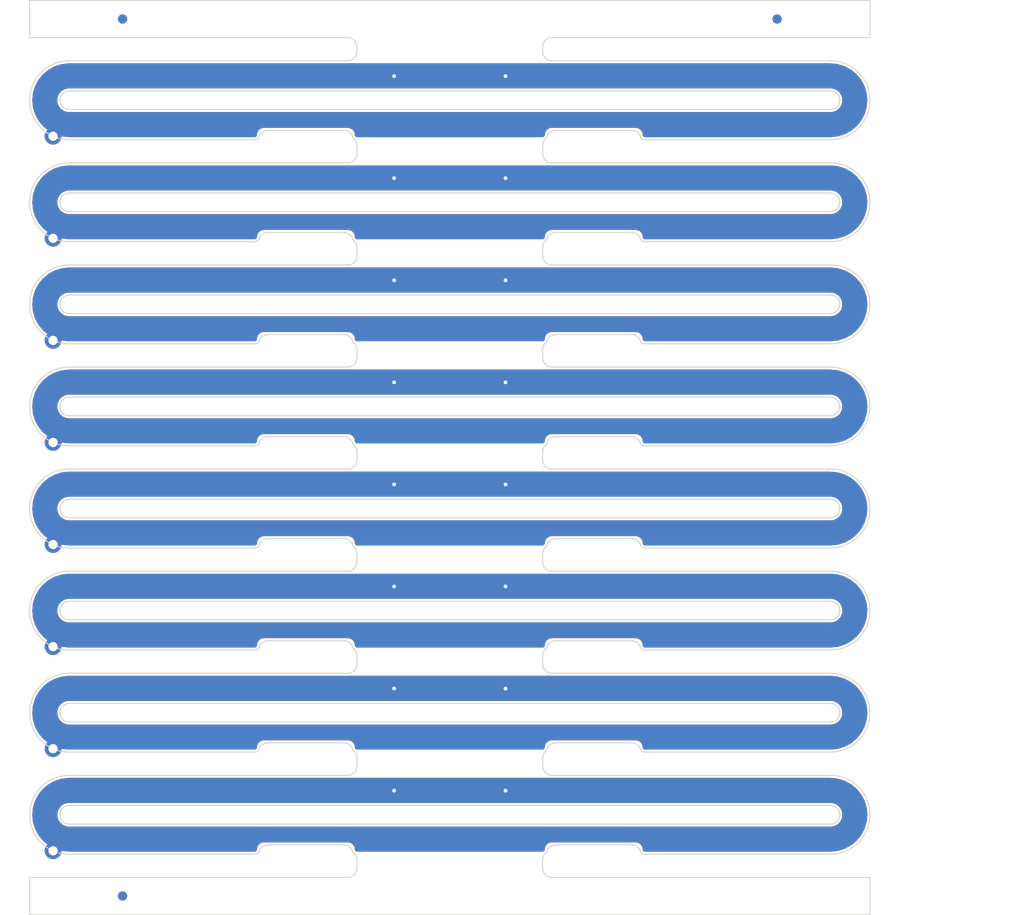
<source format=kicad_pcb>
(kicad_pcb (version 20171130) (host pcbnew 5.1.5+dfsg1-2build2)
  (layers (0 F.Cu signal) (31 B.Cu signal) (34 B.Paste user) (35 F.Paste user) (36 B.SilkS user) (37 F.SilkS user) (38 B.Mask user) (39 F.Mask user) (44 Edge.Cuts user))
  (net 0 "")
  (net 1 Board_1-GND)
  (net 2 Board_2-GND)
  (net 3 Board_3-GND)
  (net 4 Board_4-GND)
  (net 5 Board_5-GND)
  (net 6 Board_6-GND)
  (net 7 Board_7-GND)
  (net 8 Board_8-GND)
  (module NPTH (layer F.Cu) (at 54.004455 140.001144)
    (fp_text reference REF** hide)
    (fp_text value NPTH hide)
    (pad "" np_thru_hole circle (at 0 0) (size 1.5 1.5) (drill 1.5) (layers *.Cu))
  )
  (module NPTH (layer F.Cu) (at 136.495546 45.499)
    (fp_text reference REF** hide)
    (fp_text value NPTH hide)
    (pad "" np_thru_hole circle (at 0 0) (size 1.5 1.5) (drill 1.5) (layers *.Cu))
  )
  (module NPTH (layer F.Cu) (at 54.004455 45.499)
    (fp_text reference REF** hide)
    (fp_text value NPTH hide)
    (pad "" np_thru_hole circle (at 0 0) (size 1.5 1.5) (drill 1.5) (layers *.Cu))
  )
  (module Fiducial (layer B.Cu) (at 60.004455 140.001144)
    (fp_text reference REF** hide)
    (fp_text value Fiducial hide)
    (pad "" smd circle (at 0 0) (size 1 1) (layers B.Cu B.Mask) (clearance 0.5))
  )
  (module Fiducial (layer F.Cu) (at 60.004455 140.001144)
    (fp_text reference REF** hide)
    (fp_text value Fiducial hide)
    (pad "" smd circle (at 0 0) (size 1 1) (layers F.Cu F.Mask) (clearance 0.5))
  )
  (module Fiducial (layer B.Cu) (at 130.495546 45.499)
    (fp_text reference REF** hide)
    (fp_text value Fiducial hide)
    (pad "" smd circle (at 0 0) (size 1 1) (layers B.Cu B.Mask) (clearance 0.5))
  )
  (module Fiducial (layer F.Cu) (at 130.495546 45.499)
    (fp_text reference REF** hide)
    (fp_text value Fiducial hide)
    (pad "" smd circle (at 0 0) (size 1 1) (layers F.Cu F.Mask) (clearance 0.5))
  )
  (module Fiducial (layer B.Cu) (at 60.004455 45.499)
    (fp_text reference REF** hide)
    (fp_text value Fiducial hide)
    (pad "" smd circle (at 0 0) (size 1 1) (layers B.Cu B.Mask) (clearance 0.5))
  )
  (module Fiducial (layer F.Cu) (at 60.004455 45.499)
    (fp_text reference REF** hide)
    (fp_text value Fiducial hide)
    (pad "" smd circle (at 0 0) (size 1 1) (layers F.Cu F.Mask) (clearance 0.5))
  )
  (module cycfi_library:single-pad-10x2 (layer B.Cu) (at 95.250001 128.650127)
    (fp_text reference H4 hide)
    (fp_text value "Core GND")
    (pad 1 smd rect (at 0 0) (size 10 2) (layers B.Cu B.Paste B.Mask) (net 8 Board_8-GND))
  )
  (module cycfi_library:round-single-pad-1.8mm-th (layer F.Cu) (at 52.520001 135.130127)
    (fp_text reference H3 hide)
    (fp_text value single_pad_smd)
    (pad 1 thru_hole circle (at 0 0) (size 1.8 1.8) (drill 1) (layers *.Cu *.Mask) (net 8 Board_8-GND))
  )
  (module cycfi_library:single-pad-10x2 (layer B.Cu) (at 95.250001 117.650109)
    (fp_text reference H4 hide)
    (fp_text value "Core GND")
    (pad 1 smd rect (at 0 0) (size 10 2) (layers B.Cu B.Paste B.Mask) (net 7 Board_7-GND))
  )
  (module cycfi_library:round-single-pad-1.8mm-th (layer F.Cu) (at 52.520001 124.130109)
    (fp_text reference H3 hide)
    (fp_text value single_pad_smd)
    (pad 1 thru_hole circle (at 0 0) (size 1.8 1.8) (drill 1) (layers *.Cu *.Mask) (net 7 Board_7-GND))
  )
  (module cycfi_library:single-pad-10x2 (layer B.Cu) (at 95.250001 106.650091)
    (fp_text reference H4 hide)
    (fp_text value "Core GND")
    (pad 1 smd rect (at 0 0) (size 10 2) (layers B.Cu B.Paste B.Mask) (net 6 Board_6-GND))
  )
  (module cycfi_library:round-single-pad-1.8mm-th (layer F.Cu) (at 52.520001 113.130091)
    (fp_text reference H3 hide)
    (fp_text value single_pad_smd)
    (pad 1 thru_hole circle (at 0 0) (size 1.8 1.8) (drill 1) (layers *.Cu *.Mask) (net 6 Board_6-GND))
  )
  (module cycfi_library:single-pad-10x2 (layer B.Cu) (at 95.250001 95.650073)
    (fp_text reference H4 hide)
    (fp_text value "Core GND")
    (pad 1 smd rect (at 0 0) (size 10 2) (layers B.Cu B.Paste B.Mask) (net 5 Board_5-GND))
  )
  (module cycfi_library:round-single-pad-1.8mm-th (layer F.Cu) (at 52.520001 102.130073)
    (fp_text reference H3 hide)
    (fp_text value single_pad_smd)
    (pad 1 thru_hole circle (at 0 0) (size 1.8 1.8) (drill 1) (layers *.Cu *.Mask) (net 5 Board_5-GND))
  )
  (module cycfi_library:single-pad-10x2 (layer B.Cu) (at 95.250001 84.650055)
    (fp_text reference H4 hide)
    (fp_text value "Core GND")
    (pad 1 smd rect (at 0 0) (size 10 2) (layers B.Cu B.Paste B.Mask) (net 4 Board_4-GND))
  )
  (module cycfi_library:round-single-pad-1.8mm-th (layer F.Cu) (at 52.520001 91.130055)
    (fp_text reference H3 hide)
    (fp_text value single_pad_smd)
    (pad 1 thru_hole circle (at 0 0) (size 1.8 1.8) (drill 1) (layers *.Cu *.Mask) (net 4 Board_4-GND))
  )
  (module cycfi_library:single-pad-10x2 (layer B.Cu) (at 95.250001 73.650037)
    (fp_text reference H4 hide)
    (fp_text value "Core GND")
    (pad 1 smd rect (at 0 0) (size 10 2) (layers B.Cu B.Paste B.Mask) (net 3 Board_3-GND))
  )
  (module cycfi_library:round-single-pad-1.8mm-th (layer F.Cu) (at 52.520001 80.130037)
    (fp_text reference H3 hide)
    (fp_text value single_pad_smd)
    (pad 1 thru_hole circle (at 0 0) (size 1.8 1.8) (drill 1) (layers *.Cu *.Mask) (net 3 Board_3-GND))
  )
  (module cycfi_library:single-pad-10x2 (layer B.Cu) (at 95.250001 62.650019)
    (fp_text reference H4 hide)
    (fp_text value "Core GND")
    (pad 1 smd rect (at 0 0) (size 10 2) (layers B.Cu B.Paste B.Mask) (net 2 Board_2-GND))
  )
  (module cycfi_library:round-single-pad-1.8mm-th (layer F.Cu) (at 52.520001 69.130019)
    (fp_text reference H3 hide)
    (fp_text value single_pad_smd)
    (pad 1 thru_hole circle (at 0 0) (size 1.8 1.8) (drill 1) (layers *.Cu *.Mask) (net 2 Board_2-GND))
  )
  (module cycfi_library:single-pad-10x2 (layer B.Cu) (at 95.250001 51.650001)
    (fp_text reference H4 hide)
    (fp_text value "Core GND")
    (pad 1 smd rect (at 0 0) (size 10 2) (layers B.Cu B.Paste B.Mask) (net 1 Board_1-GND))
  )
  (module cycfi_library:round-single-pad-1.8mm-th (layer F.Cu) (at 52.520001 58.130001)
    (fp_text reference H3 hide)
    (fp_text value single_pad_smd)
    (pad 1 thru_hole circle (at 0 0) (size 1.8 1.8) (drill 1) (layers *.Cu *.Mask) (net 1 Board_1-GND))
  )
  (gr_line (start 136.4999 77.2159) (end 136.4011 77.2362) (layer Edge.Cuts) (width 0.1))
  (gr_line (start 136.5964 77.1857) (end 136.4999 77.2159) (layer Edge.Cuts) (width 0.1))
  (gr_line (start 136.6893 77.1459) (end 136.5964 77.1857) (layer Edge.Cuts) (width 0.1))
  (gr_line (start 136.7776 77.0968) (end 136.6893 77.1459) (layer Edge.Cuts) (width 0.1))
  (gr_line (start 136.8606 77.0391) (end 136.7776 77.0968) (layer Edge.Cuts) (width 0.1))
  (gr_line (start 136.9373 76.9733) (end 136.8606 77.0391) (layer Edge.Cuts) (width 0.1))
  (gr_line (start 137.0071 76.8998) (end 136.9373 76.9733) (layer Edge.Cuts) (width 0.1))
  (gr_line (start 137.069 76.8199) (end 137.0071 76.8998) (layer Edge.Cuts) (width 0.1))
  (gr_line (start 137.1224 76.7341) (end 137.069 76.8199) (layer Edge.Cuts) (width 0.1))
  (gr_line (start 137.1669 76.6434) (end 137.1224 76.7341) (layer Edge.Cuts) (width 0.1))
  (gr_line (start 137.202 76.5486) (end 137.1669 76.6434) (layer Edge.Cuts) (width 0.1))
  (gr_line (start 137.2273 76.4507) (end 137.202 76.5486) (layer Edge.Cuts) (width 0.1))
  (gr_line (start 137.2426 76.3508) (end 137.2273 76.4507) (layer Edge.Cuts) (width 0.1))
  (gr_line (start 137.2477 76.2499) (end 137.2426 76.3508) (layer Edge.Cuts) (width 0.1))
  (gr_line (start 137.2426 76.1492) (end 137.2477 76.2499) (layer Edge.Cuts) (width 0.1))
  (gr_line (start 137.2273 76.0493) (end 137.2426 76.1492) (layer Edge.Cuts) (width 0.1))
  (gr_line (start 137.202 75.9515) (end 137.2273 76.0493) (layer Edge.Cuts) (width 0.1))
  (gr_line (start 137.1669 75.8567) (end 137.202 75.9515) (layer Edge.Cuts) (width 0.1))
  (gr_line (start 137.1224 75.766) (end 137.1669 75.8567) (layer Edge.Cuts) (width 0.1))
  (gr_line (start 137.069 75.6802) (end 137.1224 75.766) (layer Edge.Cuts) (width 0.1))
  (gr_line (start 137.0071 75.6003) (end 137.069 75.6802) (layer Edge.Cuts) (width 0.1))
  (gr_line (start 136.9373 75.5268) (end 137.0071 75.6003) (layer Edge.Cuts) (width 0.1))
  (gr_line (start 136.8606 75.461) (end 136.9373 75.5268) (layer Edge.Cuts) (width 0.1))
  (gr_line (start 136.7776 75.4033) (end 136.8606 75.461) (layer Edge.Cuts) (width 0.1))
  (gr_line (start 136.6893 75.3542) (end 136.7776 75.4033) (layer Edge.Cuts) (width 0.1))
  (gr_line (start 136.5966 75.3145) (end 136.6893 75.3542) (layer Edge.Cuts) (width 0.1))
  (gr_line (start 136.5002 75.2842) (end 136.5966 75.3145) (layer Edge.Cuts) (width 0.1))
  (gr_line (start 136.4012 75.2638) (end 136.5002 75.2842) (layer Edge.Cuts) (width 0.1))
  (gr_line (start 136.3007 75.2536) (end 136.4012 75.2638) (layer Edge.Cuts) (width 0.1))
  (gr_line (start 136.2248 75.251) (end 136.3007 75.2536) (layer Edge.Cuts) (width 0.1))
  (gr_line (start 54.2754 75.251) (end 136.2248 75.251) (layer Edge.Cuts) (width 0.1))
  (gr_line (start 54.1991 75.2536) (end 54.2754 75.251) (layer Edge.Cuts) (width 0.1))
  (gr_line (start 54.0988 75.2638) (end 54.1991 75.2536) (layer Edge.Cuts) (width 0.1))
  (gr_line (start 53.9998 75.2842) (end 54.0988 75.2638) (layer Edge.Cuts) (width 0.1))
  (gr_line (start 53.9034 75.3145) (end 53.9998 75.2842) (layer Edge.Cuts) (width 0.1))
  (gr_line (start 53.8105 75.3543) (end 53.9034 75.3145) (layer Edge.Cuts) (width 0.1))
  (gr_line (start 53.7221 75.4034) (end 53.8105 75.3543) (layer Edge.Cuts) (width 0.1))
  (gr_line (start 53.6392 75.4612) (end 53.7221 75.4034) (layer Edge.Cuts) (width 0.1))
  (gr_line (start 53.5625 75.527) (end 53.6392 75.4612) (layer Edge.Cuts) (width 0.1))
  (gr_line (start 53.4929 75.6003) (end 53.5625 75.527) (layer Edge.Cuts) (width 0.1))
  (gr_line (start 53.431 75.6802) (end 53.4929 75.6003) (layer Edge.Cuts) (width 0.1))
  (gr_line (start 53.3776 75.766) (end 53.431 75.6802) (layer Edge.Cuts) (width 0.1))
  (gr_line (start 53.3331 75.8567) (end 53.3776 75.766) (layer Edge.Cuts) (width 0.1))
  (gr_line (start 53.2981 75.9512) (end 53.3331 75.8567) (layer Edge.Cuts) (width 0.1))
  (gr_line (start 53.2727 76.0491) (end 53.2981 75.9512) (layer Edge.Cuts) (width 0.1))
  (gr_line (start 53.2574 76.149) (end 53.2727 76.0491) (layer Edge.Cuts) (width 0.1))
  (gr_line (start 53.2523 76.2499) (end 53.2574 76.149) (layer Edge.Cuts) (width 0.1))
  (gr_line (start 53.2574 76.3508) (end 53.2523 76.2499) (layer Edge.Cuts) (width 0.1))
  (gr_line (start 53.2727 76.4507) (end 53.2574 76.3508) (layer Edge.Cuts) (width 0.1))
  (gr_line (start 53.298 76.5486) (end 53.2727 76.4507) (layer Edge.Cuts) (width 0.1))
  (gr_line (start 53.3331 76.6434) (end 53.298 76.5486) (layer Edge.Cuts) (width 0.1))
  (gr_line (start 53.3776 76.7341) (end 53.3331 76.6434) (layer Edge.Cuts) (width 0.1))
  (gr_line (start 53.431 76.8199) (end 53.3776 76.7341) (layer Edge.Cuts) (width 0.1))
  (gr_line (start 53.4929 76.8998) (end 53.431 76.8199) (layer Edge.Cuts) (width 0.1))
  (gr_line (start 53.5625 76.9731) (end 53.4929 76.8998) (layer Edge.Cuts) (width 0.1))
  (gr_line (start 53.6392 77.0389) (end 53.5625 76.9731) (layer Edge.Cuts) (width 0.1))
  (gr_line (start 53.7221 77.0967) (end 53.6392 77.0389) (layer Edge.Cuts) (width 0.1))
  (gr_line (start 53.8105 77.1457) (end 53.7221 77.0967) (layer Edge.Cuts) (width 0.1))
  (gr_line (start 53.9034 77.1856) (end 53.8105 77.1457) (layer Edge.Cuts) (width 0.1))
  (gr_line (start 53.9998 77.2159) (end 53.9034 77.1856) (layer Edge.Cuts) (width 0.1))
  (gr_line (start 54.0988 77.2362) (end 53.9998 77.2159) (layer Edge.Cuts) (width 0.1))
  (gr_line (start 54.1993 77.2465) (end 54.0988 77.2362) (layer Edge.Cuts) (width 0.1))
  (gr_line (start 54.2752 77.249) (end 54.1993 77.2465) (layer Edge.Cuts) (width 0.1))
  (gr_line (start 136.2249 77.249) (end 54.2752 77.249) (layer Edge.Cuts) (width 0.1))
  (gr_line (start 136.3005 77.2465) (end 136.2249 77.249) (layer Edge.Cuts) (width 0.1))
  (gr_line (start 136.4011 77.2362) (end 136.3005 77.2465) (layer Edge.Cuts) (width 0.1))
  (gr_line (start 136.4999 132.216) (end 136.4011 132.2363) (layer Edge.Cuts) (width 0.1))
  (gr_line (start 136.5964 132.1858) (end 136.4999 132.216) (layer Edge.Cuts) (width 0.1))
  (gr_line (start 136.6893 132.1459) (end 136.5964 132.1858) (layer Edge.Cuts) (width 0.1))
  (gr_line (start 136.7776 132.0969) (end 136.6893 132.1459) (layer Edge.Cuts) (width 0.1))
  (gr_line (start 136.8606 132.0392) (end 136.7776 132.0969) (layer Edge.Cuts) (width 0.1))
  (gr_line (start 136.9373 131.9734) (end 136.8606 132.0392) (layer Edge.Cuts) (width 0.1))
  (gr_line (start 137.0071 131.8999) (end 136.9373 131.9734) (layer Edge.Cuts) (width 0.1))
  (gr_line (start 137.069 131.82) (end 137.0071 131.8999) (layer Edge.Cuts) (width 0.1))
  (gr_line (start 137.1224 131.7342) (end 137.069 131.82) (layer Edge.Cuts) (width 0.1))
  (gr_line (start 137.1669 131.6435) (end 137.1224 131.7342) (layer Edge.Cuts) (width 0.1))
  (gr_line (start 137.202 131.5487) (end 137.1669 131.6435) (layer Edge.Cuts) (width 0.1))
  (gr_line (start 137.2273 131.4508) (end 137.202 131.5487) (layer Edge.Cuts) (width 0.1))
  (gr_line (start 137.2426 131.3509) (end 137.2273 131.4508) (layer Edge.Cuts) (width 0.1))
  (gr_line (start 137.2477 131.25) (end 137.2426 131.3509) (layer Edge.Cuts) (width 0.1))
  (gr_line (start 137.2426 131.1493) (end 137.2477 131.25) (layer Edge.Cuts) (width 0.1))
  (gr_line (start 137.2273 131.0494) (end 137.2426 131.1493) (layer Edge.Cuts) (width 0.1))
  (gr_line (start 137.202 130.9516) (end 137.2273 131.0494) (layer Edge.Cuts) (width 0.1))
  (gr_line (start 137.1669 130.8568) (end 137.202 130.9516) (layer Edge.Cuts) (width 0.1))
  (gr_line (start 137.1224 130.7661) (end 137.1669 130.8568) (layer Edge.Cuts) (width 0.1))
  (gr_line (start 137.069 130.6803) (end 137.1224 130.7661) (layer Edge.Cuts) (width 0.1))
  (gr_line (start 137.0071 130.6003) (end 137.069 130.6803) (layer Edge.Cuts) (width 0.1))
  (gr_line (start 136.9373 130.5269) (end 137.0071 130.6003) (layer Edge.Cuts) (width 0.1))
  (gr_line (start 136.8606 130.4611) (end 136.9373 130.5269) (layer Edge.Cuts) (width 0.1))
  (gr_line (start 136.7776 130.4033) (end 136.8606 130.4611) (layer Edge.Cuts) (width 0.1))
  (gr_line (start 136.6893 130.3543) (end 136.7776 130.4033) (layer Edge.Cuts) (width 0.1))
  (gr_line (start 136.5966 130.3146) (end 136.6893 130.3543) (layer Edge.Cuts) (width 0.1))
  (gr_line (start 136.5002 130.2843) (end 136.5966 130.3146) (layer Edge.Cuts) (width 0.1))
  (gr_line (start 136.4012 130.2639) (end 136.5002 130.2843) (layer Edge.Cuts) (width 0.1))
  (gr_line (start 136.3007 130.2537) (end 136.4012 130.2639) (layer Edge.Cuts) (width 0.1))
  (gr_line (start 136.2248 130.2511) (end 136.3007 130.2537) (layer Edge.Cuts) (width 0.1))
  (gr_line (start 54.2754 130.2511) (end 136.2248 130.2511) (layer Edge.Cuts) (width 0.1))
  (gr_line (start 54.1992 130.2537) (end 54.2754 130.2511) (layer Edge.Cuts) (width 0.1))
  (gr_line (start 54.0988 130.2639) (end 54.1992 130.2537) (layer Edge.Cuts) (width 0.1))
  (gr_line (start 53.9998 130.2843) (end 54.0988 130.2639) (layer Edge.Cuts) (width 0.1))
  (gr_line (start 53.9034 130.3146) (end 53.9998 130.2843) (layer Edge.Cuts) (width 0.1))
  (gr_line (start 53.8105 130.3544) (end 53.9034 130.3146) (layer Edge.Cuts) (width 0.1))
  (gr_line (start 53.7221 130.4035) (end 53.8105 130.3544) (layer Edge.Cuts) (width 0.1))
  (gr_line (start 53.6392 130.4612) (end 53.7221 130.4035) (layer Edge.Cuts) (width 0.1))
  (gr_line (start 53.5625 130.5271) (end 53.6392 130.4612) (layer Edge.Cuts) (width 0.1))
  (gr_line (start 53.4929 130.6003) (end 53.5625 130.5271) (layer Edge.Cuts) (width 0.1))
  (gr_line (start 53.431 130.6803) (end 53.4929 130.6003) (layer Edge.Cuts) (width 0.1))
  (gr_line (start 53.3776 130.7661) (end 53.431 130.6803) (layer Edge.Cuts) (width 0.1))
  (gr_line (start 53.3331 130.8568) (end 53.3776 130.7661) (layer Edge.Cuts) (width 0.1))
  (gr_line (start 53.2981 130.9513) (end 53.3331 130.8568) (layer Edge.Cuts) (width 0.1))
  (gr_line (start 53.2727 131.0492) (end 53.2981 130.9513) (layer Edge.Cuts) (width 0.1))
  (gr_line (start 53.2574 131.1491) (end 53.2727 131.0492) (layer Edge.Cuts) (width 0.1))
  (gr_line (start 53.2523 131.25) (end 53.2574 131.1491) (layer Edge.Cuts) (width 0.1))
  (gr_line (start 53.2574 131.3509) (end 53.2523 131.25) (layer Edge.Cuts) (width 0.1))
  (gr_line (start 53.2727 131.4508) (end 53.2574 131.3509) (layer Edge.Cuts) (width 0.1))
  (gr_line (start 53.298 131.5487) (end 53.2727 131.4508) (layer Edge.Cuts) (width 0.1))
  (gr_line (start 53.3331 131.6435) (end 53.298 131.5487) (layer Edge.Cuts) (width 0.1))
  (gr_line (start 53.3776 131.7342) (end 53.3331 131.6435) (layer Edge.Cuts) (width 0.1))
  (gr_line (start 53.431 131.82) (end 53.3776 131.7342) (layer Edge.Cuts) (width 0.1))
  (gr_line (start 53.4929 131.8999) (end 53.431 131.82) (layer Edge.Cuts) (width 0.1))
  (gr_line (start 53.5625 131.9732) (end 53.4929 131.8999) (layer Edge.Cuts) (width 0.1))
  (gr_line (start 53.6392 132.039) (end 53.5625 131.9732) (layer Edge.Cuts) (width 0.1))
  (gr_line (start 53.7221 132.0968) (end 53.6392 132.039) (layer Edge.Cuts) (width 0.1))
  (gr_line (start 53.8105 132.1458) (end 53.7221 132.0968) (layer Edge.Cuts) (width 0.1))
  (gr_line (start 53.9034 132.1857) (end 53.8105 132.1458) (layer Edge.Cuts) (width 0.1))
  (gr_line (start 53.9998 132.216) (end 53.9034 132.1857) (layer Edge.Cuts) (width 0.1))
  (gr_line (start 54.0988 132.2363) (end 53.9998 132.216) (layer Edge.Cuts) (width 0.1))
  (gr_line (start 54.1993 132.2466) (end 54.0988 132.2363) (layer Edge.Cuts) (width 0.1))
  (gr_line (start 54.2752 132.2491) (end 54.1993 132.2466) (layer Edge.Cuts) (width 0.1))
  (gr_line (start 136.2249 132.2491) (end 54.2752 132.2491) (layer Edge.Cuts) (width 0.1))
  (gr_line (start 136.3005 132.2465) (end 136.2249 132.2491) (layer Edge.Cuts) (width 0.1))
  (gr_line (start 136.4011 132.2363) (end 136.3005 132.2465) (layer Edge.Cuts) (width 0.1))
  (gr_line (start 136.4999 66.2159) (end 136.401 66.2362) (layer Edge.Cuts) (width 0.1))
  (gr_line (start 136.5964 66.1857) (end 136.4999 66.2159) (layer Edge.Cuts) (width 0.1))
  (gr_line (start 136.6893 66.1458) (end 136.5964 66.1857) (layer Edge.Cuts) (width 0.1))
  (gr_line (start 136.7776 66.0968) (end 136.6893 66.1458) (layer Edge.Cuts) (width 0.1))
  (gr_line (start 136.8606 66.0391) (end 136.7776 66.0968) (layer Edge.Cuts) (width 0.1))
  (gr_line (start 136.9373 65.9733) (end 136.8606 66.0391) (layer Edge.Cuts) (width 0.1))
  (gr_line (start 137.0071 65.8998) (end 136.9373 65.9733) (layer Edge.Cuts) (width 0.1))
  (gr_line (start 137.0688 65.8201) (end 137.0071 65.8998) (layer Edge.Cuts) (width 0.1))
  (gr_line (start 137.1223 65.7343) (end 137.0688 65.8201) (layer Edge.Cuts) (width 0.1))
  (gr_line (start 137.1668 65.6436) (end 137.1223 65.7343) (layer Edge.Cuts) (width 0.1))
  (gr_line (start 137.2019 65.5488) (end 137.1668 65.6436) (layer Edge.Cuts) (width 0.1))
  (gr_line (start 137.2273 65.451) (end 137.2019 65.5488) (layer Edge.Cuts) (width 0.1))
  (gr_line (start 137.2426 65.3511) (end 137.2273 65.451) (layer Edge.Cuts) (width 0.1))
  (gr_line (start 137.2477 65.2502) (end 137.2426 65.3511) (layer Edge.Cuts) (width 0.1))
  (gr_line (start 137.2426 65.1492) (end 137.2477 65.2502) (layer Edge.Cuts) (width 0.1))
  (gr_line (start 137.2273 65.0493) (end 137.2426 65.1492) (layer Edge.Cuts) (width 0.1))
  (gr_line (start 137.202 64.9515) (end 137.2273 65.0493) (layer Edge.Cuts) (width 0.1))
  (gr_line (start 137.1668 64.8564) (end 137.202 64.9515) (layer Edge.Cuts) (width 0.1))
  (gr_line (start 137.1223 64.7657) (end 137.1668 64.8564) (layer Edge.Cuts) (width 0.1))
  (gr_line (start 137.0688 64.6799) (end 137.1223 64.7657) (layer Edge.Cuts) (width 0.1))
  (gr_line (start 137.0069 64.6) (end 137.0688 64.6799) (layer Edge.Cuts) (width 0.1))
  (gr_line (start 136.9373 64.5268) (end 137.0069 64.6) (layer Edge.Cuts) (width 0.1))
  (gr_line (start 136.8606 64.461) (end 136.9373 64.5268) (layer Edge.Cuts) (width 0.1))
  (gr_line (start 136.7776 64.4032) (end 136.8606 64.461) (layer Edge.Cuts) (width 0.1))
  (gr_line (start 136.6895 64.3543) (end 136.7776 64.4032) (layer Edge.Cuts) (width 0.1))
  (gr_line (start 136.5966 64.3145) (end 136.6895 64.3543) (layer Edge.Cuts) (width 0.1))
  (gr_line (start 136.5002 64.2842) (end 136.5966 64.3145) (layer Edge.Cuts) (width 0.1))
  (gr_line (start 136.4012 64.2638) (end 136.5002 64.2842) (layer Edge.Cuts) (width 0.1))
  (gr_line (start 136.3007 64.2536) (end 136.4012 64.2638) (layer Edge.Cuts) (width 0.1))
  (gr_line (start 136.2248 64.251) (end 136.3007 64.2536) (layer Edge.Cuts) (width 0.1))
  (gr_line (start 54.2753 64.251) (end 136.2248 64.251) (layer Edge.Cuts) (width 0.1))
  (gr_line (start 54.1992 64.2536) (end 54.2753 64.251) (layer Edge.Cuts) (width 0.1))
  (gr_line (start 54.0988 64.2638) (end 54.1992 64.2536) (layer Edge.Cuts) (width 0.1))
  (gr_line (start 53.9998 64.2842) (end 54.0988 64.2638) (layer Edge.Cuts) (width 0.1))
  (gr_line (start 53.9034 64.3145) (end 53.9998 64.2842) (layer Edge.Cuts) (width 0.1))
  (gr_line (start 53.8105 64.3543) (end 53.9034 64.3145) (layer Edge.Cuts) (width 0.1))
  (gr_line (start 53.7221 64.4034) (end 53.8105 64.3543) (layer Edge.Cuts) (width 0.1))
  (gr_line (start 53.6392 64.4611) (end 53.7221 64.4034) (layer Edge.Cuts) (width 0.1))
  (gr_line (start 53.5625 64.527) (end 53.6392 64.4611) (layer Edge.Cuts) (width 0.1))
  (gr_line (start 53.4929 64.6002) (end 53.5625 64.527) (layer Edge.Cuts) (width 0.1))
  (gr_line (start 53.431 64.6802) (end 53.4929 64.6002) (layer Edge.Cuts) (width 0.1))
  (gr_line (start 53.3776 64.7659) (end 53.431 64.6802) (layer Edge.Cuts) (width 0.1))
  (gr_line (start 53.3331 64.8567) (end 53.3776 64.7659) (layer Edge.Cuts) (width 0.1))
  (gr_line (start 53.298 64.9515) (end 53.3331 64.8567) (layer Edge.Cuts) (width 0.1))
  (gr_line (start 53.2727 65.049) (end 53.298 64.9515) (layer Edge.Cuts) (width 0.1))
  (gr_line (start 53.2574 65.1489) (end 53.2727 65.049) (layer Edge.Cuts) (width 0.1))
  (gr_line (start 53.2523 65.2499) (end 53.2574 65.1489) (layer Edge.Cuts) (width 0.1))
  (gr_line (start 53.2574 65.3508) (end 53.2523 65.2499) (layer Edge.Cuts) (width 0.1))
  (gr_line (start 53.2727 65.4507) (end 53.2574 65.3508) (layer Edge.Cuts) (width 0.1))
  (gr_line (start 53.298 65.5486) (end 53.2727 65.4507) (layer Edge.Cuts) (width 0.1))
  (gr_line (start 53.3331 65.6433) (end 53.298 65.5486) (layer Edge.Cuts) (width 0.1))
  (gr_line (start 53.3776 65.7341) (end 53.3331 65.6433) (layer Edge.Cuts) (width 0.1))
  (gr_line (start 53.431 65.8199) (end 53.3776 65.7341) (layer Edge.Cuts) (width 0.1))
  (gr_line (start 53.4929 65.8998) (end 53.431 65.8199) (layer Edge.Cuts) (width 0.1))
  (gr_line (start 53.5625 65.9731) (end 53.4929 65.8998) (layer Edge.Cuts) (width 0.1))
  (gr_line (start 53.6392 66.0389) (end 53.5625 65.9731) (layer Edge.Cuts) (width 0.1))
  (gr_line (start 53.7221 66.0967) (end 53.6392 66.0389) (layer Edge.Cuts) (width 0.1))
  (gr_line (start 53.8105 66.1457) (end 53.7221 66.0967) (layer Edge.Cuts) (width 0.1))
  (gr_line (start 53.9034 66.1856) (end 53.8105 66.1457) (layer Edge.Cuts) (width 0.1))
  (gr_line (start 53.9998 66.2159) (end 53.9034 66.1856) (layer Edge.Cuts) (width 0.1))
  (gr_line (start 54.0988 66.2362) (end 53.9998 66.2159) (layer Edge.Cuts) (width 0.1))
  (gr_line (start 54.1993 66.2464) (end 54.0988 66.2362) (layer Edge.Cuts) (width 0.1))
  (gr_line (start 54.2752 66.249) (end 54.1993 66.2464) (layer Edge.Cuts) (width 0.1))
  (gr_line (start 136.2249 66.249) (end 54.2752 66.249) (layer Edge.Cuts) (width 0.1))
  (gr_line (start 136.3006 66.2464) (end 136.2249 66.249) (layer Edge.Cuts) (width 0.1))
  (gr_line (start 136.401 66.2362) (end 136.3006 66.2464) (layer Edge.Cuts) (width 0.1))
  (gr_line (start 136.4999 121.216) (end 136.401 121.2363) (layer Edge.Cuts) (width 0.1))
  (gr_line (start 136.5964 121.1858) (end 136.4999 121.216) (layer Edge.Cuts) (width 0.1))
  (gr_line (start 136.6893 121.1459) (end 136.5964 121.1858) (layer Edge.Cuts) (width 0.1))
  (gr_line (start 136.7776 121.0969) (end 136.6893 121.1459) (layer Edge.Cuts) (width 0.1))
  (gr_line (start 136.8606 121.0392) (end 136.7776 121.0969) (layer Edge.Cuts) (width 0.1))
  (gr_line (start 136.9373 120.9733) (end 136.8606 121.0392) (layer Edge.Cuts) (width 0.1))
  (gr_line (start 137.0071 120.8999) (end 136.9373 120.9733) (layer Edge.Cuts) (width 0.1))
  (gr_line (start 137.069 120.82) (end 137.0071 120.8999) (layer Edge.Cuts) (width 0.1))
  (gr_line (start 137.1224 120.7342) (end 137.069 120.82) (layer Edge.Cuts) (width 0.1))
  (gr_line (start 137.1669 120.6434) (end 137.1224 120.7342) (layer Edge.Cuts) (width 0.1))
  (gr_line (start 137.202 120.5487) (end 137.1669 120.6434) (layer Edge.Cuts) (width 0.1))
  (gr_line (start 137.2273 120.4508) (end 137.202 120.5487) (layer Edge.Cuts) (width 0.1))
  (gr_line (start 137.2426 120.3509) (end 137.2273 120.4508) (layer Edge.Cuts) (width 0.1))
  (gr_line (start 137.2477 120.25) (end 137.2426 120.3509) (layer Edge.Cuts) (width 0.1))
  (gr_line (start 137.2426 120.1493) (end 137.2477 120.25) (layer Edge.Cuts) (width 0.1))
  (gr_line (start 137.2273 120.0494) (end 137.2426 120.1493) (layer Edge.Cuts) (width 0.1))
  (gr_line (start 137.202 119.9516) (end 137.2273 120.0494) (layer Edge.Cuts) (width 0.1))
  (gr_line (start 137.1669 119.8568) (end 137.202 119.9516) (layer Edge.Cuts) (width 0.1))
  (gr_line (start 137.1224 119.766) (end 137.1669 119.8568) (layer Edge.Cuts) (width 0.1))
  (gr_line (start 137.069 119.6803) (end 137.1224 119.766) (layer Edge.Cuts) (width 0.1))
  (gr_line (start 137.0071 119.6003) (end 137.069 119.6803) (layer Edge.Cuts) (width 0.1))
  (gr_line (start 136.9373 119.5269) (end 137.0071 119.6003) (layer Edge.Cuts) (width 0.1))
  (gr_line (start 136.8606 119.4611) (end 136.9373 119.5269) (layer Edge.Cuts) (width 0.1))
  (gr_line (start 136.7776 119.4033) (end 136.8606 119.4611) (layer Edge.Cuts) (width 0.1))
  (gr_line (start 136.6893 119.3543) (end 136.7776 119.4033) (layer Edge.Cuts) (width 0.1))
  (gr_line (start 136.5966 119.3145) (end 136.6893 119.3543) (layer Edge.Cuts) (width 0.1))
  (gr_line (start 136.5002 119.2843) (end 136.5966 119.3145) (layer Edge.Cuts) (width 0.1))
  (gr_line (start 136.4012 119.2639) (end 136.5002 119.2843) (layer Edge.Cuts) (width 0.1))
  (gr_line (start 136.3007 119.2537) (end 136.4012 119.2639) (layer Edge.Cuts) (width 0.1))
  (gr_line (start 136.2248 119.2511) (end 136.3007 119.2537) (layer Edge.Cuts) (width 0.1))
  (gr_line (start 54.2753 119.2511) (end 136.2248 119.2511) (layer Edge.Cuts) (width 0.1))
  (gr_line (start 54.1993 119.2537) (end 54.2753 119.2511) (layer Edge.Cuts) (width 0.1))
  (gr_line (start 54.0988 119.2639) (end 54.1993 119.2537) (layer Edge.Cuts) (width 0.1))
  (gr_line (start 53.9998 119.2843) (end 54.0988 119.2639) (layer Edge.Cuts) (width 0.1))
  (gr_line (start 53.9034 119.3145) (end 53.9998 119.2843) (layer Edge.Cuts) (width 0.1))
  (gr_line (start 53.8105 119.3544) (end 53.9034 119.3145) (layer Edge.Cuts) (width 0.1))
  (gr_line (start 53.7221 119.4035) (end 53.8105 119.3544) (layer Edge.Cuts) (width 0.1))
  (gr_line (start 53.6392 119.4612) (end 53.7221 119.4035) (layer Edge.Cuts) (width 0.1))
  (gr_line (start 53.5625 119.5271) (end 53.6392 119.4612) (layer Edge.Cuts) (width 0.1))
  (gr_line (start 53.4929 119.6003) (end 53.5625 119.5271) (layer Edge.Cuts) (width 0.1))
  (gr_line (start 53.431 119.6803) (end 53.4929 119.6003) (layer Edge.Cuts) (width 0.1))
  (gr_line (start 53.3776 119.766) (end 53.431 119.6803) (layer Edge.Cuts) (width 0.1))
  (gr_line (start 53.3331 119.8568) (end 53.3776 119.766) (layer Edge.Cuts) (width 0.1))
  (gr_line (start 53.2981 119.9513) (end 53.3331 119.8568) (layer Edge.Cuts) (width 0.1))
  (gr_line (start 53.2727 120.0491) (end 53.2981 119.9513) (layer Edge.Cuts) (width 0.1))
  (gr_line (start 53.2574 120.149) (end 53.2727 120.0491) (layer Edge.Cuts) (width 0.1))
  (gr_line (start 53.2523 120.25) (end 53.2574 120.149) (layer Edge.Cuts) (width 0.1))
  (gr_line (start 53.2574 120.3509) (end 53.2523 120.25) (layer Edge.Cuts) (width 0.1))
  (gr_line (start 53.2727 120.4508) (end 53.2574 120.3509) (layer Edge.Cuts) (width 0.1))
  (gr_line (start 53.298 120.5487) (end 53.2727 120.4508) (layer Edge.Cuts) (width 0.1))
  (gr_line (start 53.3331 120.6434) (end 53.298 120.5487) (layer Edge.Cuts) (width 0.1))
  (gr_line (start 53.3776 120.7342) (end 53.3331 120.6434) (layer Edge.Cuts) (width 0.1))
  (gr_line (start 53.431 120.82) (end 53.3776 120.7342) (layer Edge.Cuts) (width 0.1))
  (gr_line (start 53.4929 120.8999) (end 53.431 120.82) (layer Edge.Cuts) (width 0.1))
  (gr_line (start 53.5625 120.9732) (end 53.4929 120.8999) (layer Edge.Cuts) (width 0.1))
  (gr_line (start 53.6392 121.039) (end 53.5625 120.9732) (layer Edge.Cuts) (width 0.1))
  (gr_line (start 53.7221 121.0967) (end 53.6392 121.039) (layer Edge.Cuts) (width 0.1))
  (gr_line (start 53.8105 121.1458) (end 53.7221 121.0967) (layer Edge.Cuts) (width 0.1))
  (gr_line (start 53.9034 121.1857) (end 53.8105 121.1458) (layer Edge.Cuts) (width 0.1))
  (gr_line (start 53.9998 121.2159) (end 53.9034 121.1857) (layer Edge.Cuts) (width 0.1))
  (gr_line (start 54.0988 121.2363) (end 53.9998 121.2159) (layer Edge.Cuts) (width 0.1))
  (gr_line (start 54.1993 121.2465) (end 54.0988 121.2363) (layer Edge.Cuts) (width 0.1))
  (gr_line (start 54.2752 121.2491) (end 54.1993 121.2465) (layer Edge.Cuts) (width 0.1))
  (gr_line (start 136.2248 121.2491) (end 54.2752 121.2491) (layer Edge.Cuts) (width 0.1))
  (gr_line (start 136.3006 121.2465) (end 136.2248 121.2491) (layer Edge.Cuts) (width 0.1))
  (gr_line (start 136.401 121.2363) (end 136.3006 121.2465) (layer Edge.Cuts) (width 0.1))
  (gr_line (start 136.4999 55.2159) (end 136.401 55.2362) (layer Edge.Cuts) (width 0.1))
  (gr_line (start 136.5964 55.1857) (end 136.4999 55.2159) (layer Edge.Cuts) (width 0.1))
  (gr_line (start 136.6893 55.1458) (end 136.5964 55.1857) (layer Edge.Cuts) (width 0.1))
  (gr_line (start 136.7776 55.0968) (end 136.6893 55.1458) (layer Edge.Cuts) (width 0.1))
  (gr_line (start 136.8606 55.0391) (end 136.7776 55.0968) (layer Edge.Cuts) (width 0.1))
  (gr_line (start 136.9373 54.9732) (end 136.8606 55.0391) (layer Edge.Cuts) (width 0.1))
  (gr_line (start 137.0071 54.8998) (end 136.9373 54.9732) (layer Edge.Cuts) (width 0.1))
  (gr_line (start 137.0688 54.8201) (end 137.0071 54.8998) (layer Edge.Cuts) (width 0.1))
  (gr_line (start 137.1223 54.7343) (end 137.0688 54.8201) (layer Edge.Cuts) (width 0.1))
  (gr_line (start 137.1668 54.6436) (end 137.1223 54.7343) (layer Edge.Cuts) (width 0.1))
  (gr_line (start 137.2019 54.5488) (end 137.1668 54.6436) (layer Edge.Cuts) (width 0.1))
  (gr_line (start 137.2273 54.451) (end 137.2019 54.5488) (layer Edge.Cuts) (width 0.1))
  (gr_line (start 137.2426 54.3511) (end 137.2273 54.451) (layer Edge.Cuts) (width 0.1))
  (gr_line (start 137.2477 54.2501) (end 137.2426 54.3511) (layer Edge.Cuts) (width 0.1))
  (gr_line (start 137.2426 54.1492) (end 137.2477 54.2501) (layer Edge.Cuts) (width 0.1))
  (gr_line (start 137.2273 54.0493) (end 137.2426 54.1492) (layer Edge.Cuts) (width 0.1))
  (gr_line (start 137.202 53.9515) (end 137.2273 54.0493) (layer Edge.Cuts) (width 0.1))
  (gr_line (start 137.1668 53.8564) (end 137.202 53.9515) (layer Edge.Cuts) (width 0.1))
  (gr_line (start 137.1223 53.7657) (end 137.1668 53.8564) (layer Edge.Cuts) (width 0.1))
  (gr_line (start 137.0688 53.6799) (end 137.1223 53.7657) (layer Edge.Cuts) (width 0.1))
  (gr_line (start 137.0069 53.6) (end 137.0688 53.6799) (layer Edge.Cuts) (width 0.1))
  (gr_line (start 136.9373 53.5268) (end 137.0069 53.6) (layer Edge.Cuts) (width 0.1))
  (gr_line (start 136.8606 53.4609) (end 136.9373 53.5268) (layer Edge.Cuts) (width 0.1))
  (gr_line (start 136.7776 53.4032) (end 136.8606 53.4609) (layer Edge.Cuts) (width 0.1))
  (gr_line (start 136.6895 53.3543) (end 136.7776 53.4032) (layer Edge.Cuts) (width 0.1))
  (gr_line (start 136.5966 53.3144) (end 136.6895 53.3543) (layer Edge.Cuts) (width 0.1))
  (gr_line (start 136.5002 53.2842) (end 136.5966 53.3144) (layer Edge.Cuts) (width 0.1))
  (gr_line (start 136.4012 53.2638) (end 136.5002 53.2842) (layer Edge.Cuts) (width 0.1))
  (gr_line (start 136.3007 53.2536) (end 136.4012 53.2638) (layer Edge.Cuts) (width 0.1))
  (gr_line (start 136.2248 53.251) (end 136.3007 53.2536) (layer Edge.Cuts) (width 0.1))
  (gr_line (start 54.2752 53.251) (end 136.2248 53.251) (layer Edge.Cuts) (width 0.1))
  (gr_line (start 54.1993 53.2536) (end 54.2752 53.251) (layer Edge.Cuts) (width 0.1))
  (gr_line (start 54.0988 53.2638) (end 54.1993 53.2536) (layer Edge.Cuts) (width 0.1))
  (gr_line (start 53.9998 53.2842) (end 54.0988 53.2638) (layer Edge.Cuts) (width 0.1))
  (gr_line (start 53.9034 53.3144) (end 53.9998 53.2842) (layer Edge.Cuts) (width 0.1))
  (gr_line (start 53.8105 53.3543) (end 53.9034 53.3144) (layer Edge.Cuts) (width 0.1))
  (gr_line (start 53.7221 53.4034) (end 53.8105 53.3543) (layer Edge.Cuts) (width 0.1))
  (gr_line (start 53.6392 53.4611) (end 53.7221 53.4034) (layer Edge.Cuts) (width 0.1))
  (gr_line (start 53.5625 53.527) (end 53.6392 53.4611) (layer Edge.Cuts) (width 0.1))
  (gr_line (start 53.4929 53.6002) (end 53.5625 53.527) (layer Edge.Cuts) (width 0.1))
  (gr_line (start 53.431 53.6802) (end 53.4929 53.6002) (layer Edge.Cuts) (width 0.1))
  (gr_line (start 53.3776 53.7659) (end 53.431 53.6802) (layer Edge.Cuts) (width 0.1))
  (gr_line (start 53.3331 53.8567) (end 53.3776 53.7659) (layer Edge.Cuts) (width 0.1))
  (gr_line (start 53.298 53.9515) (end 53.3331 53.8567) (layer Edge.Cuts) (width 0.1))
  (gr_line (start 53.2727 54.049) (end 53.298 53.9515) (layer Edge.Cuts) (width 0.1))
  (gr_line (start 53.2574 54.1489) (end 53.2727 54.049) (layer Edge.Cuts) (width 0.1))
  (gr_line (start 53.2523 54.2499) (end 53.2574 54.1489) (layer Edge.Cuts) (width 0.1))
  (gr_line (start 53.2574 54.3508) (end 53.2523 54.2499) (layer Edge.Cuts) (width 0.1))
  (gr_line (start 53.2727 54.4507) (end 53.2574 54.3508) (layer Edge.Cuts) (width 0.1))
  (gr_line (start 53.298 54.5485) (end 53.2727 54.4507) (layer Edge.Cuts) (width 0.1))
  (gr_line (start 53.3331 54.6433) (end 53.298 54.5485) (layer Edge.Cuts) (width 0.1))
  (gr_line (start 53.3776 54.7341) (end 53.3331 54.6433) (layer Edge.Cuts) (width 0.1))
  (gr_line (start 53.431 54.8199) (end 53.3776 54.7341) (layer Edge.Cuts) (width 0.1))
  (gr_line (start 53.4929 54.8998) (end 53.431 54.8199) (layer Edge.Cuts) (width 0.1))
  (gr_line (start 53.5625 54.973) (end 53.4929 54.8998) (layer Edge.Cuts) (width 0.1))
  (gr_line (start 53.6392 55.0389) (end 53.5625 54.973) (layer Edge.Cuts) (width 0.1))
  (gr_line (start 53.7221 55.0966) (end 53.6392 55.0389) (layer Edge.Cuts) (width 0.1))
  (gr_line (start 53.8105 55.1457) (end 53.7221 55.0966) (layer Edge.Cuts) (width 0.1))
  (gr_line (start 53.9034 55.1856) (end 53.8105 55.1457) (layer Edge.Cuts) (width 0.1))
  (gr_line (start 53.9998 55.2158) (end 53.9034 55.1856) (layer Edge.Cuts) (width 0.1))
  (gr_line (start 54.0988 55.2362) (end 53.9998 55.2158) (layer Edge.Cuts) (width 0.1))
  (gr_line (start 54.1993 55.2464) (end 54.0988 55.2362) (layer Edge.Cuts) (width 0.1))
  (gr_line (start 54.2752 55.249) (end 54.1993 55.2464) (layer Edge.Cuts) (width 0.1))
  (gr_line (start 136.2248 55.249) (end 54.2752 55.249) (layer Edge.Cuts) (width 0.1))
  (gr_line (start 136.3007 55.2464) (end 136.2248 55.249) (layer Edge.Cuts) (width 0.1))
  (gr_line (start 136.401 55.2362) (end 136.3007 55.2464) (layer Edge.Cuts) (width 0.1))
  (gr_line (start 136.5002 110.2159) (end 136.4009 110.2363) (layer Edge.Cuts) (width 0.1))
  (gr_line (start 136.5966 110.1857) (end 136.5002 110.2159) (layer Edge.Cuts) (width 0.1))
  (gr_line (start 136.6895 110.1458) (end 136.5966 110.1857) (layer Edge.Cuts) (width 0.1))
  (gr_line (start 136.7779 110.0967) (end 136.6895 110.1458) (layer Edge.Cuts) (width 0.1))
  (gr_line (start 136.8608 110.039) (end 136.7779 110.0967) (layer Edge.Cuts) (width 0.1))
  (gr_line (start 136.9375 109.9731) (end 136.8608 110.039) (layer Edge.Cuts) (width 0.1))
  (gr_line (start 137.0071 109.8999) (end 136.9375 109.9731) (layer Edge.Cuts) (width 0.1))
  (gr_line (start 137.069 109.8199) (end 137.0071 109.8999) (layer Edge.Cuts) (width 0.1))
  (gr_line (start 137.1224 109.7342) (end 137.069 109.8199) (layer Edge.Cuts) (width 0.1))
  (gr_line (start 137.1669 109.6434) (end 137.1224 109.7342) (layer Edge.Cuts) (width 0.1))
  (gr_line (start 137.202 109.5486) (end 137.1669 109.6434) (layer Edge.Cuts) (width 0.1))
  (gr_line (start 137.2273 109.4508) (end 137.202 109.5486) (layer Edge.Cuts) (width 0.1))
  (gr_line (start 137.2426 109.3509) (end 137.2273 109.4508) (layer Edge.Cuts) (width 0.1))
  (gr_line (start 137.2477 109.25) (end 137.2426 109.3509) (layer Edge.Cuts) (width 0.1))
  (gr_line (start 137.2426 109.1493) (end 137.2477 109.25) (layer Edge.Cuts) (width 0.1))
  (gr_line (start 137.2273 109.0494) (end 137.2426 109.1493) (layer Edge.Cuts) (width 0.1))
  (gr_line (start 137.202 108.9515) (end 137.2273 109.0494) (layer Edge.Cuts) (width 0.1))
  (gr_line (start 137.1669 108.8568) (end 137.202 108.9515) (layer Edge.Cuts) (width 0.1))
  (gr_line (start 137.1224 108.766) (end 137.1669 108.8568) (layer Edge.Cuts) (width 0.1))
  (gr_line (start 137.069 108.6802) (end 137.1224 108.766) (layer Edge.Cuts) (width 0.1))
  (gr_line (start 137.0071 108.6003) (end 137.069 108.6802) (layer Edge.Cuts) (width 0.1))
  (gr_line (start 136.9373 108.5269) (end 137.0071 108.6003) (layer Edge.Cuts) (width 0.1))
  (gr_line (start 136.8606 108.461) (end 136.9373 108.5269) (layer Edge.Cuts) (width 0.1))
  (gr_line (start 136.7776 108.4033) (end 136.8606 108.461) (layer Edge.Cuts) (width 0.1))
  (gr_line (start 136.6893 108.3543) (end 136.7776 108.4033) (layer Edge.Cuts) (width 0.1))
  (gr_line (start 136.5966 108.3145) (end 136.6893 108.3543) (layer Edge.Cuts) (width 0.1))
  (gr_line (start 136.5002 108.2843) (end 136.5966 108.3145) (layer Edge.Cuts) (width 0.1))
  (gr_line (start 136.4012 108.2639) (end 136.5002 108.2843) (layer Edge.Cuts) (width 0.1))
  (gr_line (start 136.3007 108.2537) (end 136.4012 108.2639) (layer Edge.Cuts) (width 0.1))
  (gr_line (start 136.2248 108.2511) (end 136.3007 108.2537) (layer Edge.Cuts) (width 0.1))
  (gr_line (start 54.2752 108.2511) (end 136.2248 108.2511) (layer Edge.Cuts) (width 0.1))
  (gr_line (start 54.1994 108.2537) (end 54.2752 108.2511) (layer Edge.Cuts) (width 0.1))
  (gr_line (start 54.0988 108.2639) (end 54.1994 108.2537) (layer Edge.Cuts) (width 0.1))
  (gr_line (start 53.9998 108.2843) (end 54.0988 108.2639) (layer Edge.Cuts) (width 0.1))
  (gr_line (start 53.9034 108.3145) (end 53.9998 108.2843) (layer Edge.Cuts) (width 0.1))
  (gr_line (start 53.8105 108.3544) (end 53.9034 108.3145) (layer Edge.Cuts) (width 0.1))
  (gr_line (start 53.7221 108.4035) (end 53.8105 108.3544) (layer Edge.Cuts) (width 0.1))
  (gr_line (start 53.6392 108.4612) (end 53.7221 108.4035) (layer Edge.Cuts) (width 0.1))
  (gr_line (start 53.5625 108.527) (end 53.6392 108.4612) (layer Edge.Cuts) (width 0.1))
  (gr_line (start 53.4929 108.6003) (end 53.5625 108.527) (layer Edge.Cuts) (width 0.1))
  (gr_line (start 53.431 108.6802) (end 53.4929 108.6003) (layer Edge.Cuts) (width 0.1))
  (gr_line (start 53.3776 108.766) (end 53.431 108.6802) (layer Edge.Cuts) (width 0.1))
  (gr_line (start 53.3331 108.8568) (end 53.3776 108.766) (layer Edge.Cuts) (width 0.1))
  (gr_line (start 53.2981 108.9513) (end 53.3331 108.8568) (layer Edge.Cuts) (width 0.1))
  (gr_line (start 53.2727 109.0491) (end 53.2981 108.9513) (layer Edge.Cuts) (width 0.1))
  (gr_line (start 53.2574 109.149) (end 53.2727 109.0491) (layer Edge.Cuts) (width 0.1))
  (gr_line (start 53.2523 109.25) (end 53.2574 109.149) (layer Edge.Cuts) (width 0.1))
  (gr_line (start 53.2574 109.3509) (end 53.2523 109.25) (layer Edge.Cuts) (width 0.1))
  (gr_line (start 53.2727 109.4508) (end 53.2574 109.3509) (layer Edge.Cuts) (width 0.1))
  (gr_line (start 53.298 109.5486) (end 53.2727 109.4508) (layer Edge.Cuts) (width 0.1))
  (gr_line (start 53.3331 109.6434) (end 53.298 109.5486) (layer Edge.Cuts) (width 0.1))
  (gr_line (start 53.3776 109.7342) (end 53.3331 109.6434) (layer Edge.Cuts) (width 0.1))
  (gr_line (start 53.431 109.8199) (end 53.3776 109.7342) (layer Edge.Cuts) (width 0.1))
  (gr_line (start 53.4929 109.8999) (end 53.431 109.8199) (layer Edge.Cuts) (width 0.1))
  (gr_line (start 53.5625 109.9731) (end 53.4929 109.8999) (layer Edge.Cuts) (width 0.1))
  (gr_line (start 53.6392 110.039) (end 53.5625 109.9731) (layer Edge.Cuts) (width 0.1))
  (gr_line (start 53.7221 110.0967) (end 53.6392 110.039) (layer Edge.Cuts) (width 0.1))
  (gr_line (start 53.8105 110.1458) (end 53.7221 110.0967) (layer Edge.Cuts) (width 0.1))
  (gr_line (start 53.9034 110.1857) (end 53.8105 110.1458) (layer Edge.Cuts) (width 0.1))
  (gr_line (start 53.9998 110.2159) (end 53.9034 110.1857) (layer Edge.Cuts) (width 0.1))
  (gr_line (start 54.0988 110.2363) (end 53.9998 110.2159) (layer Edge.Cuts) (width 0.1))
  (gr_line (start 54.1993 110.2465) (end 54.0988 110.2363) (layer Edge.Cuts) (width 0.1))
  (gr_line (start 54.2752 110.2491) (end 54.1993 110.2465) (layer Edge.Cuts) (width 0.1))
  (gr_line (start 136.2247 110.2491) (end 54.2752 110.2491) (layer Edge.Cuts) (width 0.1))
  (gr_line (start 136.3007 110.2465) (end 136.2247 110.2491) (layer Edge.Cuts) (width 0.1))
  (gr_line (start 136.4009 110.2363) (end 136.3007 110.2465) (layer Edge.Cuts) (width 0.1))
  (gr_line (start 136.5002 99.2159) (end 136.4008 99.2363) (layer Edge.Cuts) (width 0.1))
  (gr_line (start 136.5966 99.1856) (end 136.5002 99.2159) (layer Edge.Cuts) (width 0.1))
  (gr_line (start 136.6895 99.1458) (end 136.5966 99.1856) (layer Edge.Cuts) (width 0.1))
  (gr_line (start 136.7779 99.0967) (end 136.6895 99.1458) (layer Edge.Cuts) (width 0.1))
  (gr_line (start 136.8608 99.039) (end 136.7779 99.0967) (layer Edge.Cuts) (width 0.1))
  (gr_line (start 136.9375 98.9731) (end 136.8608 99.039) (layer Edge.Cuts) (width 0.1))
  (gr_line (start 137.0071 98.8999) (end 136.9375 98.9731) (layer Edge.Cuts) (width 0.1))
  (gr_line (start 137.069 98.8199) (end 137.0071 98.8999) (layer Edge.Cuts) (width 0.1))
  (gr_line (start 137.1224 98.7341) (end 137.069 98.8199) (layer Edge.Cuts) (width 0.1))
  (gr_line (start 137.1669 98.6434) (end 137.1224 98.7341) (layer Edge.Cuts) (width 0.1))
  (gr_line (start 137.202 98.5486) (end 137.1669 98.6434) (layer Edge.Cuts) (width 0.1))
  (gr_line (start 137.2273 98.4508) (end 137.202 98.5486) (layer Edge.Cuts) (width 0.1))
  (gr_line (start 137.2426 98.3509) (end 137.2273 98.4508) (layer Edge.Cuts) (width 0.1))
  (gr_line (start 137.2477 98.2499) (end 137.2426 98.3509) (layer Edge.Cuts) (width 0.1))
  (gr_line (start 137.2426 98.1493) (end 137.2477 98.2499) (layer Edge.Cuts) (width 0.1))
  (gr_line (start 137.2273 98.0494) (end 137.2426 98.1493) (layer Edge.Cuts) (width 0.1))
  (gr_line (start 137.202 97.9515) (end 137.2273 98.0494) (layer Edge.Cuts) (width 0.1))
  (gr_line (start 137.1669 97.8567) (end 137.202 97.9515) (layer Edge.Cuts) (width 0.1))
  (gr_line (start 137.1224 97.766) (end 137.1669 97.8567) (layer Edge.Cuts) (width 0.1))
  (gr_line (start 137.069 97.6802) (end 137.1224 97.766) (layer Edge.Cuts) (width 0.1))
  (gr_line (start 137.0071 97.6003) (end 137.069 97.6802) (layer Edge.Cuts) (width 0.1))
  (gr_line (start 136.9373 97.5268) (end 137.0071 97.6003) (layer Edge.Cuts) (width 0.1))
  (gr_line (start 136.8606 97.461) (end 136.9373 97.5268) (layer Edge.Cuts) (width 0.1))
  (gr_line (start 136.7776 97.4033) (end 136.8606 97.461) (layer Edge.Cuts) (width 0.1))
  (gr_line (start 136.6893 97.3543) (end 136.7776 97.4033) (layer Edge.Cuts) (width 0.1))
  (gr_line (start 136.5966 97.3145) (end 136.6893 97.3543) (layer Edge.Cuts) (width 0.1))
  (gr_line (start 136.5002 97.2842) (end 136.5966 97.3145) (layer Edge.Cuts) (width 0.1))
  (gr_line (start 136.4012 97.2639) (end 136.5002 97.2842) (layer Edge.Cuts) (width 0.1))
  (gr_line (start 136.3007 97.2536) (end 136.4012 97.2639) (layer Edge.Cuts) (width 0.1))
  (gr_line (start 136.2248 97.2511) (end 136.3007 97.2536) (layer Edge.Cuts) (width 0.1))
  (gr_line (start 54.2751 97.2511) (end 136.2248 97.2511) (layer Edge.Cuts) (width 0.1))
  (gr_line (start 54.1995 97.2537) (end 54.2751 97.2511) (layer Edge.Cuts) (width 0.1))
  (gr_line (start 54.0988 97.2639) (end 54.1995 97.2537) (layer Edge.Cuts) (width 0.1))
  (gr_line (start 53.9998 97.2842) (end 54.0988 97.2639) (layer Edge.Cuts) (width 0.1))
  (gr_line (start 53.9034 97.3145) (end 53.9998 97.2842) (layer Edge.Cuts) (width 0.1))
  (gr_line (start 53.8105 97.3544) (end 53.9034 97.3145) (layer Edge.Cuts) (width 0.1))
  (gr_line (start 53.7221 97.4034) (end 53.8105 97.3544) (layer Edge.Cuts) (width 0.1))
  (gr_line (start 53.6392 97.4612) (end 53.7221 97.4034) (layer Edge.Cuts) (width 0.1))
  (gr_line (start 53.5625 97.527) (end 53.6392 97.4612) (layer Edge.Cuts) (width 0.1))
  (gr_line (start 53.4929 97.6003) (end 53.5625 97.527) (layer Edge.Cuts) (width 0.1))
  (gr_line (start 53.431 97.6802) (end 53.4929 97.6003) (layer Edge.Cuts) (width 0.1))
  (gr_line (start 53.3776 97.766) (end 53.431 97.6802) (layer Edge.Cuts) (width 0.1))
  (gr_line (start 53.3331 97.8567) (end 53.3776 97.766) (layer Edge.Cuts) (width 0.1))
  (gr_line (start 53.2981 97.9513) (end 53.3331 97.8567) (layer Edge.Cuts) (width 0.1))
  (gr_line (start 53.2727 98.0491) (end 53.2981 97.9513) (layer Edge.Cuts) (width 0.1))
  (gr_line (start 53.2574 98.149) (end 53.2727 98.0491) (layer Edge.Cuts) (width 0.1))
  (gr_line (start 53.2523 98.2499) (end 53.2574 98.149) (layer Edge.Cuts) (width 0.1))
  (gr_line (start 53.2574 98.3509) (end 53.2523 98.2499) (layer Edge.Cuts) (width 0.1))
  (gr_line (start 53.2727 98.4508) (end 53.2574 98.3509) (layer Edge.Cuts) (width 0.1))
  (gr_line (start 53.298 98.5486) (end 53.2727 98.4508) (layer Edge.Cuts) (width 0.1))
  (gr_line (start 53.3331 98.6434) (end 53.298 98.5486) (layer Edge.Cuts) (width 0.1))
  (gr_line (start 53.3776 98.7341) (end 53.3331 98.6434) (layer Edge.Cuts) (width 0.1))
  (gr_line (start 53.431 98.8199) (end 53.3776 98.7341) (layer Edge.Cuts) (width 0.1))
  (gr_line (start 53.4929 98.8999) (end 53.431 98.8199) (layer Edge.Cuts) (width 0.1))
  (gr_line (start 53.5625 98.9731) (end 53.4929 98.8999) (layer Edge.Cuts) (width 0.1))
  (gr_line (start 53.6392 99.039) (end 53.5625 98.9731) (layer Edge.Cuts) (width 0.1))
  (gr_line (start 53.7221 99.0967) (end 53.6392 99.039) (layer Edge.Cuts) (width 0.1))
  (gr_line (start 53.8105 99.1458) (end 53.7221 99.0967) (layer Edge.Cuts) (width 0.1))
  (gr_line (start 53.9034 99.1856) (end 53.8105 99.1458) (layer Edge.Cuts) (width 0.1))
  (gr_line (start 53.9998 99.2159) (end 53.9034 99.1856) (layer Edge.Cuts) (width 0.1))
  (gr_line (start 54.0988 99.2363) (end 53.9998 99.2159) (layer Edge.Cuts) (width 0.1))
  (gr_line (start 54.1993 99.2465) (end 54.0988 99.2363) (layer Edge.Cuts) (width 0.1))
  (gr_line (start 54.2752 99.2491) (end 54.1993 99.2465) (layer Edge.Cuts) (width 0.1))
  (gr_line (start 136.2246 99.2491) (end 54.2752 99.2491) (layer Edge.Cuts) (width 0.1))
  (gr_line (start 136.3008 99.2465) (end 136.2246 99.2491) (layer Edge.Cuts) (width 0.1))
  (gr_line (start 136.4008 99.2363) (end 136.3008 99.2465) (layer Edge.Cuts) (width 0.1))
  (gr_line (start 136.5002 88.2159) (end 136.4007 88.2363) (layer Edge.Cuts) (width 0.1))
  (gr_line (start 136.5966 88.1856) (end 136.5002 88.2159) (layer Edge.Cuts) (width 0.1))
  (gr_line (start 136.6895 88.1457) (end 136.5966 88.1856) (layer Edge.Cuts) (width 0.1))
  (gr_line (start 136.7779 88.0967) (end 136.6895 88.1457) (layer Edge.Cuts) (width 0.1))
  (gr_line (start 136.8608 88.0389) (end 136.7779 88.0967) (layer Edge.Cuts) (width 0.1))
  (gr_line (start 136.9375 87.9731) (end 136.8608 88.0389) (layer Edge.Cuts) (width 0.1))
  (gr_line (start 137.0071 87.8998) (end 136.9375 87.9731) (layer Edge.Cuts) (width 0.1))
  (gr_line (start 137.069 87.8199) (end 137.0071 87.8998) (layer Edge.Cuts) (width 0.1))
  (gr_line (start 137.1224 87.7341) (end 137.069 87.8199) (layer Edge.Cuts) (width 0.1))
  (gr_line (start 137.1669 87.6434) (end 137.1224 87.7341) (layer Edge.Cuts) (width 0.1))
  (gr_line (start 137.202 87.5486) (end 137.1669 87.6434) (layer Edge.Cuts) (width 0.1))
  (gr_line (start 137.2273 87.4508) (end 137.202 87.5486) (layer Edge.Cuts) (width 0.1))
  (gr_line (start 137.2426 87.3509) (end 137.2273 87.4508) (layer Edge.Cuts) (width 0.1))
  (gr_line (start 137.2477 87.2499) (end 137.2426 87.3509) (layer Edge.Cuts) (width 0.1))
  (gr_line (start 137.2426 87.1493) (end 137.2477 87.2499) (layer Edge.Cuts) (width 0.1))
  (gr_line (start 137.2273 87.0494) (end 137.2426 87.1493) (layer Edge.Cuts) (width 0.1))
  (gr_line (start 137.202 86.9515) (end 137.2273 87.0494) (layer Edge.Cuts) (width 0.1))
  (gr_line (start 137.1669 86.8567) (end 137.202 86.9515) (layer Edge.Cuts) (width 0.1))
  (gr_line (start 137.1224 86.766) (end 137.1669 86.8567) (layer Edge.Cuts) (width 0.1))
  (gr_line (start 137.069 86.6802) (end 137.1224 86.766) (layer Edge.Cuts) (width 0.1))
  (gr_line (start 137.0071 86.6003) (end 137.069 86.6802) (layer Edge.Cuts) (width 0.1))
  (gr_line (start 136.9373 86.5268) (end 137.0071 86.6003) (layer Edge.Cuts) (width 0.1))
  (gr_line (start 136.8606 86.461) (end 136.9373 86.5268) (layer Edge.Cuts) (width 0.1))
  (gr_line (start 136.7776 86.4033) (end 136.8606 86.461) (layer Edge.Cuts) (width 0.1))
  (gr_line (start 136.6893 86.3542) (end 136.7776 86.4033) (layer Edge.Cuts) (width 0.1))
  (gr_line (start 136.5966 86.3145) (end 136.6893 86.3542) (layer Edge.Cuts) (width 0.1))
  (gr_line (start 136.5002 86.2842) (end 136.5966 86.3145) (layer Edge.Cuts) (width 0.1))
  (gr_line (start 136.4012 86.2639) (end 136.5002 86.2842) (layer Edge.Cuts) (width 0.1))
  (gr_line (start 136.3007 86.2536) (end 136.4012 86.2639) (layer Edge.Cuts) (width 0.1))
  (gr_line (start 136.2248 86.2511) (end 136.3007 86.2536) (layer Edge.Cuts) (width 0.1))
  (gr_line (start 54.275 86.2511) (end 136.2248 86.2511) (layer Edge.Cuts) (width 0.1))
  (gr_line (start 54.1996 86.2536) (end 54.275 86.2511) (layer Edge.Cuts) (width 0.1))
  (gr_line (start 54.0988 86.2639) (end 54.1996 86.2536) (layer Edge.Cuts) (width 0.1))
  (gr_line (start 53.9998 86.2842) (end 54.0988 86.2639) (layer Edge.Cuts) (width 0.1))
  (gr_line (start 53.9034 86.3145) (end 53.9998 86.2842) (layer Edge.Cuts) (width 0.1))
  (gr_line (start 53.8105 86.3544) (end 53.9034 86.3145) (layer Edge.Cuts) (width 0.1))
  (gr_line (start 53.7221 86.4034) (end 53.8105 86.3544) (layer Edge.Cuts) (width 0.1))
  (gr_line (start 53.6392 86.4612) (end 53.7221 86.4034) (layer Edge.Cuts) (width 0.1))
  (gr_line (start 53.5625 86.527) (end 53.6392 86.4612) (layer Edge.Cuts) (width 0.1))
  (gr_line (start 53.4929 86.6003) (end 53.5625 86.527) (layer Edge.Cuts) (width 0.1))
  (gr_line (start 53.431 86.6802) (end 53.4929 86.6003) (layer Edge.Cuts) (width 0.1))
  (gr_line (start 53.3776 86.766) (end 53.431 86.6802) (layer Edge.Cuts) (width 0.1))
  (gr_line (start 53.3331 86.8567) (end 53.3776 86.766) (layer Edge.Cuts) (width 0.1))
  (gr_line (start 53.2981 86.9512) (end 53.3331 86.8567) (layer Edge.Cuts) (width 0.1))
  (gr_line (start 53.2727 87.0491) (end 53.2981 86.9512) (layer Edge.Cuts) (width 0.1))
  (gr_line (start 53.2574 87.149) (end 53.2727 87.0491) (layer Edge.Cuts) (width 0.1))
  (gr_line (start 53.2523 87.2499) (end 53.2574 87.149) (layer Edge.Cuts) (width 0.1))
  (gr_line (start 53.2574 87.3509) (end 53.2523 87.2499) (layer Edge.Cuts) (width 0.1))
  (gr_line (start 53.2727 87.4508) (end 53.2574 87.3509) (layer Edge.Cuts) (width 0.1))
  (gr_line (start 53.298 87.5486) (end 53.2727 87.4508) (layer Edge.Cuts) (width 0.1))
  (gr_line (start 53.3331 87.6434) (end 53.298 87.5486) (layer Edge.Cuts) (width 0.1))
  (gr_line (start 53.3776 87.7341) (end 53.3331 87.6434) (layer Edge.Cuts) (width 0.1))
  (gr_line (start 53.431 87.8199) (end 53.3776 87.7341) (layer Edge.Cuts) (width 0.1))
  (gr_line (start 53.4929 87.8998) (end 53.431 87.8199) (layer Edge.Cuts) (width 0.1))
  (gr_line (start 53.5625 87.9731) (end 53.4929 87.8998) (layer Edge.Cuts) (width 0.1))
  (gr_line (start 53.6392 88.0389) (end 53.5625 87.9731) (layer Edge.Cuts) (width 0.1))
  (gr_line (start 53.7221 88.0967) (end 53.6392 88.0389) (layer Edge.Cuts) (width 0.1))
  (gr_line (start 53.8105 88.1457) (end 53.7221 88.0967) (layer Edge.Cuts) (width 0.1))
  (gr_line (start 53.9034 88.1856) (end 53.8105 88.1457) (layer Edge.Cuts) (width 0.1))
  (gr_line (start 53.9998 88.2159) (end 53.9034 88.1856) (layer Edge.Cuts) (width 0.1))
  (gr_line (start 54.0988 88.2362) (end 53.9998 88.2159) (layer Edge.Cuts) (width 0.1))
  (gr_line (start 54.1993 88.2465) (end 54.0988 88.2362) (layer Edge.Cuts) (width 0.1))
  (gr_line (start 54.2752 88.2491) (end 54.1993 88.2465) (layer Edge.Cuts) (width 0.1))
  (gr_line (start 136.2245 88.2491) (end 54.2752 88.2491) (layer Edge.Cuts) (width 0.1))
  (gr_line (start 136.3009 88.2465) (end 136.2245 88.2491) (layer Edge.Cuts) (width 0.1))
  (gr_line (start 136.4007 88.2363) (end 136.3009 88.2465) (layer Edge.Cuts) (width 0.1))
  (gr_line (start 140.471 43.499) (end 50.0146 43.4997) (layer Edge.Cuts) (width 0.1))
  (gr_line (start 140.4863 43.4998) (end 140.471 43.499) (layer Edge.Cuts) (width 0.1))
  (gr_line (start 140.4923 43.503) (end 140.4863 43.4998) (layer Edge.Cuts) (width 0.1))
  (gr_line (start 140.4948 43.5082) (end 140.4923 43.503) (layer Edge.Cuts) (width 0.1))
  (gr_line (start 140.4955 43.5235) (end 140.4948 43.5082) (layer Edge.Cuts) (width 0.1))
  (gr_line (start 140.4955 47.4755) (end 140.4955 43.5235) (layer Edge.Cuts) (width 0.1))
  (gr_line (start 140.4943 47.4927) (end 140.4955 47.4755) (layer Edge.Cuts) (width 0.1))
  (gr_line (start 140.4916 47.4967) (end 140.4943 47.4927) (layer Edge.Cuts) (width 0.1))
  (gr_line (start 140.4863 47.4992) (end 140.4916 47.4967) (layer Edge.Cuts) (width 0.1))
  (gr_line (start 106.2412 47.5) (end 140.4863 47.4992) (layer Edge.Cuts) (width 0.1))
  (gr_line (start 106.144 47.5048) (end 106.2412 47.5) (layer Edge.Cuts) (width 0.1))
  (gr_line (start 106.0479 47.519) (end 106.144 47.5048) (layer Edge.Cuts) (width 0.1))
  (gr_line (start 105.9536 47.5426) (end 106.0479 47.519) (layer Edge.Cuts) (width 0.1))
  (gr_line (start 105.8622 47.5754) (end 105.9536 47.5426) (layer Edge.Cuts) (width 0.1))
  (gr_line (start 105.7743 47.6169) (end 105.8622 47.5754) (layer Edge.Cuts) (width 0.1))
  (gr_line (start 105.691 47.6669) (end 105.7743 47.6169) (layer Edge.Cuts) (width 0.1))
  (gr_line (start 105.613 47.7247) (end 105.691 47.6669) (layer Edge.Cuts) (width 0.1))
  (gr_line (start 105.541 47.79) (end 105.613 47.7247) (layer Edge.Cuts) (width 0.1))
  (gr_line (start 105.4757 47.862) (end 105.541 47.79) (layer Edge.Cuts) (width 0.1))
  (gr_line (start 105.4179 47.94) (end 105.4757 47.862) (layer Edge.Cuts) (width 0.1))
  (gr_line (start 105.3679 48.0233) (end 105.4179 47.94) (layer Edge.Cuts) (width 0.1))
  (gr_line (start 105.3264 48.1111) (end 105.3679 48.0233) (layer Edge.Cuts) (width 0.1))
  (gr_line (start 105.2936 48.2026) (end 105.3264 48.1111) (layer Edge.Cuts) (width 0.1))
  (gr_line (start 105.27 48.2969) (end 105.2936 48.2026) (layer Edge.Cuts) (width 0.1))
  (gr_line (start 105.2558 48.393) (end 105.27 48.2969) (layer Edge.Cuts) (width 0.1))
  (gr_line (start 105.251 48.4902) (end 105.2558 48.393) (layer Edge.Cuts) (width 0.1))
  (gr_line (start 105.251 49.0088) (end 105.251 48.4902) (layer Edge.Cuts) (width 0.1))
  (gr_line (start 105.2558 49.106) (end 105.251 49.0088) (layer Edge.Cuts) (width 0.1))
  (gr_line (start 105.27 49.2021) (end 105.2558 49.106) (layer Edge.Cuts) (width 0.1))
  (gr_line (start 105.2936 49.2964) (end 105.27 49.2021) (layer Edge.Cuts) (width 0.1))
  (gr_line (start 105.3264 49.3879) (end 105.2936 49.2964) (layer Edge.Cuts) (width 0.1))
  (gr_line (start 105.3679 49.4757) (end 105.3264 49.3879) (layer Edge.Cuts) (width 0.1))
  (gr_line (start 105.4179 49.559) (end 105.3679 49.4757) (layer Edge.Cuts) (width 0.1))
  (gr_line (start 105.4757 49.637) (end 105.4179 49.559) (layer Edge.Cuts) (width 0.1))
  (gr_line (start 105.541 49.709) (end 105.4757 49.637) (layer Edge.Cuts) (width 0.1))
  (gr_line (start 105.613 49.7743) (end 105.541 49.709) (layer Edge.Cuts) (width 0.1))
  (gr_line (start 105.691 49.8321) (end 105.613 49.7743) (layer Edge.Cuts) (width 0.1))
  (gr_line (start 105.7743 49.8821) (end 105.691 49.8321) (layer Edge.Cuts) (width 0.1))
  (gr_line (start 105.8622 49.9236) (end 105.7743 49.8821) (layer Edge.Cuts) (width 0.1))
  (gr_line (start 105.9536 49.9564) (end 105.8622 49.9236) (layer Edge.Cuts) (width 0.1))
  (gr_line (start 106.0479 49.98) (end 105.9536 49.9564) (layer Edge.Cuts) (width 0.1))
  (gr_line (start 106.144 49.9942) (end 106.0479 49.98) (layer Edge.Cuts) (width 0.1))
  (gr_line (start 106.2412 49.999) (end 106.144 49.9942) (layer Edge.Cuts) (width 0.1))
  (gr_line (start 136.2437 49.999) (end 106.2412 49.999) (layer Edge.Cuts) (width 0.1))
  (gr_line (start 136.6798 50.0211) (end 136.2437 49.999) (layer Edge.Cuts) (width 0.1))
  (gr_line (start 137.0931 50.0841) (end 136.6798 50.0211) (layer Edge.Cuts) (width 0.1))
  (gr_line (start 137.118 50.0892) (end 137.0931 50.0841) (layer Edge.Cuts) (width 0.1))
  (gr_line (start 137.5103 50.1908) (end 137.118 50.0892) (layer Edge.Cuts) (width 0.1))
  (gr_line (start 137.5345 50.1984) (end 137.5103 50.1908) (layer Edge.Cuts) (width 0.1))
  (gr_line (start 137.9265 50.3439) (end 137.5345 50.1984) (layer Edge.Cuts) (width 0.1))
  (gr_line (start 138.3127 50.5333) (end 137.9265 50.3439) (layer Edge.Cuts) (width 0.1))
  (gr_line (start 138.6781 50.7611) (end 138.3127 50.5333) (layer Edge.Cuts) (width 0.1))
  (gr_line (start 139.0089 51.0167) (end 138.6781 50.7611) (layer Edge.Cuts) (width 0.1))
  (gr_line (start 139.0282 51.0333) (end 139.0089 51.0167) (layer Edge.Cuts) (width 0.1))
  (gr_line (start 139.3219 51.3124) (end 139.0282 51.0333) (layer Edge.Cuts) (width 0.1))
  (gr_line (start 139.3394 51.3309) (end 139.3219 51.3124) (layer Edge.Cuts) (width 0.1))
  (gr_line (start 139.6115 51.6484) (end 139.3394 51.3309) (layer Edge.Cuts) (width 0.1))
  (gr_line (start 139.8572 52.0014) (end 139.6115 51.6484) (layer Edge.Cuts) (width 0.1))
  (gr_line (start 140.0662 52.3778) (end 139.8572 52.0014) (layer Edge.Cuts) (width 0.1))
  (gr_line (start 140.2314 52.7619) (end 140.0662 52.3778) (layer Edge.Cuts) (width 0.1))
  (gr_line (start 140.2402 52.7857) (end 140.2314 52.7619) (layer Edge.Cuts) (width 0.1))
  (gr_line (start 140.3615 53.1723) (end 140.2402 52.7857) (layer Edge.Cuts) (width 0.1))
  (gr_line (start 140.3679 53.1969) (end 140.3615 53.1723) (layer Edge.Cuts) (width 0.1))
  (gr_line (start 140.4517 53.6066) (end 140.3679 53.1969) (layer Edge.Cuts) (width 0.1))
  (gr_line (start 140.4943 54.022) (end 140.4517 53.6066) (layer Edge.Cuts) (width 0.1))
  (gr_line (start 140.4955 54.0474) (end 140.4943 54.022) (layer Edge.Cuts) (width 0.1))
  (gr_line (start 140.4952 54.4656) (end 140.4955 54.0474) (layer Edge.Cuts) (width 0.1))
  (gr_line (start 140.4516 54.8939) (end 140.4952 54.4656) (layer Edge.Cuts) (width 0.1))
  (gr_line (start 140.365 55.3152) (end 140.4516 54.8939) (layer Edge.Cuts) (width 0.1))
  (gr_line (start 140.2362 55.7261) (end 140.365 55.3152) (layer Edge.Cuts) (width 0.1))
  (gr_line (start 140.0664 56.1218) (end 140.2362 55.7261) (layer Edge.Cuts) (width 0.1))
  (gr_line (start 139.8574 56.4983) (end 140.0664 56.1218) (layer Edge.Cuts) (width 0.1))
  (gr_line (start 139.6115 56.8517) (end 139.8574 56.4983) (layer Edge.Cuts) (width 0.1))
  (gr_line (start 139.3394 57.1691) (end 139.6115 56.8517) (layer Edge.Cuts) (width 0.1))
  (gr_line (start 139.3219 57.1876) (end 139.3394 57.1691) (layer Edge.Cuts) (width 0.1))
  (gr_line (start 139.0282 57.4667) (end 139.3219 57.1876) (layer Edge.Cuts) (width 0.1))
  (gr_line (start 139.0089 57.4833) (end 139.0282 57.4667) (layer Edge.Cuts) (width 0.1))
  (gr_line (start 138.678 57.739) (end 139.0089 57.4833) (layer Edge.Cuts) (width 0.1))
  (gr_line (start 138.3238 57.9601) (end 138.678 57.739) (layer Edge.Cuts) (width 0.1))
  (gr_line (start 138.3016 57.9725) (end 138.3238 57.9601) (layer Edge.Cuts) (width 0.1))
  (gr_line (start 137.926 58.1563) (end 138.3016 57.9725) (layer Edge.Cuts) (width 0.1))
  (gr_line (start 137.5227 58.3057) (end 137.926 58.1563) (layer Edge.Cuts) (width 0.1))
  (gr_line (start 137.1059 58.4136) (end 137.5227 58.3057) (layer Edge.Cuts) (width 0.1))
  (gr_line (start 136.6924 58.4773) (end 137.1059 58.4136) (layer Edge.Cuts) (width 0.1))
  (gr_line (start 136.6674 58.4798) (end 136.6924 58.4773) (layer Edge.Cuts) (width 0.1))
  (gr_line (start 136.2437 58.501) (end 136.6674 58.4798) (layer Edge.Cuts) (width 0.1))
  (gr_line (start 116.2498 58.5009) (end 136.2437 58.501) (layer Edge.Cuts) (width 0.1))
  (gr_line (start 116.1974 58.4979) (end 116.2498 58.5009) (layer Edge.Cuts) (width 0.1))
  (gr_line (start 116.1461 58.4898) (end 116.1974 58.4979) (layer Edge.Cuts) (width 0.1))
  (gr_line (start 116.0955 58.4762) (end 116.1461 58.4898) (layer Edge.Cuts) (width 0.1))
  (gr_line (start 116.0583 58.4623) (end 116.0955 58.4762) (layer Edge.Cuts) (width 0.1))
  (gr_line (start 115.9999 58.4337) (end 116.0583 58.4623) (layer Edge.Cuts) (width 0.1))
  (gr_line (start 115.9666 58.4125) (end 115.9999 58.4337) (layer Edge.Cuts) (width 0.1))
  (gr_line (start 115.9453 58.397) (end 115.9666 58.4125) (layer Edge.Cuts) (width 0.1))
  (gr_line (start 115.9055 58.363) (end 115.9453 58.397) (layer Edge.Cuts) (width 0.1))
  (gr_line (start 115.8781 58.3352) (end 115.9055 58.363) (layer Edge.Cuts) (width 0.1))
  (gr_line (start 115.853 58.3047) (end 115.8781 58.3352) (layer Edge.Cuts) (width 0.1))
  (gr_line (start 115.8163 58.2501) (end 115.853 58.3047) (layer Edge.Cuts) (width 0.1))
  (gr_line (start 115.7925 58.2034) (end 115.8163 58.2501) (layer Edge.Cuts) (width 0.1))
  (gr_line (start 115.7405 58.0738) (end 115.7925 58.2034) (layer Edge.Cuts) (width 0.1))
  (gr_line (start 115.697 57.9908) (end 115.7405 58.0738) (layer Edge.Cuts) (width 0.1))
  (gr_line (start 115.6459 57.9123) (end 115.697 57.9908) (layer Edge.Cuts) (width 0.1))
  (gr_line (start 115.5877 57.839) (end 115.6459 57.9123) (layer Edge.Cuts) (width 0.1))
  (gr_line (start 115.5227 57.7715) (end 115.5877 57.839) (layer Edge.Cuts) (width 0.1))
  (gr_line (start 115.4517 57.7105) (end 115.5227 57.7715) (layer Edge.Cuts) (width 0.1))
  (gr_line (start 115.3752 57.6564) (end 115.4517 57.7105) (layer Edge.Cuts) (width 0.1))
  (gr_line (start 115.2939 57.6098) (end 115.3752 57.6564) (layer Edge.Cuts) (width 0.1))
  (gr_line (start 115.2086 57.5711) (end 115.2939 57.6098) (layer Edge.Cuts) (width 0.1))
  (gr_line (start 115.12 57.5407) (end 115.2086 57.5711) (layer Edge.Cuts) (width 0.1))
  (gr_line (start 115.029 57.5187) (end 115.12 57.5407) (layer Edge.Cuts) (width 0.1))
  (gr_line (start 114.9363 57.5054) (end 115.029 57.5187) (layer Edge.Cuts) (width 0.1))
  (gr_line (start 114.8425 57.501) (end 114.9363 57.5054) (layer Edge.Cuts) (width 0.1))
  (gr_line (start 106.6575 57.501) (end 114.8425 57.501) (layer Edge.Cuts) (width 0.1))
  (gr_line (start 106.5637 57.5054) (end 106.6575 57.501) (layer Edge.Cuts) (width 0.1))
  (gr_line (start 106.471 57.5187) (end 106.5637 57.5054) (layer Edge.Cuts) (width 0.1))
  (gr_line (start 106.38 57.5407) (end 106.471 57.5187) (layer Edge.Cuts) (width 0.1))
  (gr_line (start 106.2914 57.5711) (end 106.38 57.5407) (layer Edge.Cuts) (width 0.1))
  (gr_line (start 106.2061 57.6098) (end 106.2914 57.5711) (layer Edge.Cuts) (width 0.1))
  (gr_line (start 106.1248 57.6564) (end 106.2061 57.6098) (layer Edge.Cuts) (width 0.1))
  (gr_line (start 106.0483 57.7105) (end 106.1248 57.6564) (layer Edge.Cuts) (width 0.1))
  (gr_line (start 105.9773 57.7715) (end 106.0483 57.7105) (layer Edge.Cuts) (width 0.1))
  (gr_line (start 105.9123 57.839) (end 105.9773 57.7715) (layer Edge.Cuts) (width 0.1))
  (gr_line (start 105.8541 57.9123) (end 105.9123 57.839) (layer Edge.Cuts) (width 0.1))
  (gr_line (start 105.803 57.9908) (end 105.8541 57.9123) (layer Edge.Cuts) (width 0.1))
  (gr_line (start 105.7595 58.0738) (end 105.803 57.9908) (layer Edge.Cuts) (width 0.1))
  (gr_line (start 105.7018 58.2153) (end 105.7595 58.0738) (layer Edge.Cuts) (width 0.1))
  (gr_line (start 105.6837 58.2501) (end 105.7018 58.2153) (layer Edge.Cuts) (width 0.1))
  (gr_line (start 105.6623 58.2837) (end 105.6837 58.2501) (layer Edge.Cuts) (width 0.1))
  (gr_line (start 105.6219 58.3352) (end 105.6623 58.2837) (layer Edge.Cuts) (width 0.1))
  (gr_line (start 105.5652 58.3903) (end 105.6219 58.3352) (layer Edge.Cuts) (width 0.1))
  (gr_line (start 105.4946 58.4634) (end 105.5652 58.3903) (layer Edge.Cuts) (width 0.1))
  (gr_line (start 105.432 58.5431) (end 105.4946 58.4634) (layer Edge.Cuts) (width 0.1))
  (gr_line (start 105.378 58.6287) (end 105.432 58.5431) (layer Edge.Cuts) (width 0.1))
  (gr_line (start 105.3329 58.7195) (end 105.378 58.6287) (layer Edge.Cuts) (width 0.1))
  (gr_line (start 105.2974 58.8144) (end 105.3329 58.7195) (layer Edge.Cuts) (width 0.1))
  (gr_line (start 105.2717 58.9124) (end 105.2974 58.8144) (layer Edge.Cuts) (width 0.1))
  (gr_line (start 105.2562 59.0125) (end 105.2717 58.9124) (layer Edge.Cuts) (width 0.1))
  (gr_line (start 105.251 59.114) (end 105.2562 59.0125) (layer Edge.Cuts) (width 0.1))
  (gr_line (start 105.251 60.0088) (end 105.251 59.114) (layer Edge.Cuts) (width 0.1))
  (gr_line (start 105.2558 60.106) (end 105.251 60.0088) (layer Edge.Cuts) (width 0.1))
  (gr_line (start 105.27 60.2021) (end 105.2558 60.106) (layer Edge.Cuts) (width 0.1))
  (gr_line (start 105.2936 60.2964) (end 105.27 60.2021) (layer Edge.Cuts) (width 0.1))
  (gr_line (start 105.3264 60.3879) (end 105.2936 60.2964) (layer Edge.Cuts) (width 0.1))
  (gr_line (start 105.3679 60.4757) (end 105.3264 60.3879) (layer Edge.Cuts) (width 0.1))
  (gr_line (start 105.4179 60.559) (end 105.3679 60.4757) (layer Edge.Cuts) (width 0.1))
  (gr_line (start 105.4757 60.6371) (end 105.4179 60.559) (layer Edge.Cuts) (width 0.1))
  (gr_line (start 105.541 60.709) (end 105.4757 60.6371) (layer Edge.Cuts) (width 0.1))
  (gr_line (start 105.613 60.7743) (end 105.541 60.709) (layer Edge.Cuts) (width 0.1))
  (gr_line (start 105.691 60.8322) (end 105.613 60.7743) (layer Edge.Cuts) (width 0.1))
  (gr_line (start 105.7743 60.8821) (end 105.691 60.8322) (layer Edge.Cuts) (width 0.1))
  (gr_line (start 105.8622 60.9236) (end 105.7743 60.8821) (layer Edge.Cuts) (width 0.1))
  (gr_line (start 105.9536 60.9564) (end 105.8622 60.9236) (layer Edge.Cuts) (width 0.1))
  (gr_line (start 106.0479 60.98) (end 105.9536 60.9564) (layer Edge.Cuts) (width 0.1))
  (gr_line (start 106.144 60.9942) (end 106.0479 60.98) (layer Edge.Cuts) (width 0.1))
  (gr_line (start 106.2412 60.999) (end 106.144 60.9942) (layer Edge.Cuts) (width 0.1))
  (gr_line (start 136.2437 60.999) (end 106.2412 60.999) (layer Edge.Cuts) (width 0.1))
  (gr_line (start 136.6798 61.0211) (end 136.2437 60.999) (layer Edge.Cuts) (width 0.1))
  (gr_line (start 137.1054 61.0863) (end 136.6798 61.0211) (layer Edge.Cuts) (width 0.1))
  (gr_line (start 137.5223 61.1942) (end 137.1054 61.0863) (layer Edge.Cuts) (width 0.1))
  (gr_line (start 137.9145 61.3391) (end 137.5223 61.1942) (layer Edge.Cuts) (width 0.1))
  (gr_line (start 137.9378 61.3491) (end 137.9145 61.3391) (layer Edge.Cuts) (width 0.1))
  (gr_line (start 138.3016 61.5276) (end 137.9378 61.3491) (layer Edge.Cuts) (width 0.1))
  (gr_line (start 138.3238 61.5399) (end 138.3016 61.5276) (layer Edge.Cuts) (width 0.1))
  (gr_line (start 138.6785 61.7614) (end 138.3238 61.5399) (layer Edge.Cuts) (width 0.1))
  (gr_line (start 139.0186 62.0246) (end 138.6785 61.7614) (layer Edge.Cuts) (width 0.1))
  (gr_line (start 139.3307 62.3213) (end 139.0186 62.0246) (layer Edge.Cuts) (width 0.1))
  (gr_line (start 139.6033 62.6383) (end 139.3307 62.3213) (layer Edge.Cuts) (width 0.1))
  (gr_line (start 139.6189 62.6584) (end 139.6033 62.6383) (layer Edge.Cuts) (width 0.1))
  (gr_line (start 139.8503 62.9909) (end 139.6189 62.6584) (layer Edge.Cuts) (width 0.1))
  (gr_line (start 139.8638 63.0125) (end 139.8503 62.9909) (layer Edge.Cuts) (width 0.1))
  (gr_line (start 140.0664 63.3783) (end 139.8638 63.0125) (layer Edge.Cuts) (width 0.1))
  (gr_line (start 140.236 63.7735) (end 140.0664 63.3783) (layer Edge.Cuts) (width 0.1))
  (gr_line (start 140.3649 64.1844) (end 140.236 63.7735) (layer Edge.Cuts) (width 0.1))
  (gr_line (start 140.4494 64.5938) (end 140.3649 64.1844) (layer Edge.Cuts) (width 0.1))
  (gr_line (start 140.4533 64.619) (end 140.4494 64.5938) (layer Edge.Cuts) (width 0.1))
  (gr_line (start 140.4943 65.022) (end 140.4533 64.619) (layer Edge.Cuts) (width 0.1))
  (gr_line (start 140.4955 65.0474) (end 140.4943 65.022) (layer Edge.Cuts) (width 0.1))
  (gr_line (start 140.4952 65.4656) (end 140.4955 65.0474) (layer Edge.Cuts) (width 0.1))
  (gr_line (start 140.4516 65.894) (end 140.4952 65.4656) (layer Edge.Cuts) (width 0.1))
  (gr_line (start 140.365 66.3152) (end 140.4516 65.894) (layer Edge.Cuts) (width 0.1))
  (gr_line (start 140.2362 66.7261) (end 140.365 66.3152) (layer Edge.Cuts) (width 0.1))
  (gr_line (start 140.0664 67.1218) (end 140.2362 66.7261) (layer Edge.Cuts) (width 0.1))
  (gr_line (start 139.8574 67.4983) (end 140.0664 67.1218) (layer Edge.Cuts) (width 0.1))
  (gr_line (start 139.6115 67.8517) (end 139.8574 67.4983) (layer Edge.Cuts) (width 0.1))
  (gr_line (start 139.3394 68.1691) (end 139.6115 67.8517) (layer Edge.Cuts) (width 0.1))
  (gr_line (start 139.3219 68.1876) (end 139.3394 68.1691) (layer Edge.Cuts) (width 0.1))
  (gr_line (start 139.0282 68.4667) (end 139.3219 68.1876) (layer Edge.Cuts) (width 0.1))
  (gr_line (start 139.0089 68.4833) (end 139.0282 68.4667) (layer Edge.Cuts) (width 0.1))
  (gr_line (start 138.678 68.739) (end 139.0089 68.4833) (layer Edge.Cuts) (width 0.1))
  (gr_line (start 138.3238 68.9601) (end 138.678 68.739) (layer Edge.Cuts) (width 0.1))
  (gr_line (start 138.3016 68.9725) (end 138.3238 68.9601) (layer Edge.Cuts) (width 0.1))
  (gr_line (start 137.926 69.1563) (end 138.3016 68.9725) (layer Edge.Cuts) (width 0.1))
  (gr_line (start 137.5227 69.3057) (end 137.926 69.1563) (layer Edge.Cuts) (width 0.1))
  (gr_line (start 137.1059 69.4136) (end 137.5227 69.3057) (layer Edge.Cuts) (width 0.1))
  (gr_line (start 136.6924 69.4773) (end 137.1059 69.4136) (layer Edge.Cuts) (width 0.1))
  (gr_line (start 136.6674 69.4799) (end 136.6924 69.4773) (layer Edge.Cuts) (width 0.1))
  (gr_line (start 136.2437 69.501) (end 136.6674 69.4799) (layer Edge.Cuts) (width 0.1))
  (gr_line (start 116.2498 69.5009) (end 136.2437 69.501) (layer Edge.Cuts) (width 0.1))
  (gr_line (start 116.1974 69.4979) (end 116.2498 69.5009) (layer Edge.Cuts) (width 0.1))
  (gr_line (start 116.1461 69.4898) (end 116.1974 69.4979) (layer Edge.Cuts) (width 0.1))
  (gr_line (start 116.0955 69.4762) (end 116.1461 69.4898) (layer Edge.Cuts) (width 0.1))
  (gr_line (start 116.0583 69.4623) (end 116.0955 69.4762) (layer Edge.Cuts) (width 0.1))
  (gr_line (start 115.9999 69.4337) (end 116.0583 69.4623) (layer Edge.Cuts) (width 0.1))
  (gr_line (start 115.9666 69.4125) (end 115.9999 69.4337) (layer Edge.Cuts) (width 0.1))
  (gr_line (start 115.9453 69.3971) (end 115.9666 69.4125) (layer Edge.Cuts) (width 0.1))
  (gr_line (start 115.9055 69.363) (end 115.9453 69.3971) (layer Edge.Cuts) (width 0.1))
  (gr_line (start 115.8781 69.3352) (end 115.9055 69.363) (layer Edge.Cuts) (width 0.1))
  (gr_line (start 115.853 69.3047) (end 115.8781 69.3352) (layer Edge.Cuts) (width 0.1))
  (gr_line (start 115.8163 69.2501) (end 115.853 69.3047) (layer Edge.Cuts) (width 0.1))
  (gr_line (start 115.7925 69.2034) (end 115.8163 69.2501) (layer Edge.Cuts) (width 0.1))
  (gr_line (start 115.7405 69.0738) (end 115.7925 69.2034) (layer Edge.Cuts) (width 0.1))
  (gr_line (start 115.697 68.9908) (end 115.7405 69.0738) (layer Edge.Cuts) (width 0.1))
  (gr_line (start 115.6459 68.9123) (end 115.697 68.9908) (layer Edge.Cuts) (width 0.1))
  (gr_line (start 115.5877 68.839) (end 115.6459 68.9123) (layer Edge.Cuts) (width 0.1))
  (gr_line (start 115.5227 68.7715) (end 115.5877 68.839) (layer Edge.Cuts) (width 0.1))
  (gr_line (start 115.4517 68.7105) (end 115.5227 68.7715) (layer Edge.Cuts) (width 0.1))
  (gr_line (start 115.3752 68.6564) (end 115.4517 68.7105) (layer Edge.Cuts) (width 0.1))
  (gr_line (start 115.2939 68.6098) (end 115.3752 68.6564) (layer Edge.Cuts) (width 0.1))
  (gr_line (start 115.2086 68.5711) (end 115.2939 68.6098) (layer Edge.Cuts) (width 0.1))
  (gr_line (start 115.12 68.5407) (end 115.2086 68.5711) (layer Edge.Cuts) (width 0.1))
  (gr_line (start 115.029 68.5187) (end 115.12 68.5407) (layer Edge.Cuts) (width 0.1))
  (gr_line (start 114.9362 68.5054) (end 115.029 68.5187) (layer Edge.Cuts) (width 0.1))
  (gr_line (start 114.8424 68.501) (end 114.9362 68.5054) (layer Edge.Cuts) (width 0.1))
  (gr_line (start 106.6575 68.501) (end 114.8424 68.501) (layer Edge.Cuts) (width 0.1))
  (gr_line (start 106.5637 68.5055) (end 106.6575 68.501) (layer Edge.Cuts) (width 0.1))
  (gr_line (start 106.471 68.5187) (end 106.5637 68.5055) (layer Edge.Cuts) (width 0.1))
  (gr_line (start 106.38 68.5407) (end 106.471 68.5187) (layer Edge.Cuts) (width 0.1))
  (gr_line (start 106.2914 68.5711) (end 106.38 68.5407) (layer Edge.Cuts) (width 0.1))
  (gr_line (start 106.2061 68.6098) (end 106.2914 68.5711) (layer Edge.Cuts) (width 0.1))
  (gr_line (start 106.1248 68.6564) (end 106.2061 68.6098) (layer Edge.Cuts) (width 0.1))
  (gr_line (start 106.0483 68.7105) (end 106.1248 68.6564) (layer Edge.Cuts) (width 0.1))
  (gr_line (start 105.9773 68.7715) (end 106.0483 68.7105) (layer Edge.Cuts) (width 0.1))
  (gr_line (start 105.9123 68.839) (end 105.9773 68.7715) (layer Edge.Cuts) (width 0.1))
  (gr_line (start 105.8541 68.9123) (end 105.9123 68.839) (layer Edge.Cuts) (width 0.1))
  (gr_line (start 105.803 68.9909) (end 105.8541 68.9123) (layer Edge.Cuts) (width 0.1))
  (gr_line (start 105.7595 69.0738) (end 105.803 68.9909) (layer Edge.Cuts) (width 0.1))
  (gr_line (start 105.7018 69.2153) (end 105.7595 69.0738) (layer Edge.Cuts) (width 0.1))
  (gr_line (start 105.6834 69.2506) (end 105.7018 69.2153) (layer Edge.Cuts) (width 0.1))
  (gr_line (start 105.6552 69.2941) (end 105.6834 69.2506) (layer Edge.Cuts) (width 0.1))
  (gr_line (start 105.6219 69.3352) (end 105.6552 69.2941) (layer Edge.Cuts) (width 0.1))
  (gr_line (start 105.5652 69.3903) (end 105.6219 69.3352) (layer Edge.Cuts) (width 0.1))
  (gr_line (start 105.4946 69.4634) (end 105.5652 69.3903) (layer Edge.Cuts) (width 0.1))
  (gr_line (start 105.432 69.5431) (end 105.4946 69.4634) (layer Edge.Cuts) (width 0.1))
  (gr_line (start 105.378 69.6288) (end 105.432 69.5431) (layer Edge.Cuts) (width 0.1))
  (gr_line (start 105.3329 69.7195) (end 105.378 69.6288) (layer Edge.Cuts) (width 0.1))
  (gr_line (start 105.2974 69.8144) (end 105.3329 69.7195) (layer Edge.Cuts) (width 0.1))
  (gr_line (start 105.2717 69.9124) (end 105.2974 69.8144) (layer Edge.Cuts) (width 0.1))
  (gr_line (start 105.2562 70.0126) (end 105.2717 69.9124) (layer Edge.Cuts) (width 0.1))
  (gr_line (start 105.251 70.114) (end 105.2562 70.0126) (layer Edge.Cuts) (width 0.1))
  (gr_line (start 105.251 71.0088) (end 105.251 70.114) (layer Edge.Cuts) (width 0.1))
  (gr_line (start 105.2558 71.1061) (end 105.251 71.0088) (layer Edge.Cuts) (width 0.1))
  (gr_line (start 105.27 71.2022) (end 105.2558 71.1061) (layer Edge.Cuts) (width 0.1))
  (gr_line (start 105.2936 71.2964) (end 105.27 71.2022) (layer Edge.Cuts) (width 0.1))
  (gr_line (start 105.3264 71.3879) (end 105.2936 71.2964) (layer Edge.Cuts) (width 0.1))
  (gr_line (start 105.3679 71.4757) (end 105.3264 71.3879) (layer Edge.Cuts) (width 0.1))
  (gr_line (start 105.4179 71.559) (end 105.3679 71.4757) (layer Edge.Cuts) (width 0.1))
  (gr_line (start 105.4757 71.6371) (end 105.4179 71.559) (layer Edge.Cuts) (width 0.1))
  (gr_line (start 105.541 71.7091) (end 105.4757 71.6371) (layer Edge.Cuts) (width 0.1))
  (gr_line (start 105.613 71.7743) (end 105.541 71.7091) (layer Edge.Cuts) (width 0.1))
  (gr_line (start 105.691 71.8322) (end 105.613 71.7743) (layer Edge.Cuts) (width 0.1))
  (gr_line (start 105.7743 71.8821) (end 105.691 71.8322) (layer Edge.Cuts) (width 0.1))
  (gr_line (start 105.8622 71.9237) (end 105.7743 71.8821) (layer Edge.Cuts) (width 0.1))
  (gr_line (start 105.9536 71.9564) (end 105.8622 71.9237) (layer Edge.Cuts) (width 0.1))
  (gr_line (start 106.0479 71.98) (end 105.9536 71.9564) (layer Edge.Cuts) (width 0.1))
  (gr_line (start 106.144 71.9942) (end 106.0479 71.98) (layer Edge.Cuts) (width 0.1))
  (gr_line (start 106.2412 71.999) (end 106.144 71.9942) (layer Edge.Cuts) (width 0.1))
  (gr_line (start 136.2437 71.999) (end 106.2412 71.999) (layer Edge.Cuts) (width 0.1))
  (gr_line (start 136.6798 72.0211) (end 136.2437 71.999) (layer Edge.Cuts) (width 0.1))
  (gr_line (start 137.1054 72.0863) (end 136.6798 72.0211) (layer Edge.Cuts) (width 0.1))
  (gr_line (start 137.5223 72.1942) (end 137.1054 72.0863) (layer Edge.Cuts) (width 0.1))
  (gr_line (start 137.9145 72.3391) (end 137.5223 72.1942) (layer Edge.Cuts) (width 0.1))
  (gr_line (start 137.9378 72.3491) (end 137.9145 72.3391) (layer Edge.Cuts) (width 0.1))
  (gr_line (start 138.3016 72.5276) (end 137.9378 72.3491) (layer Edge.Cuts) (width 0.1))
  (gr_line (start 138.3238 72.5399) (end 138.3016 72.5276) (layer Edge.Cuts) (width 0.1))
  (gr_line (start 138.6785 72.7614) (end 138.3238 72.5399) (layer Edge.Cuts) (width 0.1))
  (gr_line (start 139.0186 73.0247) (end 138.6785 72.7614) (layer Edge.Cuts) (width 0.1))
  (gr_line (start 139.3307 73.3213) (end 139.0186 73.0247) (layer Edge.Cuts) (width 0.1))
  (gr_line (start 139.6033 73.6383) (end 139.3307 73.3213) (layer Edge.Cuts) (width 0.1))
  (gr_line (start 139.6189 73.6584) (end 139.6033 73.6383) (layer Edge.Cuts) (width 0.1))
  (gr_line (start 139.8503 73.9909) (end 139.6189 73.6584) (layer Edge.Cuts) (width 0.1))
  (gr_line (start 139.8638 74.0125) (end 139.8503 73.9909) (layer Edge.Cuts) (width 0.1))
  (gr_line (start 140.0664 74.3783) (end 139.8638 74.0125) (layer Edge.Cuts) (width 0.1))
  (gr_line (start 140.236 74.7735) (end 140.0664 74.3783) (layer Edge.Cuts) (width 0.1))
  (gr_line (start 140.3649 75.1844) (end 140.236 74.7735) (layer Edge.Cuts) (width 0.1))
  (gr_line (start 140.4494 75.5938) (end 140.3649 75.1844) (layer Edge.Cuts) (width 0.1))
  (gr_line (start 140.4533 75.619) (end 140.4494 75.5938) (layer Edge.Cuts) (width 0.1))
  (gr_line (start 140.4943 76.022) (end 140.4533 75.619) (layer Edge.Cuts) (width 0.1))
  (gr_line (start 140.4955 76.0474) (end 140.4943 76.022) (layer Edge.Cuts) (width 0.1))
  (gr_line (start 140.4952 76.4656) (end 140.4955 76.0474) (layer Edge.Cuts) (width 0.1))
  (gr_line (start 140.4516 76.894) (end 140.4952 76.4656) (layer Edge.Cuts) (width 0.1))
  (gr_line (start 140.365 77.3153) (end 140.4516 76.894) (layer Edge.Cuts) (width 0.1))
  (gr_line (start 140.2362 77.7261) (end 140.365 77.3153) (layer Edge.Cuts) (width 0.1))
  (gr_line (start 140.0664 78.1218) (end 140.2362 77.7261) (layer Edge.Cuts) (width 0.1))
  (gr_line (start 139.8574 78.4983) (end 140.0664 78.1218) (layer Edge.Cuts) (width 0.1))
  (gr_line (start 139.6115 78.8517) (end 139.8574 78.4983) (layer Edge.Cuts) (width 0.1))
  (gr_line (start 139.3394 79.1692) (end 139.6115 78.8517) (layer Edge.Cuts) (width 0.1))
  (gr_line (start 139.3219 79.1876) (end 139.3394 79.1692) (layer Edge.Cuts) (width 0.1))
  (gr_line (start 139.0282 79.4667) (end 139.3219 79.1876) (layer Edge.Cuts) (width 0.1))
  (gr_line (start 139.0089 79.4833) (end 139.0282 79.4667) (layer Edge.Cuts) (width 0.1))
  (gr_line (start 138.678 79.739) (end 139.0089 79.4833) (layer Edge.Cuts) (width 0.1))
  (gr_line (start 138.3238 79.9601) (end 138.678 79.739) (layer Edge.Cuts) (width 0.1))
  (gr_line (start 138.3016 79.9725) (end 138.3238 79.9601) (layer Edge.Cuts) (width 0.1))
  (gr_line (start 137.926 80.1563) (end 138.3016 79.9725) (layer Edge.Cuts) (width 0.1))
  (gr_line (start 137.5222 80.3059) (end 137.926 80.1563) (layer Edge.Cuts) (width 0.1))
  (gr_line (start 137.1059 80.4137) (end 137.5222 80.3059) (layer Edge.Cuts) (width 0.1))
  (gr_line (start 136.6803 80.4789) (end 137.1059 80.4137) (layer Edge.Cuts) (width 0.1))
  (gr_line (start 136.2437 80.501) (end 136.6803 80.4789) (layer Edge.Cuts) (width 0.1))
  (gr_line (start 116.2435 80.5007) (end 136.2437 80.501) (layer Edge.Cuts) (width 0.1))
  (gr_line (start 116.1974 80.4979) (end 116.2435 80.5007) (layer Edge.Cuts) (width 0.1))
  (gr_line (start 116.1461 80.4898) (end 116.1974 80.4979) (layer Edge.Cuts) (width 0.1))
  (gr_line (start 116.0955 80.4763) (end 116.1461 80.4898) (layer Edge.Cuts) (width 0.1))
  (gr_line (start 116.0583 80.4623) (end 116.0955 80.4763) (layer Edge.Cuts) (width 0.1))
  (gr_line (start 115.9999 80.4337) (end 116.0583 80.4623) (layer Edge.Cuts) (width 0.1))
  (gr_line (start 115.9666 80.4125) (end 115.9999 80.4337) (layer Edge.Cuts) (width 0.1))
  (gr_line (start 115.9453 80.3971) (end 115.9666 80.4125) (layer Edge.Cuts) (width 0.1))
  (gr_line (start 115.9055 80.3631) (end 115.9453 80.3971) (layer Edge.Cuts) (width 0.1))
  (gr_line (start 115.8781 80.3352) (end 115.9055 80.3631) (layer Edge.Cuts) (width 0.1))
  (gr_line (start 115.853 80.3048) (end 115.8781 80.3352) (layer Edge.Cuts) (width 0.1))
  (gr_line (start 115.8163 80.2501) (end 115.853 80.3048) (layer Edge.Cuts) (width 0.1))
  (gr_line (start 115.7925 80.2034) (end 115.8163 80.2501) (layer Edge.Cuts) (width 0.1))
  (gr_line (start 115.7405 80.0738) (end 115.7925 80.2034) (layer Edge.Cuts) (width 0.1))
  (gr_line (start 115.697 79.9908) (end 115.7405 80.0738) (layer Edge.Cuts) (width 0.1))
  (gr_line (start 115.6459 79.9123) (end 115.697 79.9908) (layer Edge.Cuts) (width 0.1))
  (gr_line (start 115.5876 79.839) (end 115.6459 79.9123) (layer Edge.Cuts) (width 0.1))
  (gr_line (start 115.5227 79.7715) (end 115.5876 79.839) (layer Edge.Cuts) (width 0.1))
  (gr_line (start 115.4516 79.7105) (end 115.5227 79.7715) (layer Edge.Cuts) (width 0.1))
  (gr_line (start 115.3752 79.6564) (end 115.4516 79.7105) (layer Edge.Cuts) (width 0.1))
  (gr_line (start 115.2939 79.6098) (end 115.3752 79.6564) (layer Edge.Cuts) (width 0.1))
  (gr_line (start 115.2086 79.5711) (end 115.2939 79.6098) (layer Edge.Cuts) (width 0.1))
  (gr_line (start 115.12 79.5407) (end 115.2086 79.5711) (layer Edge.Cuts) (width 0.1))
  (gr_line (start 115.029 79.5187) (end 115.12 79.5407) (layer Edge.Cuts) (width 0.1))
  (gr_line (start 114.9362 79.5054) (end 115.029 79.5187) (layer Edge.Cuts) (width 0.1))
  (gr_line (start 114.8424 79.501) (end 114.9362 79.5054) (layer Edge.Cuts) (width 0.1))
  (gr_line (start 106.6575 79.501) (end 114.8424 79.501) (layer Edge.Cuts) (width 0.1))
  (gr_line (start 106.5637 79.5055) (end 106.6575 79.501) (layer Edge.Cuts) (width 0.1))
  (gr_line (start 106.471 79.5187) (end 106.5637 79.5055) (layer Edge.Cuts) (width 0.1))
  (gr_line (start 106.38 79.5407) (end 106.471 79.5187) (layer Edge.Cuts) (width 0.1))
  (gr_line (start 106.2914 79.5712) (end 106.38 79.5407) (layer Edge.Cuts) (width 0.1))
  (gr_line (start 106.2061 79.6099) (end 106.2914 79.5712) (layer Edge.Cuts) (width 0.1))
  (gr_line (start 106.1248 79.6564) (end 106.2061 79.6099) (layer Edge.Cuts) (width 0.1))
  (gr_line (start 106.0483 79.7105) (end 106.1248 79.6564) (layer Edge.Cuts) (width 0.1))
  (gr_line (start 105.9773 79.7716) (end 106.0483 79.7105) (layer Edge.Cuts) (width 0.1))
  (gr_line (start 105.9123 79.839) (end 105.9773 79.7716) (layer Edge.Cuts) (width 0.1))
  (gr_line (start 105.8541 79.9124) (end 105.9123 79.839) (layer Edge.Cuts) (width 0.1))
  (gr_line (start 105.803 79.9909) (end 105.8541 79.9124) (layer Edge.Cuts) (width 0.1))
  (gr_line (start 105.7595 80.0739) (end 105.803 79.9909) (layer Edge.Cuts) (width 0.1))
  (gr_line (start 105.7018 80.2153) (end 105.7595 80.0739) (layer Edge.Cuts) (width 0.1))
  (gr_line (start 105.6837 80.2502) (end 105.7018 80.2153) (layer Edge.Cuts) (width 0.1))
  (gr_line (start 105.6623 80.2837) (end 105.6837 80.2502) (layer Edge.Cuts) (width 0.1))
  (gr_line (start 105.6219 80.3353) (end 105.6623 80.2837) (layer Edge.Cuts) (width 0.1))
  (gr_line (start 105.5652 80.3903) (end 105.6219 80.3353) (layer Edge.Cuts) (width 0.1))
  (gr_line (start 105.4946 80.4634) (end 105.5652 80.3903) (layer Edge.Cuts) (width 0.1))
  (gr_line (start 105.432 80.5431) (end 105.4946 80.4634) (layer Edge.Cuts) (width 0.1))
  (gr_line (start 105.378 80.6288) (end 105.432 80.5431) (layer Edge.Cuts) (width 0.1))
  (gr_line (start 105.3329 80.7195) (end 105.378 80.6288) (layer Edge.Cuts) (width 0.1))
  (gr_line (start 105.2974 80.8144) (end 105.3329 80.7195) (layer Edge.Cuts) (width 0.1))
  (gr_line (start 105.2717 80.9124) (end 105.2974 80.8144) (layer Edge.Cuts) (width 0.1))
  (gr_line (start 105.2562 81.0126) (end 105.2717 80.9124) (layer Edge.Cuts) (width 0.1))
  (gr_line (start 105.251 81.114) (end 105.2562 81.0126) (layer Edge.Cuts) (width 0.1))
  (gr_line (start 105.251 82.0088) (end 105.251 81.114) (layer Edge.Cuts) (width 0.1))
  (gr_line (start 105.2558 82.1061) (end 105.251 82.0088) (layer Edge.Cuts) (width 0.1))
  (gr_line (start 105.27 82.2022) (end 105.2558 82.1061) (layer Edge.Cuts) (width 0.1))
  (gr_line (start 105.2936 82.2964) (end 105.27 82.2022) (layer Edge.Cuts) (width 0.1))
  (gr_line (start 105.3264 82.3879) (end 105.2936 82.2964) (layer Edge.Cuts) (width 0.1))
  (gr_line (start 105.3679 82.4757) (end 105.3264 82.3879) (layer Edge.Cuts) (width 0.1))
  (gr_line (start 105.4179 82.5591) (end 105.3679 82.4757) (layer Edge.Cuts) (width 0.1))
  (gr_line (start 105.4757 82.6371) (end 105.4179 82.5591) (layer Edge.Cuts) (width 0.1))
  (gr_line (start 105.541 82.7091) (end 105.4757 82.6371) (layer Edge.Cuts) (width 0.1))
  (gr_line (start 105.613 82.7743) (end 105.541 82.7091) (layer Edge.Cuts) (width 0.1))
  (gr_line (start 105.691 82.8322) (end 105.613 82.7743) (layer Edge.Cuts) (width 0.1))
  (gr_line (start 105.7743 82.8822) (end 105.691 82.8322) (layer Edge.Cuts) (width 0.1))
  (gr_line (start 105.8622 82.9237) (end 105.7743 82.8822) (layer Edge.Cuts) (width 0.1))
  (gr_line (start 105.9536 82.9564) (end 105.8622 82.9237) (layer Edge.Cuts) (width 0.1))
  (gr_line (start 106.0479 82.98) (end 105.9536 82.9564) (layer Edge.Cuts) (width 0.1))
  (gr_line (start 106.144 82.9943) (end 106.0479 82.98) (layer Edge.Cuts) (width 0.1))
  (gr_line (start 106.2412 82.9991) (end 106.144 82.9943) (layer Edge.Cuts) (width 0.1))
  (gr_line (start 136.2437 82.9991) (end 106.2412 82.9991) (layer Edge.Cuts) (width 0.1))
  (gr_line (start 136.6798 83.0212) (end 136.2437 82.9991) (layer Edge.Cuts) (width 0.1))
  (gr_line (start 137.1059 83.0864) (end 136.6798 83.0212) (layer Edge.Cuts) (width 0.1))
  (gr_line (start 137.5223 83.1943) (end 137.1059 83.0864) (layer Edge.Cuts) (width 0.1))
  (gr_line (start 137.9261 83.3438) (end 137.5223 83.1943) (layer Edge.Cuts) (width 0.1))
  (gr_line (start 138.3127 83.5334) (end 137.9261 83.3438) (layer Edge.Cuts) (width 0.1))
  (gr_line (start 138.6676 83.7542) (end 138.3127 83.5334) (layer Edge.Cuts) (width 0.1))
  (gr_line (start 138.6885 83.7688) (end 138.6676 83.7542) (layer Edge.Cuts) (width 0.1))
  (gr_line (start 139.0089 84.0168) (end 138.6885 83.7688) (layer Edge.Cuts) (width 0.1))
  (gr_line (start 139.0282 84.0333) (end 139.0089 84.0168) (layer Edge.Cuts) (width 0.1))
  (gr_line (start 139.3311 84.3217) (end 139.0282 84.0333) (layer Edge.Cuts) (width 0.1))
  (gr_line (start 139.6112 84.648) (end 139.3311 84.3217) (layer Edge.Cuts) (width 0.1))
  (gr_line (start 139.8572 85.0014) (end 139.6112 84.648) (layer Edge.Cuts) (width 0.1))
  (gr_line (start 140.0604 85.3668) (end 139.8572 85.0014) (layer Edge.Cuts) (width 0.1))
  (gr_line (start 140.0716 85.3896) (end 140.0604 85.3668) (layer Edge.Cuts) (width 0.1))
  (gr_line (start 140.2314 85.7619) (end 140.0716 85.3896) (layer Edge.Cuts) (width 0.1))
  (gr_line (start 140.2402 85.7858) (end 140.2314 85.7619) (layer Edge.Cuts) (width 0.1))
  (gr_line (start 140.3651 86.1849) (end 140.2402 85.7858) (layer Edge.Cuts) (width 0.1))
  (gr_line (start 140.4516 86.6062) (end 140.3651 86.1849) (layer Edge.Cuts) (width 0.1))
  (gr_line (start 140.4952 87.0345) (end 140.4516 86.6062) (layer Edge.Cuts) (width 0.1))
  (gr_line (start 140.4955 87.4526) (end 140.4952 87.0345) (layer Edge.Cuts) (width 0.1))
  (gr_line (start 140.4943 87.478) (end 140.4955 87.4526) (layer Edge.Cuts) (width 0.1))
  (gr_line (start 140.4533 87.8811) (end 140.4943 87.478) (layer Edge.Cuts) (width 0.1))
  (gr_line (start 140.4494 87.9062) (end 140.4533 87.8811) (layer Edge.Cuts) (width 0.1))
  (gr_line (start 140.3649 88.3158) (end 140.4494 87.9062) (layer Edge.Cuts) (width 0.1))
  (gr_line (start 140.2362 88.7261) (end 140.3649 88.3158) (layer Edge.Cuts) (width 0.1))
  (gr_line (start 140.0664 89.1218) (end 140.2362 88.7261) (layer Edge.Cuts) (width 0.1))
  (gr_line (start 139.8638 89.4875) (end 140.0664 89.1218) (layer Edge.Cuts) (width 0.1))
  (gr_line (start 139.8503 89.5091) (end 139.8638 89.4875) (layer Edge.Cuts) (width 0.1))
  (gr_line (start 139.6189 89.8417) (end 139.8503 89.5091) (layer Edge.Cuts) (width 0.1))
  (gr_line (start 139.6033 89.8618) (end 139.6189 89.8417) (layer Edge.Cuts) (width 0.1))
  (gr_line (start 139.3307 90.1788) (end 139.6033 89.8618) (layer Edge.Cuts) (width 0.1))
  (gr_line (start 139.0189 90.4751) (end 139.3307 90.1788) (layer Edge.Cuts) (width 0.1))
  (gr_line (start 138.6785 90.7387) (end 139.0189 90.4751) (layer Edge.Cuts) (width 0.1))
  (gr_line (start 138.3238 90.9602) (end 138.6785 90.7387) (layer Edge.Cuts) (width 0.1))
  (gr_line (start 138.3016 90.9725) (end 138.3238 90.9602) (layer Edge.Cuts) (width 0.1))
  (gr_line (start 137.9379 91.1509) (end 138.3016 90.9725) (layer Edge.Cuts) (width 0.1))
  (gr_line (start 137.9145 91.161) (end 137.9379 91.1509) (layer Edge.Cuts) (width 0.1))
  (gr_line (start 137.5222 91.3059) (end 137.9145 91.161) (layer Edge.Cuts) (width 0.1))
  (gr_line (start 137.1054 91.4138) (end 137.5222 91.3059) (layer Edge.Cuts) (width 0.1))
  (gr_line (start 136.6798 91.479) (end 137.1054 91.4138) (layer Edge.Cuts) (width 0.1))
  (gr_line (start 136.2437 91.5011) (end 136.6798 91.479) (layer Edge.Cuts) (width 0.1))
  (gr_line (start 116.2498 91.501) (end 136.2437 91.5011) (layer Edge.Cuts) (width 0.1))
  (gr_line (start 116.1974 91.4979) (end 116.2498 91.501) (layer Edge.Cuts) (width 0.1))
  (gr_line (start 116.1461 91.4898) (end 116.1974 91.4979) (layer Edge.Cuts) (width 0.1))
  (gr_line (start 116.0955 91.4763) (end 116.1461 91.4898) (layer Edge.Cuts) (width 0.1))
  (gr_line (start 116.0583 91.4624) (end 116.0955 91.4763) (layer Edge.Cuts) (width 0.1))
  (gr_line (start 115.9999 91.4338) (end 116.0583 91.4624) (layer Edge.Cuts) (width 0.1))
  (gr_line (start 115.9666 91.4125) (end 115.9999 91.4338) (layer Edge.Cuts) (width 0.1))
  (gr_line (start 115.9453 91.3971) (end 115.9666 91.4125) (layer Edge.Cuts) (width 0.1))
  (gr_line (start 115.9055 91.3631) (end 115.9453 91.3971) (layer Edge.Cuts) (width 0.1))
  (gr_line (start 115.8781 91.3352) (end 115.9055 91.3631) (layer Edge.Cuts) (width 0.1))
  (gr_line (start 115.853 91.3048) (end 115.8781 91.3352) (layer Edge.Cuts) (width 0.1))
  (gr_line (start 115.8163 91.2501) (end 115.853 91.3048) (layer Edge.Cuts) (width 0.1))
  (gr_line (start 115.7925 91.2034) (end 115.8163 91.2501) (layer Edge.Cuts) (width 0.1))
  (gr_line (start 115.7405 91.0739) (end 115.7925 91.2034) (layer Edge.Cuts) (width 0.1))
  (gr_line (start 115.6971 90.9909) (end 115.7405 91.0739) (layer Edge.Cuts) (width 0.1))
  (gr_line (start 115.646 90.9124) (end 115.6971 90.9909) (layer Edge.Cuts) (width 0.1))
  (gr_line (start 115.5877 90.8391) (end 115.646 90.9124) (layer Edge.Cuts) (width 0.1))
  (gr_line (start 115.5227 90.7716) (end 115.5877 90.8391) (layer Edge.Cuts) (width 0.1))
  (gr_line (start 115.4517 90.7106) (end 115.5227 90.7716) (layer Edge.Cuts) (width 0.1))
  (gr_line (start 115.3752 90.6565) (end 115.4517 90.7106) (layer Edge.Cuts) (width 0.1))
  (gr_line (start 115.2939 90.6099) (end 115.3752 90.6565) (layer Edge.Cuts) (width 0.1))
  (gr_line (start 115.2086 90.5712) (end 115.2939 90.6099) (layer Edge.Cuts) (width 0.1))
  (gr_line (start 115.1201 90.5408) (end 115.2086 90.5712) (layer Edge.Cuts) (width 0.1))
  (gr_line (start 115.029 90.5188) (end 115.1201 90.5408) (layer Edge.Cuts) (width 0.1))
  (gr_line (start 114.9363 90.5055) (end 115.029 90.5188) (layer Edge.Cuts) (width 0.1))
  (gr_line (start 114.8425 90.5011) (end 114.9363 90.5055) (layer Edge.Cuts) (width 0.1))
  (gr_line (start 106.6576 90.5011) (end 114.8425 90.5011) (layer Edge.Cuts) (width 0.1))
  (gr_line (start 106.5638 90.5055) (end 106.6576 90.5011) (layer Edge.Cuts) (width 0.1))
  (gr_line (start 106.471 90.5188) (end 106.5638 90.5055) (layer Edge.Cuts) (width 0.1))
  (gr_line (start 106.38 90.5407) (end 106.471 90.5188) (layer Edge.Cuts) (width 0.1))
  (gr_line (start 106.2914 90.5712) (end 106.38 90.5407) (layer Edge.Cuts) (width 0.1))
  (gr_line (start 106.2061 90.6099) (end 106.2914 90.5712) (layer Edge.Cuts) (width 0.1))
  (gr_line (start 106.1248 90.6565) (end 106.2061 90.6099) (layer Edge.Cuts) (width 0.1))
  (gr_line (start 106.0483 90.7105) (end 106.1248 90.6565) (layer Edge.Cuts) (width 0.1))
  (gr_line (start 105.9773 90.7716) (end 106.0483 90.7105) (layer Edge.Cuts) (width 0.1))
  (gr_line (start 105.9123 90.8391) (end 105.9773 90.7716) (layer Edge.Cuts) (width 0.1))
  (gr_line (start 105.8541 90.9124) (end 105.9123 90.8391) (layer Edge.Cuts) (width 0.1))
  (gr_line (start 105.803 90.9909) (end 105.8541 90.9124) (layer Edge.Cuts) (width 0.1))
  (gr_line (start 105.7595 91.0739) (end 105.803 90.9909) (layer Edge.Cuts) (width 0.1))
  (gr_line (start 105.7018 91.2153) (end 105.7595 91.0739) (layer Edge.Cuts) (width 0.1))
  (gr_line (start 105.6837 91.2502) (end 105.7018 91.2153) (layer Edge.Cuts) (width 0.1))
  (gr_line (start 105.6623 91.2837) (end 105.6837 91.2502) (layer Edge.Cuts) (width 0.1))
  (gr_line (start 105.6219 91.3353) (end 105.6623 91.2837) (layer Edge.Cuts) (width 0.1))
  (gr_line (start 105.5652 91.3903) (end 105.6219 91.3353) (layer Edge.Cuts) (width 0.1))
  (gr_line (start 105.4946 91.4634) (end 105.5652 91.3903) (layer Edge.Cuts) (width 0.1))
  (gr_line (start 105.432 91.5431) (end 105.4946 91.4634) (layer Edge.Cuts) (width 0.1))
  (gr_line (start 105.378 91.6288) (end 105.432 91.5431) (layer Edge.Cuts) (width 0.1))
  (gr_line (start 105.3329 91.7196) (end 105.378 91.6288) (layer Edge.Cuts) (width 0.1))
  (gr_line (start 105.2974 91.8144) (end 105.3329 91.7196) (layer Edge.Cuts) (width 0.1))
  (gr_line (start 105.2717 91.9125) (end 105.2974 91.8144) (layer Edge.Cuts) (width 0.1))
  (gr_line (start 105.2562 92.0126) (end 105.2717 91.9125) (layer Edge.Cuts) (width 0.1))
  (gr_line (start 105.251 92.114) (end 105.2562 92.0126) (layer Edge.Cuts) (width 0.1))
  (gr_line (start 105.251 93.0088) (end 105.251 92.114) (layer Edge.Cuts) (width 0.1))
  (gr_line (start 105.2558 93.1061) (end 105.251 93.0088) (layer Edge.Cuts) (width 0.1))
  (gr_line (start 105.27 93.2022) (end 105.2558 93.1061) (layer Edge.Cuts) (width 0.1))
  (gr_line (start 105.2936 93.2965) (end 105.27 93.2022) (layer Edge.Cuts) (width 0.1))
  (gr_line (start 105.3264 93.3879) (end 105.2936 93.2965) (layer Edge.Cuts) (width 0.1))
  (gr_line (start 105.3679 93.4758) (end 105.3264 93.3879) (layer Edge.Cuts) (width 0.1))
  (gr_line (start 105.4179 93.5591) (end 105.3679 93.4758) (layer Edge.Cuts) (width 0.1))
  (gr_line (start 105.4757 93.6371) (end 105.4179 93.5591) (layer Edge.Cuts) (width 0.1))
  (gr_line (start 105.541 93.7091) (end 105.4757 93.6371) (layer Edge.Cuts) (width 0.1))
  (gr_line (start 105.613 93.7744) (end 105.541 93.7091) (layer Edge.Cuts) (width 0.1))
  (gr_line (start 105.691 93.8322) (end 105.613 93.7744) (layer Edge.Cuts) (width 0.1))
  (gr_line (start 105.7743 93.8822) (end 105.691 93.8322) (layer Edge.Cuts) (width 0.1))
  (gr_line (start 105.8622 93.9237) (end 105.7743 93.8822) (layer Edge.Cuts) (width 0.1))
  (gr_line (start 105.9536 93.9564) (end 105.8622 93.9237) (layer Edge.Cuts) (width 0.1))
  (gr_line (start 106.0479 93.98) (end 105.9536 93.9564) (layer Edge.Cuts) (width 0.1))
  (gr_line (start 106.144 93.9943) (end 106.0479 93.98) (layer Edge.Cuts) (width 0.1))
  (gr_line (start 106.2412 93.9991) (end 106.144 93.9943) (layer Edge.Cuts) (width 0.1))
  (gr_line (start 136.2437 93.9991) (end 106.2412 93.9991) (layer Edge.Cuts) (width 0.1))
  (gr_line (start 136.6673 94.0202) (end 136.2437 93.9991) (layer Edge.Cuts) (width 0.1))
  (gr_line (start 136.6924 94.0228) (end 136.6673 94.0202) (layer Edge.Cuts) (width 0.1))
  (gr_line (start 137.1059 94.0865) (end 136.6924 94.0228) (layer Edge.Cuts) (width 0.1))
  (gr_line (start 137.5223 94.1943) (end 137.1059 94.0865) (layer Edge.Cuts) (width 0.1))
  (gr_line (start 137.9261 94.3438) (end 137.5223 94.1943) (layer Edge.Cuts) (width 0.1))
  (gr_line (start 138.3016 94.5276) (end 137.9261 94.3438) (layer Edge.Cuts) (width 0.1))
  (gr_line (start 138.3238 94.54) (end 138.3016 94.5276) (layer Edge.Cuts) (width 0.1))
  (gr_line (start 138.6676 94.7543) (end 138.3238 94.54) (layer Edge.Cuts) (width 0.1))
  (gr_line (start 138.6885 94.7688) (end 138.6676 94.7543) (layer Edge.Cuts) (width 0.1))
  (gr_line (start 139.019 95.025) (end 138.6885 94.7688) (layer Edge.Cuts) (width 0.1))
  (gr_line (start 139.3219 95.3125) (end 139.019 95.025) (layer Edge.Cuts) (width 0.1))
  (gr_line (start 139.3394 95.3309) (end 139.3219 95.3125) (layer Edge.Cuts) (width 0.1))
  (gr_line (start 139.6115 95.6484) (end 139.3394 95.3309) (layer Edge.Cuts) (width 0.1))
  (gr_line (start 139.8575 96.0019) (end 139.6115 95.6484) (layer Edge.Cuts) (width 0.1))
  (gr_line (start 140.0662 96.3779) (end 139.8575 96.0019) (layer Edge.Cuts) (width 0.1))
  (gr_line (start 140.236 96.7736) (end 140.0662 96.3779) (layer Edge.Cuts) (width 0.1))
  (gr_line (start 140.3649 97.1844) (end 140.236 96.7736) (layer Edge.Cuts) (width 0.1))
  (gr_line (start 140.4516 97.6062) (end 140.3649 97.1844) (layer Edge.Cuts) (width 0.1))
  (gr_line (start 140.4952 98.0346) (end 140.4516 97.6062) (layer Edge.Cuts) (width 0.1))
  (gr_line (start 140.4955 98.4526) (end 140.4952 98.0346) (layer Edge.Cuts) (width 0.1))
  (gr_line (start 140.4943 98.478) (end 140.4955 98.4526) (layer Edge.Cuts) (width 0.1))
  (gr_line (start 140.4533 98.8811) (end 140.4943 98.478) (layer Edge.Cuts) (width 0.1))
  (gr_line (start 140.4494 98.9063) (end 140.4533 98.8811) (layer Edge.Cuts) (width 0.1))
  (gr_line (start 140.3649 99.3158) (end 140.4494 98.9063) (layer Edge.Cuts) (width 0.1))
  (gr_line (start 140.2362 99.7261) (end 140.3649 99.3158) (layer Edge.Cuts) (width 0.1))
  (gr_line (start 140.0664 100.1218) (end 140.2362 99.7261) (layer Edge.Cuts) (width 0.1))
  (gr_line (start 139.8638 100.4876) (end 140.0664 100.1218) (layer Edge.Cuts) (width 0.1))
  (gr_line (start 139.8503 100.5091) (end 139.8638 100.4876) (layer Edge.Cuts) (width 0.1))
  (gr_line (start 139.6189 100.8417) (end 139.8503 100.5091) (layer Edge.Cuts) (width 0.1))
  (gr_line (start 139.6033 100.8618) (end 139.6189 100.8417) (layer Edge.Cuts) (width 0.1))
  (gr_line (start 139.3307 101.1788) (end 139.6033 100.8618) (layer Edge.Cuts) (width 0.1))
  (gr_line (start 139.0189 101.4752) (end 139.3307 101.1788) (layer Edge.Cuts) (width 0.1))
  (gr_line (start 138.6785 101.7387) (end 139.0189 101.4752) (layer Edge.Cuts) (width 0.1))
  (gr_line (start 138.3238 101.9602) (end 138.6785 101.7387) (layer Edge.Cuts) (width 0.1))
  (gr_line (start 138.3016 101.9725) (end 138.3238 101.9602) (layer Edge.Cuts) (width 0.1))
  (gr_line (start 137.9379 102.151) (end 138.3016 101.9725) (layer Edge.Cuts) (width 0.1))
  (gr_line (start 137.9145 102.161) (end 137.9379 102.151) (layer Edge.Cuts) (width 0.1))
  (gr_line (start 137.5222 102.3059) (end 137.9145 102.161) (layer Edge.Cuts) (width 0.1))
  (gr_line (start 137.1054 102.4138) (end 137.5222 102.3059) (layer Edge.Cuts) (width 0.1))
  (gr_line (start 136.6798 102.479) (end 137.1054 102.4138) (layer Edge.Cuts) (width 0.1))
  (gr_line (start 136.2437 102.5011) (end 136.6798 102.479) (layer Edge.Cuts) (width 0.1))
  (gr_line (start 116.2498 102.501) (end 136.2437 102.5011) (layer Edge.Cuts) (width 0.1))
  (gr_line (start 116.1974 102.498) (end 116.2498 102.501) (layer Edge.Cuts) (width 0.1))
  (gr_line (start 116.1461 102.4898) (end 116.1974 102.498) (layer Edge.Cuts) (width 0.1))
  (gr_line (start 116.0955 102.4763) (end 116.1461 102.4898) (layer Edge.Cuts) (width 0.1))
  (gr_line (start 116.0583 102.4624) (end 116.0955 102.4763) (layer Edge.Cuts) (width 0.1))
  (gr_line (start 115.9999 102.4338) (end 116.0583 102.4624) (layer Edge.Cuts) (width 0.1))
  (gr_line (start 115.9666 102.4126) (end 115.9999 102.4338) (layer Edge.Cuts) (width 0.1))
  (gr_line (start 115.9453 102.3971) (end 115.9666 102.4126) (layer Edge.Cuts) (width 0.1))
  (gr_line (start 115.9055 102.3631) (end 115.9453 102.3971) (layer Edge.Cuts) (width 0.1))
  (gr_line (start 115.8781 102.3353) (end 115.9055 102.3631) (layer Edge.Cuts) (width 0.1))
  (gr_line (start 115.853 102.3048) (end 115.8781 102.3353) (layer Edge.Cuts) (width 0.1))
  (gr_line (start 115.8163 102.2502) (end 115.853 102.3048) (layer Edge.Cuts) (width 0.1))
  (gr_line (start 115.7925 102.2034) (end 115.8163 102.2502) (layer Edge.Cuts) (width 0.1))
  (gr_line (start 115.7405 102.0739) (end 115.7925 102.2034) (layer Edge.Cuts) (width 0.1))
  (gr_line (start 115.697 101.9909) (end 115.7405 102.0739) (layer Edge.Cuts) (width 0.1))
  (gr_line (start 115.646 101.9124) (end 115.697 101.9909) (layer Edge.Cuts) (width 0.1))
  (gr_line (start 115.5877 101.8391) (end 115.646 101.9124) (layer Edge.Cuts) (width 0.1))
  (gr_line (start 115.5227 101.7716) (end 115.5877 101.8391) (layer Edge.Cuts) (width 0.1))
  (gr_line (start 115.4517 101.7106) (end 115.5227 101.7716) (layer Edge.Cuts) (width 0.1))
  (gr_line (start 115.3752 101.6565) (end 115.4517 101.7106) (layer Edge.Cuts) (width 0.1))
  (gr_line (start 115.2939 101.6099) (end 115.3752 101.6565) (layer Edge.Cuts) (width 0.1))
  (gr_line (start 115.2086 101.5712) (end 115.2939 101.6099) (layer Edge.Cuts) (width 0.1))
  (gr_line (start 115.12 101.5408) (end 115.2086 101.5712) (layer Edge.Cuts) (width 0.1))
  (gr_line (start 115.029 101.5188) (end 115.12 101.5408) (layer Edge.Cuts) (width 0.1))
  (gr_line (start 114.9363 101.5055) (end 115.029 101.5188) (layer Edge.Cuts) (width 0.1))
  (gr_line (start 114.8425 101.5011) (end 114.9363 101.5055) (layer Edge.Cuts) (width 0.1))
  (gr_line (start 106.6576 101.5011) (end 114.8425 101.5011) (layer Edge.Cuts) (width 0.1))
  (gr_line (start 106.5638 101.5055) (end 106.6576 101.5011) (layer Edge.Cuts) (width 0.1))
  (gr_line (start 106.471 101.5188) (end 106.5638 101.5055) (layer Edge.Cuts) (width 0.1))
  (gr_line (start 106.38 101.5407) (end 106.471 101.5188) (layer Edge.Cuts) (width 0.1))
  (gr_line (start 106.2914 101.5712) (end 106.38 101.5407) (layer Edge.Cuts) (width 0.1))
  (gr_line (start 106.2061 101.6099) (end 106.2914 101.5712) (layer Edge.Cuts) (width 0.1))
  (gr_line (start 106.1248 101.6565) (end 106.2061 101.6099) (layer Edge.Cuts) (width 0.1))
  (gr_line (start 106.0483 101.7105) (end 106.1248 101.6565) (layer Edge.Cuts) (width 0.1))
  (gr_line (start 105.9773 101.7716) (end 106.0483 101.7105) (layer Edge.Cuts) (width 0.1))
  (gr_line (start 105.9123 101.8391) (end 105.9773 101.7716) (layer Edge.Cuts) (width 0.1))
  (gr_line (start 105.8541 101.9124) (end 105.9123 101.8391) (layer Edge.Cuts) (width 0.1))
  (gr_line (start 105.803 101.9909) (end 105.8541 101.9124) (layer Edge.Cuts) (width 0.1))
  (gr_line (start 105.7595 102.0739) (end 105.803 101.9909) (layer Edge.Cuts) (width 0.1))
  (gr_line (start 105.7018 102.2153) (end 105.7595 102.0739) (layer Edge.Cuts) (width 0.1))
  (gr_line (start 105.6834 102.2506) (end 105.7018 102.2153) (layer Edge.Cuts) (width 0.1))
  (gr_line (start 105.6552 102.2942) (end 105.6834 102.2506) (layer Edge.Cuts) (width 0.1))
  (gr_line (start 105.6219 102.3353) (end 105.6552 102.2942) (layer Edge.Cuts) (width 0.1))
  (gr_line (start 105.5652 102.3904) (end 105.6219 102.3353) (layer Edge.Cuts) (width 0.1))
  (gr_line (start 105.4946 102.4634) (end 105.5652 102.3904) (layer Edge.Cuts) (width 0.1))
  (gr_line (start 105.432 102.5431) (end 105.4946 102.4634) (layer Edge.Cuts) (width 0.1))
  (gr_line (start 105.378 102.6288) (end 105.432 102.5431) (layer Edge.Cuts) (width 0.1))
  (gr_line (start 105.3329 102.7196) (end 105.378 102.6288) (layer Edge.Cuts) (width 0.1))
  (gr_line (start 105.2974 102.8145) (end 105.3329 102.7196) (layer Edge.Cuts) (width 0.1))
  (gr_line (start 105.2717 102.9125) (end 105.2974 102.8145) (layer Edge.Cuts) (width 0.1))
  (gr_line (start 105.2562 103.0126) (end 105.2717 102.9125) (layer Edge.Cuts) (width 0.1))
  (gr_line (start 105.251 103.1141) (end 105.2562 103.0126) (layer Edge.Cuts) (width 0.1))
  (gr_line (start 105.251 104.0088) (end 105.251 103.1141) (layer Edge.Cuts) (width 0.1))
  (gr_line (start 105.2558 104.1061) (end 105.251 104.0088) (layer Edge.Cuts) (width 0.1))
  (gr_line (start 105.27 104.2022) (end 105.2558 104.1061) (layer Edge.Cuts) (width 0.1))
  (gr_line (start 105.2936 104.2965) (end 105.27 104.2022) (layer Edge.Cuts) (width 0.1))
  (gr_line (start 105.3264 104.3879) (end 105.2936 104.2965) (layer Edge.Cuts) (width 0.1))
  (gr_line (start 105.3679 104.4758) (end 105.3264 104.3879) (layer Edge.Cuts) (width 0.1))
  (gr_line (start 105.4179 104.5591) (end 105.3679 104.4758) (layer Edge.Cuts) (width 0.1))
  (gr_line (start 105.4757 104.6371) (end 105.4179 104.5591) (layer Edge.Cuts) (width 0.1))
  (gr_line (start 105.541 104.7091) (end 105.4757 104.6371) (layer Edge.Cuts) (width 0.1))
  (gr_line (start 105.613 104.7744) (end 105.541 104.7091) (layer Edge.Cuts) (width 0.1))
  (gr_line (start 105.691 104.8322) (end 105.613 104.7744) (layer Edge.Cuts) (width 0.1))
  (gr_line (start 105.7743 104.8822) (end 105.691 104.8322) (layer Edge.Cuts) (width 0.1))
  (gr_line (start 105.8622 104.9237) (end 105.7743 104.8822) (layer Edge.Cuts) (width 0.1))
  (gr_line (start 105.9536 104.9565) (end 105.8622 104.9237) (layer Edge.Cuts) (width 0.1))
  (gr_line (start 106.0479 104.9801) (end 105.9536 104.9565) (layer Edge.Cuts) (width 0.1))
  (gr_line (start 106.144 104.9943) (end 106.0479 104.9801) (layer Edge.Cuts) (width 0.1))
  (gr_line (start 106.2412 104.9991) (end 106.144 104.9943) (layer Edge.Cuts) (width 0.1))
  (gr_line (start 136.2437 104.9991) (end 106.2412 104.9991) (layer Edge.Cuts) (width 0.1))
  (gr_line (start 136.6673 105.0203) (end 136.2437 104.9991) (layer Edge.Cuts) (width 0.1))
  (gr_line (start 136.6924 105.0228) (end 136.6673 105.0203) (layer Edge.Cuts) (width 0.1))
  (gr_line (start 137.1059 105.0865) (end 136.6924 105.0228) (layer Edge.Cuts) (width 0.1))
  (gr_line (start 137.5223 105.1943) (end 137.1059 105.0865) (layer Edge.Cuts) (width 0.1))
  (gr_line (start 137.9261 105.3438) (end 137.5223 105.1943) (layer Edge.Cuts) (width 0.1))
  (gr_line (start 138.3016 105.5276) (end 137.9261 105.3438) (layer Edge.Cuts) (width 0.1))
  (gr_line (start 138.3238 105.54) (end 138.3016 105.5276) (layer Edge.Cuts) (width 0.1))
  (gr_line (start 138.6676 105.7543) (end 138.3238 105.54) (layer Edge.Cuts) (width 0.1))
  (gr_line (start 138.6885 105.7688) (end 138.6676 105.7543) (layer Edge.Cuts) (width 0.1))
  (gr_line (start 139.019 106.025) (end 138.6885 105.7688) (layer Edge.Cuts) (width 0.1))
  (gr_line (start 139.3219 106.3125) (end 139.019 106.025) (layer Edge.Cuts) (width 0.1))
  (gr_line (start 139.3394 106.3309) (end 139.3219 106.3125) (layer Edge.Cuts) (width 0.1))
  (gr_line (start 139.6115 106.6484) (end 139.3394 106.3309) (layer Edge.Cuts) (width 0.1))
  (gr_line (start 139.8575 107.0019) (end 139.6115 106.6484) (layer Edge.Cuts) (width 0.1))
  (gr_line (start 140.0662 107.3779) (end 139.8575 107.0019) (layer Edge.Cuts) (width 0.1))
  (gr_line (start 140.236 107.7736) (end 140.0662 107.3779) (layer Edge.Cuts) (width 0.1))
  (gr_line (start 140.3649 108.1844) (end 140.236 107.7736) (layer Edge.Cuts) (width 0.1))
  (gr_line (start 140.4516 108.6062) (end 140.3649 108.1844) (layer Edge.Cuts) (width 0.1))
  (gr_line (start 140.4952 109.0346) (end 140.4516 108.6062) (layer Edge.Cuts) (width 0.1))
  (gr_line (start 140.4955 109.4529) (end 140.4952 109.0346) (layer Edge.Cuts) (width 0.1))
  (gr_line (start 140.4943 109.4781) (end 140.4955 109.4529) (layer Edge.Cuts) (width 0.1))
  (gr_line (start 140.4533 109.8811) (end 140.4943 109.4781) (layer Edge.Cuts) (width 0.1))
  (gr_line (start 140.4494 109.9063) (end 140.4533 109.8811) (layer Edge.Cuts) (width 0.1))
  (gr_line (start 140.3649 110.3158) (end 140.4494 109.9063) (layer Edge.Cuts) (width 0.1))
  (gr_line (start 140.236 110.7266) (end 140.3649 110.3158) (layer Edge.Cuts) (width 0.1))
  (gr_line (start 140.0664 111.1219) (end 140.236 110.7266) (layer Edge.Cuts) (width 0.1))
  (gr_line (start 139.8638 111.4876) (end 140.0664 111.1219) (layer Edge.Cuts) (width 0.1))
  (gr_line (start 139.8503 111.5092) (end 139.8638 111.4876) (layer Edge.Cuts) (width 0.1))
  (gr_line (start 139.6189 111.8417) (end 139.8503 111.5092) (layer Edge.Cuts) (width 0.1))
  (gr_line (start 139.6033 111.8618) (end 139.6189 111.8417) (layer Edge.Cuts) (width 0.1))
  (gr_line (start 139.3307 112.1789) (end 139.6033 111.8618) (layer Edge.Cuts) (width 0.1))
  (gr_line (start 139.0189 112.4752) (end 139.3307 112.1789) (layer Edge.Cuts) (width 0.1))
  (gr_line (start 138.6785 112.7388) (end 139.0189 112.4752) (layer Edge.Cuts) (width 0.1))
  (gr_line (start 138.3238 112.9602) (end 138.6785 112.7388) (layer Edge.Cuts) (width 0.1))
  (gr_line (start 138.3016 112.9725) (end 138.3238 112.9602) (layer Edge.Cuts) (width 0.1))
  (gr_line (start 137.9379 113.151) (end 138.3016 112.9725) (layer Edge.Cuts) (width 0.1))
  (gr_line (start 137.9145 113.161) (end 137.9379 113.151) (layer Edge.Cuts) (width 0.1))
  (gr_line (start 137.5222 113.3059) (end 137.9145 113.161) (layer Edge.Cuts) (width 0.1))
  (gr_line (start 137.1181 113.4109) (end 137.5222 113.3059) (layer Edge.Cuts) (width 0.1))
  (gr_line (start 137.0934 113.416) (end 137.1181 113.4109) (layer Edge.Cuts) (width 0.1))
  (gr_line (start 136.6798 113.479) (end 137.0934 113.416) (layer Edge.Cuts) (width 0.1))
  (gr_line (start 136.2437 113.5011) (end 136.6798 113.479) (layer Edge.Cuts) (width 0.1))
  (gr_line (start 116.2498 113.501) (end 136.2437 113.5011) (layer Edge.Cuts) (width 0.1))
  (gr_line (start 116.1974 113.498) (end 116.2498 113.501) (layer Edge.Cuts) (width 0.1))
  (gr_line (start 116.1461 113.4899) (end 116.1974 113.498) (layer Edge.Cuts) (width 0.1))
  (gr_line (start 116.0955 113.4763) (end 116.1461 113.4899) (layer Edge.Cuts) (width 0.1))
  (gr_line (start 116.0583 113.4624) (end 116.0955 113.4763) (layer Edge.Cuts) (width 0.1))
  (gr_line (start 115.9999 113.4338) (end 116.0583 113.4624) (layer Edge.Cuts) (width 0.1))
  (gr_line (start 115.9666 113.4126) (end 115.9999 113.4338) (layer Edge.Cuts) (width 0.1))
  (gr_line (start 115.9453 113.3971) (end 115.9666 113.4126) (layer Edge.Cuts) (width 0.1))
  (gr_line (start 115.9055 113.3631) (end 115.9453 113.3971) (layer Edge.Cuts) (width 0.1))
  (gr_line (start 115.8781 113.3353) (end 115.9055 113.3631) (layer Edge.Cuts) (width 0.1))
  (gr_line (start 115.853 113.3048) (end 115.8781 113.3353) (layer Edge.Cuts) (width 0.1))
  (gr_line (start 115.8163 113.2502) (end 115.853 113.3048) (layer Edge.Cuts) (width 0.1))
  (gr_line (start 115.7925 113.2035) (end 115.8163 113.2502) (layer Edge.Cuts) (width 0.1))
  (gr_line (start 115.7405 113.0739) (end 115.7925 113.2035) (layer Edge.Cuts) (width 0.1))
  (gr_line (start 115.697 112.9909) (end 115.7405 113.0739) (layer Edge.Cuts) (width 0.1))
  (gr_line (start 115.6459 112.9124) (end 115.697 112.9909) (layer Edge.Cuts) (width 0.1))
  (gr_line (start 115.5877 112.8391) (end 115.6459 112.9124) (layer Edge.Cuts) (width 0.1))
  (gr_line (start 115.5227 112.7716) (end 115.5877 112.8391) (layer Edge.Cuts) (width 0.1))
  (gr_line (start 115.4517 112.7106) (end 115.5227 112.7716) (layer Edge.Cuts) (width 0.1))
  (gr_line (start 115.3752 112.6565) (end 115.4517 112.7106) (layer Edge.Cuts) (width 0.1))
  (gr_line (start 115.2939 112.6099) (end 115.3752 112.6565) (layer Edge.Cuts) (width 0.1))
  (gr_line (start 115.2086 112.5712) (end 115.2939 112.6099) (layer Edge.Cuts) (width 0.1))
  (gr_line (start 115.12 112.5408) (end 115.2086 112.5712) (layer Edge.Cuts) (width 0.1))
  (gr_line (start 115.029 112.5188) (end 115.12 112.5408) (layer Edge.Cuts) (width 0.1))
  (gr_line (start 114.9363 112.5055) (end 115.029 112.5188) (layer Edge.Cuts) (width 0.1))
  (gr_line (start 114.8425 112.5011) (end 114.9363 112.5055) (layer Edge.Cuts) (width 0.1))
  (gr_line (start 106.6575 112.5011) (end 114.8425 112.5011) (layer Edge.Cuts) (width 0.1))
  (gr_line (start 106.5637 112.5055) (end 106.6575 112.5011) (layer Edge.Cuts) (width 0.1))
  (gr_line (start 106.471 112.5188) (end 106.5637 112.5055) (layer Edge.Cuts) (width 0.1))
  (gr_line (start 106.38 112.5407) (end 106.471 112.5188) (layer Edge.Cuts) (width 0.1))
  (gr_line (start 106.2914 112.5712) (end 106.38 112.5407) (layer Edge.Cuts) (width 0.1))
  (gr_line (start 106.2061 112.6099) (end 106.2914 112.5712) (layer Edge.Cuts) (width 0.1))
  (gr_line (start 106.1248 112.6565) (end 106.2061 112.6099) (layer Edge.Cuts) (width 0.1))
  (gr_line (start 106.0483 112.7106) (end 106.1248 112.6565) (layer Edge.Cuts) (width 0.1))
  (gr_line (start 105.9773 112.7716) (end 106.0483 112.7106) (layer Edge.Cuts) (width 0.1))
  (gr_line (start 105.9123 112.8391) (end 105.9773 112.7716) (layer Edge.Cuts) (width 0.1))
  (gr_line (start 105.8541 112.9124) (end 105.9123 112.8391) (layer Edge.Cuts) (width 0.1))
  (gr_line (start 105.803 112.9909) (end 105.8541 112.9124) (layer Edge.Cuts) (width 0.1))
  (gr_line (start 105.7595 113.0739) (end 105.803 112.9909) (layer Edge.Cuts) (width 0.1))
  (gr_line (start 105.7018 113.2153) (end 105.7595 113.0739) (layer Edge.Cuts) (width 0.1))
  (gr_line (start 105.6837 113.2502) (end 105.7018 113.2153) (layer Edge.Cuts) (width 0.1))
  (gr_line (start 105.6623 113.2837) (end 105.6837 113.2502) (layer Edge.Cuts) (width 0.1))
  (gr_line (start 105.6219 113.3353) (end 105.6623 113.2837) (layer Edge.Cuts) (width 0.1))
  (gr_line (start 105.5652 113.3904) (end 105.6219 113.3353) (layer Edge.Cuts) (width 0.1))
  (gr_line (start 105.4946 113.4635) (end 105.5652 113.3904) (layer Edge.Cuts) (width 0.1))
  (gr_line (start 105.432 113.5432) (end 105.4946 113.4635) (layer Edge.Cuts) (width 0.1))
  (gr_line (start 105.378 113.6288) (end 105.432 113.5432) (layer Edge.Cuts) (width 0.1))
  (gr_line (start 105.3329 113.7196) (end 105.378 113.6288) (layer Edge.Cuts) (width 0.1))
  (gr_line (start 105.2974 113.8145) (end 105.3329 113.7196) (layer Edge.Cuts) (width 0.1))
  (gr_line (start 105.2717 113.9125) (end 105.2974 113.8145) (layer Edge.Cuts) (width 0.1))
  (gr_line (start 105.2562 114.0126) (end 105.2717 113.9125) (layer Edge.Cuts) (width 0.1))
  (gr_line (start 105.251 114.1141) (end 105.2562 114.0126) (layer Edge.Cuts) (width 0.1))
  (gr_line (start 105.251 115.0089) (end 105.251 114.1141) (layer Edge.Cuts) (width 0.1))
  (gr_line (start 105.2558 115.1061) (end 105.251 115.0089) (layer Edge.Cuts) (width 0.1))
  (gr_line (start 105.27 115.2022) (end 105.2558 115.1061) (layer Edge.Cuts) (width 0.1))
  (gr_line (start 105.2936 115.2965) (end 105.27 115.2022) (layer Edge.Cuts) (width 0.1))
  (gr_line (start 105.3264 115.388) (end 105.2936 115.2965) (layer Edge.Cuts) (width 0.1))
  (gr_line (start 105.3679 115.4758) (end 105.3264 115.388) (layer Edge.Cuts) (width 0.1))
  (gr_line (start 105.4179 115.5591) (end 105.3679 115.4758) (layer Edge.Cuts) (width 0.1))
  (gr_line (start 105.4757 115.6371) (end 105.4179 115.5591) (layer Edge.Cuts) (width 0.1))
  (gr_line (start 105.541 115.7091) (end 105.4757 115.6371) (layer Edge.Cuts) (width 0.1))
  (gr_line (start 105.613 115.7744) (end 105.541 115.7091) (layer Edge.Cuts) (width 0.1))
  (gr_line (start 105.691 115.8323) (end 105.613 115.7744) (layer Edge.Cuts) (width 0.1))
  (gr_line (start 105.7743 115.8822) (end 105.691 115.8323) (layer Edge.Cuts) (width 0.1))
  (gr_line (start 105.8622 115.9237) (end 105.7743 115.8822) (layer Edge.Cuts) (width 0.1))
  (gr_line (start 105.9536 115.9565) (end 105.8622 115.9237) (layer Edge.Cuts) (width 0.1))
  (gr_line (start 106.0479 115.9801) (end 105.9536 115.9565) (layer Edge.Cuts) (width 0.1))
  (gr_line (start 106.144 115.9943) (end 106.0479 115.9801) (layer Edge.Cuts) (width 0.1))
  (gr_line (start 106.2412 115.9991) (end 106.144 115.9943) (layer Edge.Cuts) (width 0.1))
  (gr_line (start 136.2437 115.9991) (end 106.2412 115.9991) (layer Edge.Cuts) (width 0.1))
  (gr_line (start 136.6673 116.0203) (end 136.2437 115.9991) (layer Edge.Cuts) (width 0.1))
  (gr_line (start 136.6924 116.0228) (end 136.6673 116.0203) (layer Edge.Cuts) (width 0.1))
  (gr_line (start 137.1059 116.0865) (end 136.6924 116.0228) (layer Edge.Cuts) (width 0.1))
  (gr_line (start 137.5223 116.1943) (end 137.1059 116.0865) (layer Edge.Cuts) (width 0.1))
  (gr_line (start 137.9261 116.3438) (end 137.5223 116.1943) (layer Edge.Cuts) (width 0.1))
  (gr_line (start 138.3016 116.5276) (end 137.9261 116.3438) (layer Edge.Cuts) (width 0.1))
  (gr_line (start 138.3238 116.54) (end 138.3016 116.5276) (layer Edge.Cuts) (width 0.1))
  (gr_line (start 138.6676 116.7543) (end 138.3238 116.54) (layer Edge.Cuts) (width 0.1))
  (gr_line (start 138.6885 116.7688) (end 138.6676 116.7543) (layer Edge.Cuts) (width 0.1))
  (gr_line (start 139.019 117.0251) (end 138.6885 116.7688) (layer Edge.Cuts) (width 0.1))
  (gr_line (start 139.3219 117.3125) (end 139.019 117.0251) (layer Edge.Cuts) (width 0.1))
  (gr_line (start 139.3394 117.331) (end 139.3219 117.3125) (layer Edge.Cuts) (width 0.1))
  (gr_line (start 139.6115 117.6485) (end 139.3394 117.331) (layer Edge.Cuts) (width 0.1))
  (gr_line (start 139.8575 118.0019) (end 139.6115 117.6485) (layer Edge.Cuts) (width 0.1))
  (gr_line (start 140.0662 118.3779) (end 139.8575 118.0019) (layer Edge.Cuts) (width 0.1))
  (gr_line (start 140.236 118.7736) (end 140.0662 118.3779) (layer Edge.Cuts) (width 0.1))
  (gr_line (start 140.3649 119.1844) (end 140.236 118.7736) (layer Edge.Cuts) (width 0.1))
  (gr_line (start 140.4516 119.6062) (end 140.3649 119.1844) (layer Edge.Cuts) (width 0.1))
  (gr_line (start 140.4952 120.0346) (end 140.4516 119.6062) (layer Edge.Cuts) (width 0.1))
  (gr_line (start 140.4955 120.4527) (end 140.4952 120.0346) (layer Edge.Cuts) (width 0.1))
  (gr_line (start 140.4943 120.4781) (end 140.4955 120.4527) (layer Edge.Cuts) (width 0.1))
  (gr_line (start 140.4533 120.8811) (end 140.4943 120.4781) (layer Edge.Cuts) (width 0.1))
  (gr_line (start 140.4494 120.9063) (end 140.4533 120.8811) (layer Edge.Cuts) (width 0.1))
  (gr_line (start 140.3649 121.3158) (end 140.4494 120.9063) (layer Edge.Cuts) (width 0.1))
  (gr_line (start 140.2362 121.7262) (end 140.3649 121.3158) (layer Edge.Cuts) (width 0.1))
  (gr_line (start 140.0664 122.1219) (end 140.2362 121.7262) (layer Edge.Cuts) (width 0.1))
  (gr_line (start 139.8638 122.4876) (end 140.0664 122.1219) (layer Edge.Cuts) (width 0.1))
  (gr_line (start 139.8503 122.5092) (end 139.8638 122.4876) (layer Edge.Cuts) (width 0.1))
  (gr_line (start 139.6189 122.8417) (end 139.8503 122.5092) (layer Edge.Cuts) (width 0.1))
  (gr_line (start 139.6033 122.8618) (end 139.6189 122.8417) (layer Edge.Cuts) (width 0.1))
  (gr_line (start 139.3307 123.1789) (end 139.6033 122.8618) (layer Edge.Cuts) (width 0.1))
  (gr_line (start 139.0189 123.4752) (end 139.3307 123.1789) (layer Edge.Cuts) (width 0.1))
  (gr_line (start 138.6785 123.7388) (end 139.0189 123.4752) (layer Edge.Cuts) (width 0.1))
  (gr_line (start 138.3238 123.9602) (end 138.6785 123.7388) (layer Edge.Cuts) (width 0.1))
  (gr_line (start 138.3016 123.9726) (end 138.3238 123.9602) (layer Edge.Cuts) (width 0.1))
  (gr_line (start 137.9379 124.151) (end 138.3016 123.9726) (layer Edge.Cuts) (width 0.1))
  (gr_line (start 137.9145 124.161) (end 137.9379 124.151) (layer Edge.Cuts) (width 0.1))
  (gr_line (start 137.5222 124.3059) (end 137.9145 124.161) (layer Edge.Cuts) (width 0.1))
  (gr_line (start 137.1181 124.4109) (end 137.5222 124.3059) (layer Edge.Cuts) (width 0.1))
  (gr_line (start 137.0934 124.416) (end 137.1181 124.4109) (layer Edge.Cuts) (width 0.1))
  (gr_line (start 136.6798 124.479) (end 137.0934 124.416) (layer Edge.Cuts) (width 0.1))
  (gr_line (start 136.2437 124.5011) (end 136.6798 124.479) (layer Edge.Cuts) (width 0.1))
  (gr_line (start 116.2498 124.501) (end 136.2437 124.5011) (layer Edge.Cuts) (width 0.1))
  (gr_line (start 116.1974 124.498) (end 116.2498 124.501) (layer Edge.Cuts) (width 0.1))
  (gr_line (start 116.1461 124.4899) (end 116.1974 124.498) (layer Edge.Cuts) (width 0.1))
  (gr_line (start 116.0955 124.4763) (end 116.1461 124.4899) (layer Edge.Cuts) (width 0.1))
  (gr_line (start 116.0583 124.4624) (end 116.0955 124.4763) (layer Edge.Cuts) (width 0.1))
  (gr_line (start 115.9999 124.4338) (end 116.0583 124.4624) (layer Edge.Cuts) (width 0.1))
  (gr_line (start 115.9666 124.4126) (end 115.9999 124.4338) (layer Edge.Cuts) (width 0.1))
  (gr_line (start 115.9453 124.3972) (end 115.9666 124.4126) (layer Edge.Cuts) (width 0.1))
  (gr_line (start 115.9055 124.3631) (end 115.9453 124.3972) (layer Edge.Cuts) (width 0.1))
  (gr_line (start 115.8781 124.3353) (end 115.9055 124.3631) (layer Edge.Cuts) (width 0.1))
  (gr_line (start 115.853 124.3048) (end 115.8781 124.3353) (layer Edge.Cuts) (width 0.1))
  (gr_line (start 115.8163 124.2502) (end 115.853 124.3048) (layer Edge.Cuts) (width 0.1))
  (gr_line (start 115.7925 124.2035) (end 115.8163 124.2502) (layer Edge.Cuts) (width 0.1))
  (gr_line (start 115.7405 124.0739) (end 115.7925 124.2035) (layer Edge.Cuts) (width 0.1))
  (gr_line (start 115.697 123.9909) (end 115.7405 124.0739) (layer Edge.Cuts) (width 0.1))
  (gr_line (start 115.6459 123.9124) (end 115.697 123.9909) (layer Edge.Cuts) (width 0.1))
  (gr_line (start 115.5877 123.8391) (end 115.6459 123.9124) (layer Edge.Cuts) (width 0.1))
  (gr_line (start 115.5227 123.7716) (end 115.5877 123.8391) (layer Edge.Cuts) (width 0.1))
  (gr_line (start 115.4517 123.7106) (end 115.5227 123.7716) (layer Edge.Cuts) (width 0.1))
  (gr_line (start 115.3752 123.6565) (end 115.4517 123.7106) (layer Edge.Cuts) (width 0.1))
  (gr_line (start 115.2939 123.6099) (end 115.3752 123.6565) (layer Edge.Cuts) (width 0.1))
  (gr_line (start 115.2086 123.5712) (end 115.2939 123.6099) (layer Edge.Cuts) (width 0.1))
  (gr_line (start 115.12 123.5408) (end 115.2086 123.5712) (layer Edge.Cuts) (width 0.1))
  (gr_line (start 115.029 123.5188) (end 115.12 123.5408) (layer Edge.Cuts) (width 0.1))
  (gr_line (start 114.9362 123.5055) (end 115.029 123.5188) (layer Edge.Cuts) (width 0.1))
  (gr_line (start 114.8424 123.5011) (end 114.9362 123.5055) (layer Edge.Cuts) (width 0.1))
  (gr_line (start 106.6575 123.5011) (end 114.8424 123.5011) (layer Edge.Cuts) (width 0.1))
  (gr_line (start 106.5637 123.5056) (end 106.6575 123.5011) (layer Edge.Cuts) (width 0.1))
  (gr_line (start 106.471 123.5188) (end 106.5637 123.5056) (layer Edge.Cuts) (width 0.1))
  (gr_line (start 106.38 123.5408) (end 106.471 123.5188) (layer Edge.Cuts) (width 0.1))
  (gr_line (start 106.2914 123.5712) (end 106.38 123.5408) (layer Edge.Cuts) (width 0.1))
  (gr_line (start 106.2061 123.6099) (end 106.2914 123.5712) (layer Edge.Cuts) (width 0.1))
  (gr_line (start 106.1248 123.6565) (end 106.2061 123.6099) (layer Edge.Cuts) (width 0.1))
  (gr_line (start 106.0483 123.7106) (end 106.1248 123.6565) (layer Edge.Cuts) (width 0.1))
  (gr_line (start 105.9773 123.7716) (end 106.0483 123.7106) (layer Edge.Cuts) (width 0.1))
  (gr_line (start 105.9123 123.8391) (end 105.9773 123.7716) (layer Edge.Cuts) (width 0.1))
  (gr_line (start 105.8541 123.9124) (end 105.9123 123.8391) (layer Edge.Cuts) (width 0.1))
  (gr_line (start 105.803 123.9909) (end 105.8541 123.9124) (layer Edge.Cuts) (width 0.1))
  (gr_line (start 105.7595 124.0739) (end 105.803 123.9909) (layer Edge.Cuts) (width 0.1))
  (gr_line (start 105.7018 124.2154) (end 105.7595 124.0739) (layer Edge.Cuts) (width 0.1))
  (gr_line (start 105.6837 124.2502) (end 105.7018 124.2154) (layer Edge.Cuts) (width 0.1))
  (gr_line (start 105.6623 124.2838) (end 105.6837 124.2502) (layer Edge.Cuts) (width 0.1))
  (gr_line (start 105.6219 124.3353) (end 105.6623 124.2838) (layer Edge.Cuts) (width 0.1))
  (gr_line (start 105.5652 124.3904) (end 105.6219 124.3353) (layer Edge.Cuts) (width 0.1))
  (gr_line (start 105.4946 124.4635) (end 105.5652 124.3904) (layer Edge.Cuts) (width 0.1))
  (gr_line (start 105.432 124.5432) (end 105.4946 124.4635) (layer Edge.Cuts) (width 0.1))
  (gr_line (start 105.378 124.6288) (end 105.432 124.5432) (layer Edge.Cuts) (width 0.1))
  (gr_line (start 105.3329 124.7196) (end 105.378 124.6288) (layer Edge.Cuts) (width 0.1))
  (gr_line (start 105.2974 124.8145) (end 105.3329 124.7196) (layer Edge.Cuts) (width 0.1))
  (gr_line (start 105.2717 124.9125) (end 105.2974 124.8145) (layer Edge.Cuts) (width 0.1))
  (gr_line (start 105.2562 125.0126) (end 105.2717 124.9125) (layer Edge.Cuts) (width 0.1))
  (gr_line (start 105.251 125.1141) (end 105.2562 125.0126) (layer Edge.Cuts) (width 0.1))
  (gr_line (start 105.251 126.0089) (end 105.251 125.1141) (layer Edge.Cuts) (width 0.1))
  (gr_line (start 105.2558 126.1062) (end 105.251 126.0089) (layer Edge.Cuts) (width 0.1))
  (gr_line (start 105.27 126.2023) (end 105.2558 126.1062) (layer Edge.Cuts) (width 0.1))
  (gr_line (start 105.2936 126.2965) (end 105.27 126.2023) (layer Edge.Cuts) (width 0.1))
  (gr_line (start 105.3264 126.388) (end 105.2936 126.2965) (layer Edge.Cuts) (width 0.1))
  (gr_line (start 105.3679 126.4758) (end 105.3264 126.388) (layer Edge.Cuts) (width 0.1))
  (gr_line (start 105.4179 126.5591) (end 105.3679 126.4758) (layer Edge.Cuts) (width 0.1))
  (gr_line (start 105.4757 126.6372) (end 105.4179 126.5591) (layer Edge.Cuts) (width 0.1))
  (gr_line (start 105.541 126.7091) (end 105.4757 126.6372) (layer Edge.Cuts) (width 0.1))
  (gr_line (start 105.613 126.7744) (end 105.541 126.7091) (layer Edge.Cuts) (width 0.1))
  (gr_line (start 105.691 126.8323) (end 105.613 126.7744) (layer Edge.Cuts) (width 0.1))
  (gr_line (start 105.7743 126.8822) (end 105.691 126.8323) (layer Edge.Cuts) (width 0.1))
  (gr_line (start 105.8622 126.9237) (end 105.7743 126.8822) (layer Edge.Cuts) (width 0.1))
  (gr_line (start 105.9536 126.9565) (end 105.8622 126.9237) (layer Edge.Cuts) (width 0.1))
  (gr_line (start 106.0479 126.9801) (end 105.9536 126.9565) (layer Edge.Cuts) (width 0.1))
  (gr_line (start 106.144 126.9943) (end 106.0479 126.9801) (layer Edge.Cuts) (width 0.1))
  (gr_line (start 106.2412 126.9991) (end 106.144 126.9943) (layer Edge.Cuts) (width 0.1))
  (gr_line (start 136.2437 126.9991) (end 106.2412 126.9991) (layer Edge.Cuts) (width 0.1))
  (gr_line (start 136.6673 127.0203) (end 136.2437 126.9991) (layer Edge.Cuts) (width 0.1))
  (gr_line (start 136.6926 127.0229) (end 136.6673 127.0203) (layer Edge.Cuts) (width 0.1))
  (gr_line (start 137.1059 127.0865) (end 136.6926 127.0229) (layer Edge.Cuts) (width 0.1))
  (gr_line (start 137.5223 127.1943) (end 137.1059 127.0865) (layer Edge.Cuts) (width 0.1))
  (gr_line (start 137.9261 127.3438) (end 137.5223 127.1943) (layer Edge.Cuts) (width 0.1))
  (gr_line (start 138.3016 127.5277) (end 137.9261 127.3438) (layer Edge.Cuts) (width 0.1))
  (gr_line (start 138.3238 127.54) (end 138.3016 127.5277) (layer Edge.Cuts) (width 0.1))
  (gr_line (start 138.6676 127.7543) (end 138.3238 127.54) (layer Edge.Cuts) (width 0.1))
  (gr_line (start 138.6885 127.7688) (end 138.6676 127.7543) (layer Edge.Cuts) (width 0.1))
  (gr_line (start 139.019 128.0251) (end 138.6885 127.7688) (layer Edge.Cuts) (width 0.1))
  (gr_line (start 139.3219 128.3125) (end 139.019 128.0251) (layer Edge.Cuts) (width 0.1))
  (gr_line (start 139.3394 128.331) (end 139.3219 128.3125) (layer Edge.Cuts) (width 0.1))
  (gr_line (start 139.6115 128.6485) (end 139.3394 128.331) (layer Edge.Cuts) (width 0.1))
  (gr_line (start 139.8575 129.0019) (end 139.6115 128.6485) (layer Edge.Cuts) (width 0.1))
  (gr_line (start 140.0662 129.378) (end 139.8575 129.0019) (layer Edge.Cuts) (width 0.1))
  (gr_line (start 140.236 129.7736) (end 140.0662 129.378) (layer Edge.Cuts) (width 0.1))
  (gr_line (start 140.3649 130.1845) (end 140.236 129.7736) (layer Edge.Cuts) (width 0.1))
  (gr_line (start 140.4516 130.6062) (end 140.3649 130.1845) (layer Edge.Cuts) (width 0.1))
  (gr_line (start 140.4952 131.0346) (end 140.4516 130.6062) (layer Edge.Cuts) (width 0.1))
  (gr_line (start 140.4955 131.4527) (end 140.4952 131.0346) (layer Edge.Cuts) (width 0.1))
  (gr_line (start 140.4943 131.4781) (end 140.4955 131.4527) (layer Edge.Cuts) (width 0.1))
  (gr_line (start 140.4533 131.8812) (end 140.4943 131.4781) (layer Edge.Cuts) (width 0.1))
  (gr_line (start 140.4494 131.9063) (end 140.4533 131.8812) (layer Edge.Cuts) (width 0.1))
  (gr_line (start 140.3649 132.3158) (end 140.4494 131.9063) (layer Edge.Cuts) (width 0.1))
  (gr_line (start 140.2362 132.7262) (end 140.3649 132.3158) (layer Edge.Cuts) (width 0.1))
  (gr_line (start 140.0664 133.1219) (end 140.2362 132.7262) (layer Edge.Cuts) (width 0.1))
  (gr_line (start 139.8638 133.4876) (end 140.0664 133.1219) (layer Edge.Cuts) (width 0.1))
  (gr_line (start 139.8503 133.5092) (end 139.8638 133.4876) (layer Edge.Cuts) (width 0.1))
  (gr_line (start 139.6189 133.8417) (end 139.8503 133.5092) (layer Edge.Cuts) (width 0.1))
  (gr_line (start 139.6033 133.8618) (end 139.6189 133.8417) (layer Edge.Cuts) (width 0.1))
  (gr_line (start 139.3307 134.1789) (end 139.6033 133.8618) (layer Edge.Cuts) (width 0.1))
  (gr_line (start 139.0189 134.4752) (end 139.3307 134.1789) (layer Edge.Cuts) (width 0.1))
  (gr_line (start 138.6785 134.7388) (end 139.0189 134.4752) (layer Edge.Cuts) (width 0.1))
  (gr_line (start 138.3238 134.9602) (end 138.6785 134.7388) (layer Edge.Cuts) (width 0.1))
  (gr_line (start 138.3016 134.9726) (end 138.3238 134.9602) (layer Edge.Cuts) (width 0.1))
  (gr_line (start 137.9379 135.151) (end 138.3016 134.9726) (layer Edge.Cuts) (width 0.1))
  (gr_line (start 137.9145 135.161) (end 137.9379 135.151) (layer Edge.Cuts) (width 0.1))
  (gr_line (start 137.5222 135.3059) (end 137.9145 135.161) (layer Edge.Cuts) (width 0.1))
  (gr_line (start 137.1181 135.4109) (end 137.5222 135.3059) (layer Edge.Cuts) (width 0.1))
  (gr_line (start 137.0934 135.416) (end 137.1181 135.4109) (layer Edge.Cuts) (width 0.1))
  (gr_line (start 136.6798 135.479) (end 137.0934 135.416) (layer Edge.Cuts) (width 0.1))
  (gr_line (start 136.2437 135.5011) (end 136.6798 135.479) (layer Edge.Cuts) (width 0.1))
  (gr_line (start 116.2498 135.501) (end 136.2437 135.5011) (layer Edge.Cuts) (width 0.1))
  (gr_line (start 116.1974 135.498) (end 116.2498 135.501) (layer Edge.Cuts) (width 0.1))
  (gr_line (start 116.1461 135.4899) (end 116.1974 135.498) (layer Edge.Cuts) (width 0.1))
  (gr_line (start 116.0955 135.4763) (end 116.1461 135.4899) (layer Edge.Cuts) (width 0.1))
  (gr_line (start 116.0583 135.4624) (end 116.0955 135.4763) (layer Edge.Cuts) (width 0.1))
  (gr_line (start 115.9999 135.4338) (end 116.0583 135.4624) (layer Edge.Cuts) (width 0.1))
  (gr_line (start 115.9666 135.4126) (end 115.9999 135.4338) (layer Edge.Cuts) (width 0.1))
  (gr_line (start 115.9453 135.3972) (end 115.9666 135.4126) (layer Edge.Cuts) (width 0.1))
  (gr_line (start 115.9055 135.3631) (end 115.9453 135.3972) (layer Edge.Cuts) (width 0.1))
  (gr_line (start 115.8781 135.3353) (end 115.9055 135.3631) (layer Edge.Cuts) (width 0.1))
  (gr_line (start 115.853 135.3048) (end 115.8781 135.3353) (layer Edge.Cuts) (width 0.1))
  (gr_line (start 115.8163 135.2502) (end 115.853 135.3048) (layer Edge.Cuts) (width 0.1))
  (gr_line (start 115.7925 135.2035) (end 115.8163 135.2502) (layer Edge.Cuts) (width 0.1))
  (gr_line (start 115.7405 135.0739) (end 115.7925 135.2035) (layer Edge.Cuts) (width 0.1))
  (gr_line (start 115.697 134.9909) (end 115.7405 135.0739) (layer Edge.Cuts) (width 0.1))
  (gr_line (start 115.6459 134.9124) (end 115.697 134.9909) (layer Edge.Cuts) (width 0.1))
  (gr_line (start 115.5876 134.8391) (end 115.6459 134.9124) (layer Edge.Cuts) (width 0.1))
  (gr_line (start 115.5227 134.7716) (end 115.5876 134.8391) (layer Edge.Cuts) (width 0.1))
  (gr_line (start 115.4517 134.7106) (end 115.5227 134.7716) (layer Edge.Cuts) (width 0.1))
  (gr_line (start 115.3752 134.6565) (end 115.4517 134.7106) (layer Edge.Cuts) (width 0.1))
  (gr_line (start 115.2939 134.6099) (end 115.3752 134.6565) (layer Edge.Cuts) (width 0.1))
  (gr_line (start 115.2086 134.5712) (end 115.2939 134.6099) (layer Edge.Cuts) (width 0.1))
  (gr_line (start 115.12 134.5408) (end 115.2086 134.5712) (layer Edge.Cuts) (width 0.1))
  (gr_line (start 115.029 134.5188) (end 115.12 134.5408) (layer Edge.Cuts) (width 0.1))
  (gr_line (start 114.9362 134.5055) (end 115.029 134.5188) (layer Edge.Cuts) (width 0.1))
  (gr_line (start 114.8424 134.5011) (end 114.9362 134.5055) (layer Edge.Cuts) (width 0.1))
  (gr_line (start 106.6575 134.5011) (end 114.8424 134.5011) (layer Edge.Cuts) (width 0.1))
  (gr_line (start 106.5637 134.5056) (end 106.6575 134.5011) (layer Edge.Cuts) (width 0.1))
  (gr_line (start 106.471 134.5188) (end 106.5637 134.5056) (layer Edge.Cuts) (width 0.1))
  (gr_line (start 106.38 134.5408) (end 106.471 134.5188) (layer Edge.Cuts) (width 0.1))
  (gr_line (start 106.2914 134.5712) (end 106.38 134.5408) (layer Edge.Cuts) (width 0.1))
  (gr_line (start 106.2061 134.6099) (end 106.2914 134.5712) (layer Edge.Cuts) (width 0.1))
  (gr_line (start 106.1248 134.6565) (end 106.2061 134.6099) (layer Edge.Cuts) (width 0.1))
  (gr_line (start 106.0483 134.7106) (end 106.1248 134.6565) (layer Edge.Cuts) (width 0.1))
  (gr_line (start 105.9773 134.7716) (end 106.0483 134.7106) (layer Edge.Cuts) (width 0.1))
  (gr_line (start 105.9123 134.8391) (end 105.9773 134.7716) (layer Edge.Cuts) (width 0.1))
  (gr_line (start 105.8541 134.9125) (end 105.9123 134.8391) (layer Edge.Cuts) (width 0.1))
  (gr_line (start 105.803 134.991) (end 105.8541 134.9125) (layer Edge.Cuts) (width 0.1))
  (gr_line (start 105.7595 135.0739) (end 105.803 134.991) (layer Edge.Cuts) (width 0.1))
  (gr_line (start 105.7018 135.2154) (end 105.7595 135.0739) (layer Edge.Cuts) (width 0.1))
  (gr_line (start 105.6837 135.2502) (end 105.7018 135.2154) (layer Edge.Cuts) (width 0.1))
  (gr_line (start 105.6623 135.2838) (end 105.6837 135.2502) (layer Edge.Cuts) (width 0.1))
  (gr_line (start 105.6219 135.3353) (end 105.6623 135.2838) (layer Edge.Cuts) (width 0.1))
  (gr_line (start 105.5652 135.3904) (end 105.6219 135.3353) (layer Edge.Cuts) (width 0.1))
  (gr_line (start 105.4946 135.4635) (end 105.5652 135.3904) (layer Edge.Cuts) (width 0.1))
  (gr_line (start 105.432 135.5432) (end 105.4946 135.4635) (layer Edge.Cuts) (width 0.1))
  (gr_line (start 105.378 135.6289) (end 105.432 135.5432) (layer Edge.Cuts) (width 0.1))
  (gr_line (start 105.3329 135.7196) (end 105.378 135.6289) (layer Edge.Cuts) (width 0.1))
  (gr_line (start 105.2974 135.8145) (end 105.3329 135.7196) (layer Edge.Cuts) (width 0.1))
  (gr_line (start 105.2717 135.9125) (end 105.2974 135.8145) (layer Edge.Cuts) (width 0.1))
  (gr_line (start 105.2562 136.0127) (end 105.2717 135.9125) (layer Edge.Cuts) (width 0.1))
  (gr_line (start 105.251 136.1141) (end 105.2562 136.0127) (layer Edge.Cuts) (width 0.1))
  (gr_line (start 105.251 137.0099) (end 105.251 136.1141) (layer Edge.Cuts) (width 0.1))
  (gr_line (start 105.2558 137.1072) (end 105.251 137.0099) (layer Edge.Cuts) (width 0.1))
  (gr_line (start 105.27 137.2033) (end 105.2558 137.1072) (layer Edge.Cuts) (width 0.1))
  (gr_line (start 105.2936 137.2975) (end 105.27 137.2033) (layer Edge.Cuts) (width 0.1))
  (gr_line (start 105.3264 137.389) (end 105.2936 137.2975) (layer Edge.Cuts) (width 0.1))
  (gr_line (start 105.3679 137.4768) (end 105.3264 137.389) (layer Edge.Cuts) (width 0.1))
  (gr_line (start 105.4179 137.5602) (end 105.3679 137.4768) (layer Edge.Cuts) (width 0.1))
  (gr_line (start 105.4757 137.6382) (end 105.4179 137.5602) (layer Edge.Cuts) (width 0.1))
  (gr_line (start 105.541 137.7102) (end 105.4757 137.6382) (layer Edge.Cuts) (width 0.1))
  (gr_line (start 105.613 137.7754) (end 105.541 137.7102) (layer Edge.Cuts) (width 0.1))
  (gr_line (start 105.691 137.8333) (end 105.613 137.7754) (layer Edge.Cuts) (width 0.1))
  (gr_line (start 105.7743 137.8832) (end 105.691 137.8333) (layer Edge.Cuts) (width 0.1))
  (gr_line (start 105.8622 137.9248) (end 105.7743 137.8832) (layer Edge.Cuts) (width 0.1))
  (gr_line (start 105.9536 137.9575) (end 105.8622 137.9248) (layer Edge.Cuts) (width 0.1))
  (gr_line (start 106.0479 137.9811) (end 105.9536 137.9575) (layer Edge.Cuts) (width 0.1))
  (gr_line (start 106.144 137.9954) (end 106.0479 137.9811) (layer Edge.Cuts) (width 0.1))
  (gr_line (start 106.2412 138.0001) (end 106.144 137.9954) (layer Edge.Cuts) (width 0.1))
  (gr_line (start 140.4863 138.0009) (end 106.2412 138.0001) (layer Edge.Cuts) (width 0.1))
  (gr_line (start 140.4908 138.0028) (end 140.4863 138.0009) (layer Edge.Cuts) (width 0.1))
  (gr_line (start 140.4943 138.0075) (end 140.4908 138.0028) (layer Edge.Cuts) (width 0.1))
  (gr_line (start 140.4955 138.0247) (end 140.4943 138.0075) (layer Edge.Cuts) (width 0.1))
  (gr_line (start 140.4955 141.9766) (end 140.4955 138.0247) (layer Edge.Cuts) (width 0.1))
  (gr_line (start 140.4948 141.9919) (end 140.4955 141.9766) (layer Edge.Cuts) (width 0.1))
  (gr_line (start 140.4916 141.9979) (end 140.4948 141.9919) (layer Edge.Cuts) (width 0.1))
  (gr_line (start 140.4863 142.0004) (end 140.4916 141.9979) (layer Edge.Cuts) (width 0.1))
  (gr_line (start 140.471 142.0011) (end 140.4863 142.0004) (layer Edge.Cuts) (width 0.1))
  (gr_line (start 50.029 142.0011) (end 140.471 142.0011) (layer Edge.Cuts) (width 0.1))
  (gr_line (start 50.0137 142.0004) (end 50.029 142.0011) (layer Edge.Cuts) (width 0.1))
  (gr_line (start 50.0077 141.9972) (end 50.0137 142.0004) (layer Edge.Cuts) (width 0.1))
  (gr_line (start 50.0052 141.9919) (end 50.0077 141.9972) (layer Edge.Cuts) (width 0.1))
  (gr_line (start 50.0045 141.9766) (end 50.0052 141.9919) (layer Edge.Cuts) (width 0.1))
  (gr_line (start 50.0045 138.0247) (end 50.0045 141.9766) (layer Edge.Cuts) (width 0.1))
  (gr_line (start 50.0057 138.0075) (end 50.0045 138.0247) (layer Edge.Cuts) (width 0.1))
  (gr_line (start 50.0084 138.0034) (end 50.0057 138.0075) (layer Edge.Cuts) (width 0.1))
  (gr_line (start 50.0137 138.0009) (end 50.0084 138.0034) (layer Edge.Cuts) (width 0.1))
  (gr_line (start 84.2588 138.0001) (end 50.0137 138.0009) (layer Edge.Cuts) (width 0.1))
  (gr_line (start 84.356 137.9954) (end 84.2588 138.0001) (layer Edge.Cuts) (width 0.1))
  (gr_line (start 84.4521 137.9811) (end 84.356 137.9954) (layer Edge.Cuts) (width 0.1))
  (gr_line (start 84.5464 137.9575) (end 84.4521 137.9811) (layer Edge.Cuts) (width 0.1))
  (gr_line (start 84.6379 137.9248) (end 84.5464 137.9575) (layer Edge.Cuts) (width 0.1))
  (gr_line (start 84.7257 137.8832) (end 84.6379 137.9248) (layer Edge.Cuts) (width 0.1))
  (gr_line (start 84.809 137.8333) (end 84.7257 137.8832) (layer Edge.Cuts) (width 0.1))
  (gr_line (start 84.887 137.7754) (end 84.809 137.8333) (layer Edge.Cuts) (width 0.1))
  (gr_line (start 84.959 137.7102) (end 84.887 137.7754) (layer Edge.Cuts) (width 0.1))
  (gr_line (start 85.0243 137.6382) (end 84.959 137.7102) (layer Edge.Cuts) (width 0.1))
  (gr_line (start 85.0821 137.5602) (end 85.0243 137.6382) (layer Edge.Cuts) (width 0.1))
  (gr_line (start 85.1321 137.4768) (end 85.0821 137.5602) (layer Edge.Cuts) (width 0.1))
  (gr_line (start 85.1736 137.389) (end 85.1321 137.4768) (layer Edge.Cuts) (width 0.1))
  (gr_line (start 85.2064 137.2975) (end 85.1736 137.389) (layer Edge.Cuts) (width 0.1))
  (gr_line (start 85.23 137.2033) (end 85.2064 137.2975) (layer Edge.Cuts) (width 0.1))
  (gr_line (start 85.2442 137.1072) (end 85.23 137.2033) (layer Edge.Cuts) (width 0.1))
  (gr_line (start 85.249 137.0099) (end 85.2442 137.1072) (layer Edge.Cuts) (width 0.1))
  (gr_line (start 85.249 136.1141) (end 85.249 137.0099) (layer Edge.Cuts) (width 0.1))
  (gr_line (start 85.2444 136.019) (end 85.249 136.1141) (layer Edge.Cuts) (width 0.1))
  (gr_line (start 85.2308 135.925) (end 85.2444 136.019) (layer Edge.Cuts) (width 0.1))
  (gr_line (start 85.2083 135.8328) (end 85.2308 135.925) (layer Edge.Cuts) (width 0.1))
  (gr_line (start 85.177 135.7431) (end 85.2083 135.8328) (layer Edge.Cuts) (width 0.1))
  (gr_line (start 85.1372 135.6569) (end 85.177 135.7431) (layer Edge.Cuts) (width 0.1))
  (gr_line (start 85.0894 135.5748) (end 85.1372 135.6569) (layer Edge.Cuts) (width 0.1))
  (gr_line (start 85.0339 135.4978) (end 85.0894 135.5748) (layer Edge.Cuts) (width 0.1))
  (gr_line (start 84.9713 135.4264) (end 85.0339 135.4978) (layer Edge.Cuts) (width 0.1))
  (gr_line (start 84.8781 135.3353) (end 84.9713 135.4264) (layer Edge.Cuts) (width 0.1))
  (gr_line (start 84.8448 135.2942) (end 84.8781 135.3353) (layer Edge.Cuts) (width 0.1))
  (gr_line (start 84.8165 135.2507) (end 84.8448 135.2942) (layer Edge.Cuts) (width 0.1))
  (gr_line (start 84.7982 135.2154) (end 84.8165 135.2507) (layer Edge.Cuts) (width 0.1))
  (gr_line (start 84.7405 135.0739) (end 84.7982 135.2154) (layer Edge.Cuts) (width 0.1))
  (gr_line (start 84.697 134.9909) (end 84.7405 135.0739) (layer Edge.Cuts) (width 0.1))
  (gr_line (start 84.6459 134.9124) (end 84.697 134.9909) (layer Edge.Cuts) (width 0.1))
  (gr_line (start 84.5876 134.8391) (end 84.6459 134.9124) (layer Edge.Cuts) (width 0.1))
  (gr_line (start 84.5227 134.7716) (end 84.5876 134.8391) (layer Edge.Cuts) (width 0.1))
  (gr_line (start 84.4517 134.7106) (end 84.5227 134.7716) (layer Edge.Cuts) (width 0.1))
  (gr_line (start 84.3752 134.6565) (end 84.4517 134.7106) (layer Edge.Cuts) (width 0.1))
  (gr_line (start 84.2939 134.6099) (end 84.3752 134.6565) (layer Edge.Cuts) (width 0.1))
  (gr_line (start 84.2086 134.5712) (end 84.2939 134.6099) (layer Edge.Cuts) (width 0.1))
  (gr_line (start 84.12 134.5408) (end 84.2086 134.5712) (layer Edge.Cuts) (width 0.1))
  (gr_line (start 84.029 134.5188) (end 84.12 134.5408) (layer Edge.Cuts) (width 0.1))
  (gr_line (start 83.9362 134.5055) (end 84.029 134.5188) (layer Edge.Cuts) (width 0.1))
  (gr_line (start 83.8424 134.5011) (end 83.9362 134.5055) (layer Edge.Cuts) (width 0.1))
  (gr_line (start 75.6575 134.5011) (end 83.8424 134.5011) (layer Edge.Cuts) (width 0.1))
  (gr_line (start 75.5637 134.5056) (end 75.6575 134.5011) (layer Edge.Cuts) (width 0.1))
  (gr_line (start 75.471 134.5188) (end 75.5637 134.5056) (layer Edge.Cuts) (width 0.1))
  (gr_line (start 75.38 134.5408) (end 75.471 134.5188) (layer Edge.Cuts) (width 0.1))
  (gr_line (start 75.2914 134.5712) (end 75.38 134.5408) (layer Edge.Cuts) (width 0.1))
  (gr_line (start 75.2061 134.6099) (end 75.2914 134.5712) (layer Edge.Cuts) (width 0.1))
  (gr_line (start 75.1248 134.6565) (end 75.2061 134.6099) (layer Edge.Cuts) (width 0.1))
  (gr_line (start 75.0483 134.7106) (end 75.1248 134.6565) (layer Edge.Cuts) (width 0.1))
  (gr_line (start 74.9773 134.7716) (end 75.0483 134.7106) (layer Edge.Cuts) (width 0.1))
  (gr_line (start 74.9123 134.8391) (end 74.9773 134.7716) (layer Edge.Cuts) (width 0.1))
  (gr_line (start 74.8541 134.9125) (end 74.9123 134.8391) (layer Edge.Cuts) (width 0.1))
  (gr_line (start 74.803 134.991) (end 74.8541 134.9125) (layer Edge.Cuts) (width 0.1))
  (gr_line (start 74.7595 135.0739) (end 74.803 134.991) (layer Edge.Cuts) (width 0.1))
  (gr_line (start 74.7075 135.2035) (end 74.7595 135.0739) (layer Edge.Cuts) (width 0.1))
  (gr_line (start 74.6837 135.2502) (end 74.7075 135.2035) (layer Edge.Cuts) (width 0.1))
  (gr_line (start 74.647 135.3048) (end 74.6837 135.2502) (layer Edge.Cuts) (width 0.1))
  (gr_line (start 74.6222 135.335) (end 74.647 135.3048) (layer Edge.Cuts) (width 0.1))
  (gr_line (start 74.5945 135.3631) (end 74.6222 135.335) (layer Edge.Cuts) (width 0.1))
  (gr_line (start 74.575 135.3807) (end 74.5945 135.3631) (layer Edge.Cuts) (width 0.1))
  (gr_line (start 74.5335 135.4126) (end 74.575 135.3807) (layer Edge.Cuts) (width 0.1))
  (gr_line (start 74.5001 135.4338) (end 74.5335 135.4126) (layer Edge.Cuts) (width 0.1))
  (gr_line (start 74.4417 135.4624) (end 74.5001 135.4338) (layer Edge.Cuts) (width 0.1))
  (gr_line (start 74.4044 135.4764) (end 74.4417 135.4624) (layer Edge.Cuts) (width 0.1))
  (gr_line (start 74.3538 135.4899) (end 74.4044 135.4764) (layer Edge.Cuts) (width 0.1))
  (gr_line (start 74.3026 135.498) (end 74.3538 135.4899) (layer Edge.Cuts) (width 0.1))
  (gr_line (start 74.2501 135.501) (end 74.3026 135.498) (layer Edge.Cuts) (width 0.1))
  (gr_line (start 54.2563 135.5011) (end 74.2501 135.501) (layer Edge.Cuts) (width 0.1))
  (gr_line (start 53.8202 135.479) (end 54.2563 135.5011) (layer Edge.Cuts) (width 0.1))
  (gr_line (start 53.4069 135.416) (end 53.8202 135.479) (layer Edge.Cuts) (width 0.1))
  (gr_line (start 53.382 135.4109) (end 53.4069 135.416) (layer Edge.Cuts) (width 0.1))
  (gr_line (start 52.9897 135.3094) (end 53.382 135.4109) (layer Edge.Cuts) (width 0.1))
  (gr_line (start 52.9655 135.3018) (end 52.9897 135.3094) (layer Edge.Cuts) (width 0.1))
  (gr_line (start 52.5735 135.1562) (end 52.9655 135.3018) (layer Edge.Cuts) (width 0.1))
  (gr_line (start 52.1873 134.9668) (end 52.5735 135.1562) (layer Edge.Cuts) (width 0.1))
  (gr_line (start 51.8219 134.7391) (end 52.1873 134.9668) (layer Edge.Cuts) (width 0.1))
  (gr_line (start 51.4911 134.4834) (end 51.8219 134.7391) (layer Edge.Cuts) (width 0.1))
  (gr_line (start 51.4718 134.4668) (end 51.4911 134.4834) (layer Edge.Cuts) (width 0.1))
  (gr_line (start 51.1781 134.1877) (end 51.4718 134.4668) (layer Edge.Cuts) (width 0.1))
  (gr_line (start 51.1606 134.1693) (end 51.1781 134.1877) (layer Edge.Cuts) (width 0.1))
  (gr_line (start 50.8885 133.8518) (end 51.1606 134.1693) (layer Edge.Cuts) (width 0.1))
  (gr_line (start 50.6428 133.4988) (end 50.8885 133.8518) (layer Edge.Cuts) (width 0.1))
  (gr_line (start 50.4338 133.1223) (end 50.6428 133.4988) (layer Edge.Cuts) (width 0.1))
  (gr_line (start 50.2686 132.7382) (end 50.4338 133.1223) (layer Edge.Cuts) (width 0.1))
  (gr_line (start 50.2598 132.7144) (end 50.2686 132.7382) (layer Edge.Cuts) (width 0.1))
  (gr_line (start 50.1385 132.3278) (end 50.2598 132.7144) (layer Edge.Cuts) (width 0.1))
  (gr_line (start 50.1321 132.3032) (end 50.1385 132.3278) (layer Edge.Cuts) (width 0.1))
  (gr_line (start 50.0483 131.8935) (end 50.1321 132.3032) (layer Edge.Cuts) (width 0.1))
  (gr_line (start 50.0057 131.4781) (end 50.0483 131.8935) (layer Edge.Cuts) (width 0.1))
  (gr_line (start 50.0045 131.4527) (end 50.0057 131.4781) (layer Edge.Cuts) (width 0.1))
  (gr_line (start 50.0048 131.0346) (end 50.0045 131.4527) (layer Edge.Cuts) (width 0.1))
  (gr_line (start 50.0483 130.6067) (end 50.0048 131.0346) (layer Edge.Cuts) (width 0.1))
  (gr_line (start 50.135 130.1849) (end 50.0483 130.6067) (layer Edge.Cuts) (width 0.1))
  (gr_line (start 50.2598 129.7859) (end 50.135 130.1849) (layer Edge.Cuts) (width 0.1))
  (gr_line (start 50.2686 129.762) (end 50.2598 129.7859) (layer Edge.Cuts) (width 0.1))
  (gr_line (start 50.4284 129.3897) (end 50.2686 129.762) (layer Edge.Cuts) (width 0.1))
  (gr_line (start 50.4396 129.3669) (end 50.4284 129.3897) (layer Edge.Cuts) (width 0.1))
  (gr_line (start 50.6428 129.0014) (end 50.4396 129.3669) (layer Edge.Cuts) (width 0.1))
  (gr_line (start 50.8811 128.6585) (end 50.6428 129.0014) (layer Edge.Cuts) (width 0.1))
  (gr_line (start 50.8967 128.6384) (end 50.8811 128.6585) (layer Edge.Cuts) (width 0.1))
  (gr_line (start 51.1693 128.3214) (end 50.8967 128.6384) (layer Edge.Cuts) (width 0.1))
  (gr_line (start 51.4814 128.0247) (end 51.1693 128.3214) (layer Edge.Cuts) (width 0.1))
  (gr_line (start 51.8215 127.7615) (end 51.4814 128.0247) (layer Edge.Cuts) (width 0.1))
  (gr_line (start 52.1869 127.5337) (end 51.8215 127.7615) (layer Edge.Cuts) (width 0.1))
  (gr_line (start 52.5735 127.344) (end 52.1869 127.5337) (layer Edge.Cuts) (width 0.1))
  (gr_line (start 52.9773 127.1945) (end 52.5735 127.344) (layer Edge.Cuts) (width 0.1))
  (gr_line (start 53.3941 127.0865) (end 52.9773 127.1945) (layer Edge.Cuts) (width 0.1))
  (gr_line (start 53.8073 127.0229) (end 53.3941 127.0865) (layer Edge.Cuts) (width 0.1))
  (gr_line (start 53.8326 127.0203) (end 53.8073 127.0229) (layer Edge.Cuts) (width 0.1))
  (gr_line (start 54.2563 126.9991) (end 53.8326 127.0203) (layer Edge.Cuts) (width 0.1))
  (gr_line (start 84.2588 126.9991) (end 54.2563 126.9991) (layer Edge.Cuts) (width 0.1))
  (gr_line (start 84.356 126.9943) (end 84.2588 126.9991) (layer Edge.Cuts) (width 0.1))
  (gr_line (start 84.4521 126.9801) (end 84.356 126.9943) (layer Edge.Cuts) (width 0.1))
  (gr_line (start 84.5464 126.9565) (end 84.4521 126.9801) (layer Edge.Cuts) (width 0.1))
  (gr_line (start 84.6379 126.9237) (end 84.5464 126.9565) (layer Edge.Cuts) (width 0.1))
  (gr_line (start 84.7257 126.8822) (end 84.6379 126.9237) (layer Edge.Cuts) (width 0.1))
  (gr_line (start 84.809 126.8323) (end 84.7257 126.8822) (layer Edge.Cuts) (width 0.1))
  (gr_line (start 84.887 126.7744) (end 84.809 126.8323) (layer Edge.Cuts) (width 0.1))
  (gr_line (start 84.959 126.7091) (end 84.887 126.7744) (layer Edge.Cuts) (width 0.1))
  (gr_line (start 85.0243 126.6372) (end 84.959 126.7091) (layer Edge.Cuts) (width 0.1))
  (gr_line (start 85.0821 126.5591) (end 85.0243 126.6372) (layer Edge.Cuts) (width 0.1))
  (gr_line (start 85.1321 126.4758) (end 85.0821 126.5591) (layer Edge.Cuts) (width 0.1))
  (gr_line (start 85.1736 126.388) (end 85.1321 126.4758) (layer Edge.Cuts) (width 0.1))
  (gr_line (start 85.2064 126.2965) (end 85.1736 126.388) (layer Edge.Cuts) (width 0.1))
  (gr_line (start 85.23 126.2022) (end 85.2064 126.2965) (layer Edge.Cuts) (width 0.1))
  (gr_line (start 85.2442 126.1061) (end 85.23 126.2022) (layer Edge.Cuts) (width 0.1))
  (gr_line (start 85.249 126.0089) (end 85.2442 126.1061) (layer Edge.Cuts) (width 0.1))
  (gr_line (start 85.249 125.1141) (end 85.249 126.0089) (layer Edge.Cuts) (width 0.1))
  (gr_line (start 85.2444 125.019) (end 85.249 125.1141) (layer Edge.Cuts) (width 0.1))
  (gr_line (start 85.2308 124.925) (end 85.2444 125.019) (layer Edge.Cuts) (width 0.1))
  (gr_line (start 85.2083 124.8328) (end 85.2308 124.925) (layer Edge.Cuts) (width 0.1))
  (gr_line (start 85.177 124.7431) (end 85.2083 124.8328) (layer Edge.Cuts) (width 0.1))
  (gr_line (start 85.1372 124.6569) (end 85.177 124.7431) (layer Edge.Cuts) (width 0.1))
  (gr_line (start 85.0894 124.5748) (end 85.1372 124.6569) (layer Edge.Cuts) (width 0.1))
  (gr_line (start 85.0339 124.4977) (end 85.0894 124.5748) (layer Edge.Cuts) (width 0.1))
  (gr_line (start 84.9713 124.4263) (end 85.0339 124.4977) (layer Edge.Cuts) (width 0.1))
  (gr_line (start 84.8781 124.3353) (end 84.9713 124.4263) (layer Edge.Cuts) (width 0.1))
  (gr_line (start 84.8377 124.2838) (end 84.8781 124.3353) (layer Edge.Cuts) (width 0.1))
  (gr_line (start 84.8165 124.2506) (end 84.8377 124.2838) (layer Edge.Cuts) (width 0.1))
  (gr_line (start 84.7982 124.2154) (end 84.8165 124.2506) (layer Edge.Cuts) (width 0.1))
  (gr_line (start 84.7405 124.0739) (end 84.7982 124.2154) (layer Edge.Cuts) (width 0.1))
  (gr_line (start 84.697 123.9909) (end 84.7405 124.0739) (layer Edge.Cuts) (width 0.1))
  (gr_line (start 84.6459 123.9124) (end 84.697 123.9909) (layer Edge.Cuts) (width 0.1))
  (gr_line (start 84.5877 123.8391) (end 84.6459 123.9124) (layer Edge.Cuts) (width 0.1))
  (gr_line (start 84.5227 123.7716) (end 84.5877 123.8391) (layer Edge.Cuts) (width 0.1))
  (gr_line (start 84.4517 123.7106) (end 84.5227 123.7716) (layer Edge.Cuts) (width 0.1))
  (gr_line (start 84.3752 123.6565) (end 84.4517 123.7106) (layer Edge.Cuts) (width 0.1))
  (gr_line (start 84.2939 123.6099) (end 84.3752 123.6565) (layer Edge.Cuts) (width 0.1))
  (gr_line (start 84.2086 123.5712) (end 84.2939 123.6099) (layer Edge.Cuts) (width 0.1))
  (gr_line (start 84.12 123.5408) (end 84.2086 123.5712) (layer Edge.Cuts) (width 0.1))
  (gr_line (start 84.029 123.5188) (end 84.12 123.5408) (layer Edge.Cuts) (width 0.1))
  (gr_line (start 83.9362 123.5055) (end 84.029 123.5188) (layer Edge.Cuts) (width 0.1))
  (gr_line (start 83.8424 123.5011) (end 83.9362 123.5055) (layer Edge.Cuts) (width 0.1))
  (gr_line (start 75.6575 123.5011) (end 83.8424 123.5011) (layer Edge.Cuts) (width 0.1))
  (gr_line (start 75.5637 123.5056) (end 75.6575 123.5011) (layer Edge.Cuts) (width 0.1))
  (gr_line (start 75.471 123.5188) (end 75.5637 123.5056) (layer Edge.Cuts) (width 0.1))
  (gr_line (start 75.38 123.5408) (end 75.471 123.5188) (layer Edge.Cuts) (width 0.1))
  (gr_line (start 75.2914 123.5712) (end 75.38 123.5408) (layer Edge.Cuts) (width 0.1))
  (gr_line (start 75.2061 123.6099) (end 75.2914 123.5712) (layer Edge.Cuts) (width 0.1))
  (gr_line (start 75.1248 123.6565) (end 75.2061 123.6099) (layer Edge.Cuts) (width 0.1))
  (gr_line (start 75.0483 123.7106) (end 75.1248 123.6565) (layer Edge.Cuts) (width 0.1))
  (gr_line (start 74.9773 123.7716) (end 75.0483 123.7106) (layer Edge.Cuts) (width 0.1))
  (gr_line (start 74.9123 123.8391) (end 74.9773 123.7716) (layer Edge.Cuts) (width 0.1))
  (gr_line (start 74.8541 123.9124) (end 74.9123 123.8391) (layer Edge.Cuts) (width 0.1))
  (gr_line (start 74.803 123.9909) (end 74.8541 123.9124) (layer Edge.Cuts) (width 0.1))
  (gr_line (start 74.7595 124.0739) (end 74.803 123.9909) (layer Edge.Cuts) (width 0.1))
  (gr_line (start 74.7075 124.2035) (end 74.7595 124.0739) (layer Edge.Cuts) (width 0.1))
  (gr_line (start 74.6837 124.2502) (end 74.7075 124.2035) (layer Edge.Cuts) (width 0.1))
  (gr_line (start 74.647 124.3048) (end 74.6837 124.2502) (layer Edge.Cuts) (width 0.1))
  (gr_line (start 74.6222 124.3349) (end 74.647 124.3048) (layer Edge.Cuts) (width 0.1))
  (gr_line (start 74.5945 124.3631) (end 74.6222 124.3349) (layer Edge.Cuts) (width 0.1))
  (gr_line (start 74.575 124.3807) (end 74.5945 124.3631) (layer Edge.Cuts) (width 0.1))
  (gr_line (start 74.5335 124.4126) (end 74.575 124.3807) (layer Edge.Cuts) (width 0.1))
  (gr_line (start 74.5001 124.4338) (end 74.5335 124.4126) (layer Edge.Cuts) (width 0.1))
  (gr_line (start 74.4417 124.4624) (end 74.5001 124.4338) (layer Edge.Cuts) (width 0.1))
  (gr_line (start 74.4044 124.4763) (end 74.4417 124.4624) (layer Edge.Cuts) (width 0.1))
  (gr_line (start 74.3538 124.4899) (end 74.4044 124.4763) (layer Edge.Cuts) (width 0.1))
  (gr_line (start 74.3026 124.498) (end 74.3538 124.4899) (layer Edge.Cuts) (width 0.1))
  (gr_line (start 74.2501 124.501) (end 74.3026 124.498) (layer Edge.Cuts) (width 0.1))
  (gr_line (start 54.2563 124.5011) (end 74.2501 124.501) (layer Edge.Cuts) (width 0.1))
  (gr_line (start 53.8202 124.479) (end 54.2563 124.5011) (layer Edge.Cuts) (width 0.1))
  (gr_line (start 53.4066 124.416) (end 53.8202 124.479) (layer Edge.Cuts) (width 0.1))
  (gr_line (start 53.382 124.4109) (end 53.4066 124.416) (layer Edge.Cuts) (width 0.1))
  (gr_line (start 52.9777 124.3059) (end 53.382 124.4109) (layer Edge.Cuts) (width 0.1))
  (gr_line (start 52.5855 124.161) (end 52.9777 124.3059) (layer Edge.Cuts) (width 0.1))
  (gr_line (start 52.5622 124.151) (end 52.5855 124.161) (layer Edge.Cuts) (width 0.1))
  (gr_line (start 52.1984 123.9726) (end 52.5622 124.151) (layer Edge.Cuts) (width 0.1))
  (gr_line (start 52.1762 123.9602) (end 52.1984 123.9726) (layer Edge.Cuts) (width 0.1))
  (gr_line (start 51.8215 123.7387) (end 52.1762 123.9602) (layer Edge.Cuts) (width 0.1))
  (gr_line (start 51.4814 123.4755) (end 51.8215 123.7387) (layer Edge.Cuts) (width 0.1))
  (gr_line (start 51.1693 123.1788) (end 51.4814 123.4755) (layer Edge.Cuts) (width 0.1))
  (gr_line (start 50.8967 122.8618) (end 51.1693 123.1788) (layer Edge.Cuts) (width 0.1))
  (gr_line (start 50.8811 122.8417) (end 50.8967 122.8618) (layer Edge.Cuts) (width 0.1))
  (gr_line (start 50.6497 122.5092) (end 50.8811 122.8417) (layer Edge.Cuts) (width 0.1))
  (gr_line (start 50.6362 122.4876) (end 50.6497 122.5092) (layer Edge.Cuts) (width 0.1))
  (gr_line (start 50.4336 122.1218) (end 50.6362 122.4876) (layer Edge.Cuts) (width 0.1))
  (gr_line (start 50.264 121.7266) (end 50.4336 122.1218) (layer Edge.Cuts) (width 0.1))
  (gr_line (start 50.1351 121.3158) (end 50.264 121.7266) (layer Edge.Cuts) (width 0.1))
  (gr_line (start 50.0506 120.9063) (end 50.1351 121.3158) (layer Edge.Cuts) (width 0.1))
  (gr_line (start 50.0467 120.8812) (end 50.0506 120.9063) (layer Edge.Cuts) (width 0.1))
  (gr_line (start 50.0057 120.4781) (end 50.0467 120.8812) (layer Edge.Cuts) (width 0.1))
  (gr_line (start 50.0045 120.4527) (end 50.0057 120.4781) (layer Edge.Cuts) (width 0.1))
  (gr_line (start 50.0048 120.0345) (end 50.0045 120.4527) (layer Edge.Cuts) (width 0.1))
  (gr_line (start 50.0483 119.6067) (end 50.0048 120.0345) (layer Edge.Cuts) (width 0.1))
  (gr_line (start 50.135 119.1849) (end 50.0483 119.6067) (layer Edge.Cuts) (width 0.1))
  (gr_line (start 50.2598 118.7859) (end 50.135 119.1849) (layer Edge.Cuts) (width 0.1))
  (gr_line (start 50.2686 118.762) (end 50.2598 118.7859) (layer Edge.Cuts) (width 0.1))
  (gr_line (start 50.4284 118.3897) (end 50.2686 118.762) (layer Edge.Cuts) (width 0.1))
  (gr_line (start 50.4396 118.3669) (end 50.4284 118.3897) (layer Edge.Cuts) (width 0.1))
  (gr_line (start 50.6428 118.0014) (end 50.4396 118.3669) (layer Edge.Cuts) (width 0.1))
  (gr_line (start 50.8811 117.6585) (end 50.6428 118.0014) (layer Edge.Cuts) (width 0.1))
  (gr_line (start 50.8967 117.6384) (end 50.8811 117.6585) (layer Edge.Cuts) (width 0.1))
  (gr_line (start 51.1693 117.3213) (end 50.8967 117.6384) (layer Edge.Cuts) (width 0.1))
  (gr_line (start 51.4814 117.0247) (end 51.1693 117.3213) (layer Edge.Cuts) (width 0.1))
  (gr_line (start 51.8215 116.7614) (end 51.4814 117.0247) (layer Edge.Cuts) (width 0.1))
  (gr_line (start 52.1869 116.5337) (end 51.8215 116.7614) (layer Edge.Cuts) (width 0.1))
  (gr_line (start 52.5735 116.344) (end 52.1869 116.5337) (layer Edge.Cuts) (width 0.1))
  (gr_line (start 52.9773 116.1944) (end 52.5735 116.344) (layer Edge.Cuts) (width 0.1))
  (gr_line (start 53.3941 116.0865) (end 52.9773 116.1944) (layer Edge.Cuts) (width 0.1))
  (gr_line (start 53.8073 116.0228) (end 53.3941 116.0865) (layer Edge.Cuts) (width 0.1))
  (gr_line (start 53.8326 116.0203) (end 53.8073 116.0228) (layer Edge.Cuts) (width 0.1))
  (gr_line (start 54.2563 115.9991) (end 53.8326 116.0203) (layer Edge.Cuts) (width 0.1))
  (gr_line (start 84.2588 115.9991) (end 54.2563 115.9991) (layer Edge.Cuts) (width 0.1))
  (gr_line (start 84.356 115.9943) (end 84.2588 115.9991) (layer Edge.Cuts) (width 0.1))
  (gr_line (start 84.4521 115.9801) (end 84.356 115.9943) (layer Edge.Cuts) (width 0.1))
  (gr_line (start 84.5464 115.9565) (end 84.4521 115.9801) (layer Edge.Cuts) (width 0.1))
  (gr_line (start 84.6379 115.9237) (end 84.5464 115.9565) (layer Edge.Cuts) (width 0.1))
  (gr_line (start 84.7257 115.8822) (end 84.6379 115.9237) (layer Edge.Cuts) (width 0.1))
  (gr_line (start 84.809 115.8322) (end 84.7257 115.8822) (layer Edge.Cuts) (width 0.1))
  (gr_line (start 84.887 115.7744) (end 84.809 115.8322) (layer Edge.Cuts) (width 0.1))
  (gr_line (start 84.959 115.7091) (end 84.887 115.7744) (layer Edge.Cuts) (width 0.1))
  (gr_line (start 85.0243 115.6371) (end 84.959 115.7091) (layer Edge.Cuts) (width 0.1))
  (gr_line (start 85.0821 115.5591) (end 85.0243 115.6371) (layer Edge.Cuts) (width 0.1))
  (gr_line (start 85.1321 115.4758) (end 85.0821 115.5591) (layer Edge.Cuts) (width 0.1))
  (gr_line (start 85.1736 115.388) (end 85.1321 115.4758) (layer Edge.Cuts) (width 0.1))
  (gr_line (start 85.2064 115.2965) (end 85.1736 115.388) (layer Edge.Cuts) (width 0.1))
  (gr_line (start 85.23 115.2022) (end 85.2064 115.2965) (layer Edge.Cuts) (width 0.1))
  (gr_line (start 85.2442 115.1061) (end 85.23 115.2022) (layer Edge.Cuts) (width 0.1))
  (gr_line (start 85.249 115.0089) (end 85.2442 115.1061) (layer Edge.Cuts) (width 0.1))
  (gr_line (start 85.249 114.1141) (end 85.249 115.0089) (layer Edge.Cuts) (width 0.1))
  (gr_line (start 85.2444 114.019) (end 85.249 114.1141) (layer Edge.Cuts) (width 0.1))
  (gr_line (start 85.2308 113.925) (end 85.2444 114.019) (layer Edge.Cuts) (width 0.1))
  (gr_line (start 85.2083 113.8327) (end 85.2308 113.925) (layer Edge.Cuts) (width 0.1))
  (gr_line (start 85.177 113.7431) (end 85.2083 113.8327) (layer Edge.Cuts) (width 0.1))
  (gr_line (start 85.1372 113.6568) (end 85.177 113.7431) (layer Edge.Cuts) (width 0.1))
  (gr_line (start 85.0894 113.5748) (end 85.1372 113.6568) (layer Edge.Cuts) (width 0.1))
  (gr_line (start 85.0339 113.4977) (end 85.0894 113.5748) (layer Edge.Cuts) (width 0.1))
  (gr_line (start 84.9713 113.4263) (end 85.0339 113.4977) (layer Edge.Cuts) (width 0.1))
  (gr_line (start 84.8781 113.3353) (end 84.9713 113.4263) (layer Edge.Cuts) (width 0.1))
  (gr_line (start 84.8377 113.2838) (end 84.8781 113.3353) (layer Edge.Cuts) (width 0.1))
  (gr_line (start 84.8165 113.2506) (end 84.8377 113.2838) (layer Edge.Cuts) (width 0.1))
  (gr_line (start 84.7982 113.2154) (end 84.8165 113.2506) (layer Edge.Cuts) (width 0.1))
  (gr_line (start 84.7405 113.0739) (end 84.7982 113.2154) (layer Edge.Cuts) (width 0.1))
  (gr_line (start 84.697 112.9909) (end 84.7405 113.0739) (layer Edge.Cuts) (width 0.1))
  (gr_line (start 84.6459 112.9124) (end 84.697 112.9909) (layer Edge.Cuts) (width 0.1))
  (gr_line (start 84.5877 112.8391) (end 84.6459 112.9124) (layer Edge.Cuts) (width 0.1))
  (gr_line (start 84.5227 112.7716) (end 84.5877 112.8391) (layer Edge.Cuts) (width 0.1))
  (gr_line (start 84.4517 112.7106) (end 84.5227 112.7716) (layer Edge.Cuts) (width 0.1))
  (gr_line (start 84.3752 112.6565) (end 84.4517 112.7106) (layer Edge.Cuts) (width 0.1))
  (gr_line (start 84.2939 112.6099) (end 84.3752 112.6565) (layer Edge.Cuts) (width 0.1))
  (gr_line (start 84.2086 112.5712) (end 84.2939 112.6099) (layer Edge.Cuts) (width 0.1))
  (gr_line (start 84.12 112.5408) (end 84.2086 112.5712) (layer Edge.Cuts) (width 0.1))
  (gr_line (start 84.029 112.5188) (end 84.12 112.5408) (layer Edge.Cuts) (width 0.1))
  (gr_line (start 83.9363 112.5055) (end 84.029 112.5188) (layer Edge.Cuts) (width 0.1))
  (gr_line (start 83.8425 112.5011) (end 83.9363 112.5055) (layer Edge.Cuts) (width 0.1))
  (gr_line (start 75.6575 112.5011) (end 83.8425 112.5011) (layer Edge.Cuts) (width 0.1))
  (gr_line (start 75.5637 112.5055) (end 75.6575 112.5011) (layer Edge.Cuts) (width 0.1))
  (gr_line (start 75.471 112.5188) (end 75.5637 112.5055) (layer Edge.Cuts) (width 0.1))
  (gr_line (start 75.38 112.5407) (end 75.471 112.5188) (layer Edge.Cuts) (width 0.1))
  (gr_line (start 75.2914 112.5712) (end 75.38 112.5407) (layer Edge.Cuts) (width 0.1))
  (gr_line (start 75.2061 112.6099) (end 75.2914 112.5712) (layer Edge.Cuts) (width 0.1))
  (gr_line (start 75.1248 112.6565) (end 75.2061 112.6099) (layer Edge.Cuts) (width 0.1))
  (gr_line (start 75.0483 112.7106) (end 75.1248 112.6565) (layer Edge.Cuts) (width 0.1))
  (gr_line (start 74.9773 112.7716) (end 75.0483 112.7106) (layer Edge.Cuts) (width 0.1))
  (gr_line (start 74.9123 112.8391) (end 74.9773 112.7716) (layer Edge.Cuts) (width 0.1))
  (gr_line (start 74.8541 112.9124) (end 74.9123 112.8391) (layer Edge.Cuts) (width 0.1))
  (gr_line (start 74.803 112.9909) (end 74.8541 112.9124) (layer Edge.Cuts) (width 0.1))
  (gr_line (start 74.7595 113.0739) (end 74.803 112.9909) (layer Edge.Cuts) (width 0.1))
  (gr_line (start 74.7075 113.2035) (end 74.7595 113.0739) (layer Edge.Cuts) (width 0.1))
  (gr_line (start 74.6837 113.2502) (end 74.7075 113.2035) (layer Edge.Cuts) (width 0.1))
  (gr_line (start 74.647 113.3048) (end 74.6837 113.2502) (layer Edge.Cuts) (width 0.1))
  (gr_line (start 74.6222 113.3349) (end 74.647 113.3048) (layer Edge.Cuts) (width 0.1))
  (gr_line (start 74.5945 113.3631) (end 74.6222 113.3349) (layer Edge.Cuts) (width 0.1))
  (gr_line (start 74.575 113.3807) (end 74.5945 113.3631) (layer Edge.Cuts) (width 0.1))
  (gr_line (start 74.5335 113.4126) (end 74.575 113.3807) (layer Edge.Cuts) (width 0.1))
  (gr_line (start 74.5001 113.4338) (end 74.5335 113.4126) (layer Edge.Cuts) (width 0.1))
  (gr_line (start 74.4417 113.4624) (end 74.5001 113.4338) (layer Edge.Cuts) (width 0.1))
  (gr_line (start 74.4044 113.4763) (end 74.4417 113.4624) (layer Edge.Cuts) (width 0.1))
  (gr_line (start 74.3538 113.4899) (end 74.4044 113.4763) (layer Edge.Cuts) (width 0.1))
  (gr_line (start 74.3026 113.498) (end 74.3538 113.4899) (layer Edge.Cuts) (width 0.1))
  (gr_line (start 74.2501 113.501) (end 74.3026 113.498) (layer Edge.Cuts) (width 0.1))
  (gr_line (start 54.2563 113.5011) (end 74.2501 113.501) (layer Edge.Cuts) (width 0.1))
  (gr_line (start 53.8202 113.479) (end 54.2563 113.5011) (layer Edge.Cuts) (width 0.1))
  (gr_line (start 53.4066 113.416) (end 53.8202 113.479) (layer Edge.Cuts) (width 0.1))
  (gr_line (start 53.382 113.4109) (end 53.4066 113.416) (layer Edge.Cuts) (width 0.1))
  (gr_line (start 52.9777 113.3059) (end 53.382 113.4109) (layer Edge.Cuts) (width 0.1))
  (gr_line (start 52.5855 113.161) (end 52.9777 113.3059) (layer Edge.Cuts) (width 0.1))
  (gr_line (start 52.5622 113.151) (end 52.5855 113.161) (layer Edge.Cuts) (width 0.1))
  (gr_line (start 52.1984 112.9726) (end 52.5622 113.151) (layer Edge.Cuts) (width 0.1))
  (gr_line (start 52.1762 112.9602) (end 52.1984 112.9726) (layer Edge.Cuts) (width 0.1))
  (gr_line (start 51.8215 112.7387) (end 52.1762 112.9602) (layer Edge.Cuts) (width 0.1))
  (gr_line (start 51.4814 112.4755) (end 51.8215 112.7387) (layer Edge.Cuts) (width 0.1))
  (gr_line (start 51.1693 112.1788) (end 51.4814 112.4755) (layer Edge.Cuts) (width 0.1))
  (gr_line (start 50.8967 111.8618) (end 51.1693 112.1788) (layer Edge.Cuts) (width 0.1))
  (gr_line (start 50.8811 111.8417) (end 50.8967 111.8618) (layer Edge.Cuts) (width 0.1))
  (gr_line (start 50.6497 111.5092) (end 50.8811 111.8417) (layer Edge.Cuts) (width 0.1))
  (gr_line (start 50.6362 111.4876) (end 50.6497 111.5092) (layer Edge.Cuts) (width 0.1))
  (gr_line (start 50.4336 111.1218) (end 50.6362 111.4876) (layer Edge.Cuts) (width 0.1))
  (gr_line (start 50.264 110.7266) (end 50.4336 111.1218) (layer Edge.Cuts) (width 0.1))
  (gr_line (start 50.1351 110.3158) (end 50.264 110.7266) (layer Edge.Cuts) (width 0.1))
  (gr_line (start 50.0506 109.9063) (end 50.1351 110.3158) (layer Edge.Cuts) (width 0.1))
  (gr_line (start 50.0467 109.8812) (end 50.0506 109.9063) (layer Edge.Cuts) (width 0.1))
  (gr_line (start 50.0057 109.4781) (end 50.0467 109.8812) (layer Edge.Cuts) (width 0.1))
  (gr_line (start 50.0045 109.4527) (end 50.0057 109.4781) (layer Edge.Cuts) (width 0.1))
  (gr_line (start 50.0048 109.0345) (end 50.0045 109.4527) (layer Edge.Cuts) (width 0.1))
  (gr_line (start 50.0484 108.6061) (end 50.0048 109.0345) (layer Edge.Cuts) (width 0.1))
  (gr_line (start 50.135 108.1849) (end 50.0484 108.6061) (layer Edge.Cuts) (width 0.1))
  (gr_line (start 50.2638 107.774) (end 50.135 108.1849) (layer Edge.Cuts) (width 0.1))
  (gr_line (start 50.4336 107.3783) (end 50.2638 107.774) (layer Edge.Cuts) (width 0.1))
  (gr_line (start 50.6426 107.0018) (end 50.4336 107.3783) (layer Edge.Cuts) (width 0.1))
  (gr_line (start 50.8885 106.6484) (end 50.6426 107.0018) (layer Edge.Cuts) (width 0.1))
  (gr_line (start 51.1606 106.331) (end 50.8885 106.6484) (layer Edge.Cuts) (width 0.1))
  (gr_line (start 51.1781 106.3125) (end 51.1606 106.331) (layer Edge.Cuts) (width 0.1))
  (gr_line (start 51.4718 106.0334) (end 51.1781 106.3125) (layer Edge.Cuts) (width 0.1))
  (gr_line (start 51.4911 106.0168) (end 51.4718 106.0334) (layer Edge.Cuts) (width 0.1))
  (gr_line (start 51.822 105.7611) (end 51.4911 106.0168) (layer Edge.Cuts) (width 0.1))
  (gr_line (start 52.1762 105.54) (end 51.822 105.7611) (layer Edge.Cuts) (width 0.1))
  (gr_line (start 52.1984 105.5276) (end 52.1762 105.54) (layer Edge.Cuts) (width 0.1))
  (gr_line (start 52.574 105.3438) (end 52.1984 105.5276) (layer Edge.Cuts) (width 0.1))
  (gr_line (start 52.9773 105.1944) (end 52.574 105.3438) (layer Edge.Cuts) (width 0.1))
  (gr_line (start 53.3941 105.0865) (end 52.9773 105.1944) (layer Edge.Cuts) (width 0.1))
  (gr_line (start 53.8076 105.0228) (end 53.3941 105.0865) (layer Edge.Cuts) (width 0.1))
  (gr_line (start 53.8326 105.0203) (end 53.8076 105.0228) (layer Edge.Cuts) (width 0.1))
  (gr_line (start 54.2563 104.9991) (end 53.8326 105.0203) (layer Edge.Cuts) (width 0.1))
  (gr_line (start 84.2588 104.9991) (end 54.2563 104.9991) (layer Edge.Cuts) (width 0.1))
  (gr_line (start 84.356 104.9943) (end 84.2588 104.9991) (layer Edge.Cuts) (width 0.1))
  (gr_line (start 84.4521 104.9801) (end 84.356 104.9943) (layer Edge.Cuts) (width 0.1))
  (gr_line (start 84.5464 104.9565) (end 84.4521 104.9801) (layer Edge.Cuts) (width 0.1))
  (gr_line (start 84.6379 104.9237) (end 84.5464 104.9565) (layer Edge.Cuts) (width 0.1))
  (gr_line (start 84.7257 104.8822) (end 84.6379 104.9237) (layer Edge.Cuts) (width 0.1))
  (gr_line (start 84.809 104.8322) (end 84.7257 104.8822) (layer Edge.Cuts) (width 0.1))
  (gr_line (start 84.887 104.7744) (end 84.809 104.8322) (layer Edge.Cuts) (width 0.1))
  (gr_line (start 84.959 104.7091) (end 84.887 104.7744) (layer Edge.Cuts) (width 0.1))
  (gr_line (start 85.0243 104.6371) (end 84.959 104.7091) (layer Edge.Cuts) (width 0.1))
  (gr_line (start 85.0821 104.5591) (end 85.0243 104.6371) (layer Edge.Cuts) (width 0.1))
  (gr_line (start 85.1321 104.4758) (end 85.0821 104.5591) (layer Edge.Cuts) (width 0.1))
  (gr_line (start 85.1736 104.3879) (end 85.1321 104.4758) (layer Edge.Cuts) (width 0.1))
  (gr_line (start 85.2064 104.2965) (end 85.1736 104.3879) (layer Edge.Cuts) (width 0.1))
  (gr_line (start 85.23 104.2022) (end 85.2064 104.2965) (layer Edge.Cuts) (width 0.1))
  (gr_line (start 85.2442 104.1061) (end 85.23 104.2022) (layer Edge.Cuts) (width 0.1))
  (gr_line (start 85.249 104.0089) (end 85.2442 104.1061) (layer Edge.Cuts) (width 0.1))
  (gr_line (start 85.249 103.114) (end 85.249 104.0089) (layer Edge.Cuts) (width 0.1))
  (gr_line (start 85.2444 103.019) (end 85.249 103.114) (layer Edge.Cuts) (width 0.1))
  (gr_line (start 85.2308 102.925) (end 85.2444 103.019) (layer Edge.Cuts) (width 0.1))
  (gr_line (start 85.2083 102.8327) (end 85.2308 102.925) (layer Edge.Cuts) (width 0.1))
  (gr_line (start 85.177 102.7431) (end 85.2083 102.8327) (layer Edge.Cuts) (width 0.1))
  (gr_line (start 85.1372 102.6568) (end 85.177 102.7431) (layer Edge.Cuts) (width 0.1))
  (gr_line (start 85.0894 102.5748) (end 85.1372 102.6568) (layer Edge.Cuts) (width 0.1))
  (gr_line (start 85.0339 102.4977) (end 85.0894 102.5748) (layer Edge.Cuts) (width 0.1))
  (gr_line (start 84.9713 102.4263) (end 85.0339 102.4977) (layer Edge.Cuts) (width 0.1))
  (gr_line (start 84.8781 102.3353) (end 84.9713 102.4263) (layer Edge.Cuts) (width 0.1))
  (gr_line (start 84.8377 102.2837) (end 84.8781 102.3353) (layer Edge.Cuts) (width 0.1))
  (gr_line (start 84.8165 102.2506) (end 84.8377 102.2837) (layer Edge.Cuts) (width 0.1))
  (gr_line (start 84.7982 102.2153) (end 84.8165 102.2506) (layer Edge.Cuts) (width 0.1))
  (gr_line (start 84.7405 102.0739) (end 84.7982 102.2153) (layer Edge.Cuts) (width 0.1))
  (gr_line (start 84.697 101.9909) (end 84.7405 102.0739) (layer Edge.Cuts) (width 0.1))
  (gr_line (start 84.646 101.9124) (end 84.697 101.9909) (layer Edge.Cuts) (width 0.1))
  (gr_line (start 84.5877 101.8391) (end 84.646 101.9124) (layer Edge.Cuts) (width 0.1))
  (gr_line (start 84.5227 101.7716) (end 84.5877 101.8391) (layer Edge.Cuts) (width 0.1))
  (gr_line (start 84.4517 101.7106) (end 84.5227 101.7716) (layer Edge.Cuts) (width 0.1))
  (gr_line (start 84.3752 101.6565) (end 84.4517 101.7106) (layer Edge.Cuts) (width 0.1))
  (gr_line (start 84.2939 101.6099) (end 84.3752 101.6565) (layer Edge.Cuts) (width 0.1))
  (gr_line (start 84.2086 101.5712) (end 84.2939 101.6099) (layer Edge.Cuts) (width 0.1))
  (gr_line (start 84.12 101.5408) (end 84.2086 101.5712) (layer Edge.Cuts) (width 0.1))
  (gr_line (start 84.029 101.5188) (end 84.12 101.5408) (layer Edge.Cuts) (width 0.1))
  (gr_line (start 83.9363 101.5055) (end 84.029 101.5188) (layer Edge.Cuts) (width 0.1))
  (gr_line (start 83.8425 101.5011) (end 83.9363 101.5055) (layer Edge.Cuts) (width 0.1))
  (gr_line (start 75.6576 101.5011) (end 83.8425 101.5011) (layer Edge.Cuts) (width 0.1))
  (gr_line (start 75.5638 101.5055) (end 75.6576 101.5011) (layer Edge.Cuts) (width 0.1))
  (gr_line (start 75.471 101.5188) (end 75.5638 101.5055) (layer Edge.Cuts) (width 0.1))
  (gr_line (start 75.38 101.5407) (end 75.471 101.5188) (layer Edge.Cuts) (width 0.1))
  (gr_line (start 75.2914 101.5712) (end 75.38 101.5407) (layer Edge.Cuts) (width 0.1))
  (gr_line (start 75.2061 101.6099) (end 75.2914 101.5712) (layer Edge.Cuts) (width 0.1))
  (gr_line (start 75.1248 101.6565) (end 75.2061 101.6099) (layer Edge.Cuts) (width 0.1))
  (gr_line (start 75.0483 101.7105) (end 75.1248 101.6565) (layer Edge.Cuts) (width 0.1))
  (gr_line (start 74.9773 101.7716) (end 75.0483 101.7105) (layer Edge.Cuts) (width 0.1))
  (gr_line (start 74.9123 101.8391) (end 74.9773 101.7716) (layer Edge.Cuts) (width 0.1))
  (gr_line (start 74.8541 101.9124) (end 74.9123 101.8391) (layer Edge.Cuts) (width 0.1))
  (gr_line (start 74.803 101.9909) (end 74.8541 101.9124) (layer Edge.Cuts) (width 0.1))
  (gr_line (start 74.7595 102.0739) (end 74.803 101.9909) (layer Edge.Cuts) (width 0.1))
  (gr_line (start 74.7075 102.2035) (end 74.7595 102.0739) (layer Edge.Cuts) (width 0.1))
  (gr_line (start 74.6837 102.2502) (end 74.7075 102.2035) (layer Edge.Cuts) (width 0.1))
  (gr_line (start 74.647 102.3048) (end 74.6837 102.2502) (layer Edge.Cuts) (width 0.1))
  (gr_line (start 74.6222 102.3349) (end 74.647 102.3048) (layer Edge.Cuts) (width 0.1))
  (gr_line (start 74.5945 102.3631) (end 74.6222 102.3349) (layer Edge.Cuts) (width 0.1))
  (gr_line (start 74.575 102.3807) (end 74.5945 102.3631) (layer Edge.Cuts) (width 0.1))
  (gr_line (start 74.5335 102.4125) (end 74.575 102.3807) (layer Edge.Cuts) (width 0.1))
  (gr_line (start 74.5001 102.4338) (end 74.5335 102.4125) (layer Edge.Cuts) (width 0.1))
  (gr_line (start 74.4417 102.4624) (end 74.5001 102.4338) (layer Edge.Cuts) (width 0.1))
  (gr_line (start 74.4044 102.4763) (end 74.4417 102.4624) (layer Edge.Cuts) (width 0.1))
  (gr_line (start 74.3538 102.4898) (end 74.4044 102.4763) (layer Edge.Cuts) (width 0.1))
  (gr_line (start 74.3026 102.498) (end 74.3538 102.4898) (layer Edge.Cuts) (width 0.1))
  (gr_line (start 74.2501 102.501) (end 74.3026 102.498) (layer Edge.Cuts) (width 0.1))
  (gr_line (start 54.2563 102.5011) (end 74.2501 102.501) (layer Edge.Cuts) (width 0.1))
  (gr_line (start 53.8202 102.479) (end 54.2563 102.5011) (layer Edge.Cuts) (width 0.1))
  (gr_line (start 53.4066 102.4159) (end 53.8202 102.479) (layer Edge.Cuts) (width 0.1))
  (gr_line (start 53.382 102.4109) (end 53.4066 102.4159) (layer Edge.Cuts) (width 0.1))
  (gr_line (start 52.9777 102.3059) (end 53.382 102.4109) (layer Edge.Cuts) (width 0.1))
  (gr_line (start 52.5855 102.161) (end 52.9777 102.3059) (layer Edge.Cuts) (width 0.1))
  (gr_line (start 52.5622 102.151) (end 52.5855 102.161) (layer Edge.Cuts) (width 0.1))
  (gr_line (start 52.1984 101.9725) (end 52.5622 102.151) (layer Edge.Cuts) (width 0.1))
  (gr_line (start 52.1762 101.9602) (end 52.1984 101.9725) (layer Edge.Cuts) (width 0.1))
  (gr_line (start 51.8215 101.7387) (end 52.1762 101.9602) (layer Edge.Cuts) (width 0.1))
  (gr_line (start 51.4814 101.4755) (end 51.8215 101.7387) (layer Edge.Cuts) (width 0.1))
  (gr_line (start 51.1693 101.1788) (end 51.4814 101.4755) (layer Edge.Cuts) (width 0.1))
  (gr_line (start 50.8967 100.8618) (end 51.1693 101.1788) (layer Edge.Cuts) (width 0.1))
  (gr_line (start 50.8811 100.8417) (end 50.8967 100.8618) (layer Edge.Cuts) (width 0.1))
  (gr_line (start 50.6497 100.5092) (end 50.8811 100.8417) (layer Edge.Cuts) (width 0.1))
  (gr_line (start 50.6362 100.4876) (end 50.6497 100.5092) (layer Edge.Cuts) (width 0.1))
  (gr_line (start 50.4336 100.1218) (end 50.6362 100.4876) (layer Edge.Cuts) (width 0.1))
  (gr_line (start 50.264 99.7266) (end 50.4336 100.1218) (layer Edge.Cuts) (width 0.1))
  (gr_line (start 50.1351 99.3157) (end 50.264 99.7266) (layer Edge.Cuts) (width 0.1))
  (gr_line (start 50.0506 98.9063) (end 50.1351 99.3157) (layer Edge.Cuts) (width 0.1))
  (gr_line (start 50.0467 98.8811) (end 50.0506 98.9063) (layer Edge.Cuts) (width 0.1))
  (gr_line (start 50.0057 98.4781) (end 50.0467 98.8811) (layer Edge.Cuts) (width 0.1))
  (gr_line (start 50.0045 98.4527) (end 50.0057 98.4781) (layer Edge.Cuts) (width 0.1))
  (gr_line (start 50.0048 98.0345) (end 50.0045 98.4527) (layer Edge.Cuts) (width 0.1))
  (gr_line (start 50.0484 97.6061) (end 50.0048 98.0345) (layer Edge.Cuts) (width 0.1))
  (gr_line (start 50.135 97.1849) (end 50.0484 97.6061) (layer Edge.Cuts) (width 0.1))
  (gr_line (start 50.2638 96.774) (end 50.135 97.1849) (layer Edge.Cuts) (width 0.1))
  (gr_line (start 50.4336 96.3783) (end 50.2638 96.774) (layer Edge.Cuts) (width 0.1))
  (gr_line (start 50.6426 96.0018) (end 50.4336 96.3783) (layer Edge.Cuts) (width 0.1))
  (gr_line (start 50.8885 95.6484) (end 50.6426 96.0018) (layer Edge.Cuts) (width 0.1))
  (gr_line (start 51.1606 95.3309) (end 50.8885 95.6484) (layer Edge.Cuts) (width 0.1))
  (gr_line (start 51.1781 95.3125) (end 51.1606 95.3309) (layer Edge.Cuts) (width 0.1))
  (gr_line (start 51.4718 95.0334) (end 51.1781 95.3125) (layer Edge.Cuts) (width 0.1))
  (gr_line (start 51.4911 95.0168) (end 51.4718 95.0334) (layer Edge.Cuts) (width 0.1))
  (gr_line (start 51.822 94.7611) (end 51.4911 95.0168) (layer Edge.Cuts) (width 0.1))
  (gr_line (start 52.1762 94.54) (end 51.822 94.7611) (layer Edge.Cuts) (width 0.1))
  (gr_line (start 52.1984 94.5276) (end 52.1762 94.54) (layer Edge.Cuts) (width 0.1))
  (gr_line (start 52.574 94.3438) (end 52.1984 94.5276) (layer Edge.Cuts) (width 0.1))
  (gr_line (start 52.9773 94.1944) (end 52.574 94.3438) (layer Edge.Cuts) (width 0.1))
  (gr_line (start 53.3941 94.0865) (end 52.9773 94.1944) (layer Edge.Cuts) (width 0.1))
  (gr_line (start 53.8076 94.0228) (end 53.3941 94.0865) (layer Edge.Cuts) (width 0.1))
  (gr_line (start 53.8326 94.0202) (end 53.8076 94.0228) (layer Edge.Cuts) (width 0.1))
  (gr_line (start 54.2563 93.9991) (end 53.8326 94.0202) (layer Edge.Cuts) (width 0.1))
  (gr_line (start 84.2588 93.9991) (end 54.2563 93.9991) (layer Edge.Cuts) (width 0.1))
  (gr_line (start 84.356 93.9943) (end 84.2588 93.9991) (layer Edge.Cuts) (width 0.1))
  (gr_line (start 84.4521 93.9801) (end 84.356 93.9943) (layer Edge.Cuts) (width 0.1))
  (gr_line (start 84.5464 93.9564) (end 84.4521 93.9801) (layer Edge.Cuts) (width 0.1))
  (gr_line (start 84.6379 93.9237) (end 84.5464 93.9564) (layer Edge.Cuts) (width 0.1))
  (gr_line (start 84.7257 93.8822) (end 84.6379 93.9237) (layer Edge.Cuts) (width 0.1))
  (gr_line (start 84.809 93.8322) (end 84.7257 93.8822) (layer Edge.Cuts) (width 0.1))
  (gr_line (start 84.887 93.7744) (end 84.809 93.8322) (layer Edge.Cuts) (width 0.1))
  (gr_line (start 84.959 93.7091) (end 84.887 93.7744) (layer Edge.Cuts) (width 0.1))
  (gr_line (start 85.0243 93.6371) (end 84.959 93.7091) (layer Edge.Cuts) (width 0.1))
  (gr_line (start 85.0821 93.5591) (end 85.0243 93.6371) (layer Edge.Cuts) (width 0.1))
  (gr_line (start 85.1321 93.4758) (end 85.0821 93.5591) (layer Edge.Cuts) (width 0.1))
  (gr_line (start 85.1736 93.3879) (end 85.1321 93.4758) (layer Edge.Cuts) (width 0.1))
  (gr_line (start 85.2064 93.2965) (end 85.1736 93.3879) (layer Edge.Cuts) (width 0.1))
  (gr_line (start 85.23 93.2022) (end 85.2064 93.2965) (layer Edge.Cuts) (width 0.1))
  (gr_line (start 85.2442 93.1061) (end 85.23 93.2022) (layer Edge.Cuts) (width 0.1))
  (gr_line (start 85.249 93.0088) (end 85.2442 93.1061) (layer Edge.Cuts) (width 0.1))
  (gr_line (start 85.249 92.114) (end 85.249 93.0088) (layer Edge.Cuts) (width 0.1))
  (gr_line (start 85.2444 92.0189) (end 85.249 92.114) (layer Edge.Cuts) (width 0.1))
  (gr_line (start 85.2308 91.925) (end 85.2444 92.0189) (layer Edge.Cuts) (width 0.1))
  (gr_line (start 85.2083 91.8327) (end 85.2308 91.925) (layer Edge.Cuts) (width 0.1))
  (gr_line (start 85.177 91.7431) (end 85.2083 91.8327) (layer Edge.Cuts) (width 0.1))
  (gr_line (start 85.1372 91.6568) (end 85.177 91.7431) (layer Edge.Cuts) (width 0.1))
  (gr_line (start 85.0894 91.5748) (end 85.1372 91.6568) (layer Edge.Cuts) (width 0.1))
  (gr_line (start 85.0339 91.4977) (end 85.0894 91.5748) (layer Edge.Cuts) (width 0.1))
  (gr_line (start 84.9713 91.4263) (end 85.0339 91.4977) (layer Edge.Cuts) (width 0.1))
  (gr_line (start 84.8781 91.3352) (end 84.9713 91.4263) (layer Edge.Cuts) (width 0.1))
  (gr_line (start 84.8377 91.2837) (end 84.8781 91.3352) (layer Edge.Cuts) (width 0.1))
  (gr_line (start 84.8165 91.2506) (end 84.8377 91.2837) (layer Edge.Cuts) (width 0.1))
  (gr_line (start 84.7982 91.2153) (end 84.8165 91.2506) (layer Edge.Cuts) (width 0.1))
  (gr_line (start 84.7405 91.0739) (end 84.7982 91.2153) (layer Edge.Cuts) (width 0.1))
  (gr_line (start 84.6971 90.9909) (end 84.7405 91.0739) (layer Edge.Cuts) (width 0.1))
  (gr_line (start 84.646 90.9124) (end 84.6971 90.9909) (layer Edge.Cuts) (width 0.1))
  (gr_line (start 84.5877 90.8391) (end 84.646 90.9124) (layer Edge.Cuts) (width 0.1))
  (gr_line (start 84.5227 90.7716) (end 84.5877 90.8391) (layer Edge.Cuts) (width 0.1))
  (gr_line (start 84.4517 90.7106) (end 84.5227 90.7716) (layer Edge.Cuts) (width 0.1))
  (gr_line (start 84.3752 90.6565) (end 84.4517 90.7106) (layer Edge.Cuts) (width 0.1))
  (gr_line (start 84.2939 90.6099) (end 84.3752 90.6565) (layer Edge.Cuts) (width 0.1))
  (gr_line (start 84.2086 90.5712) (end 84.2939 90.6099) (layer Edge.Cuts) (width 0.1))
  (gr_line (start 84.1201 90.5408) (end 84.2086 90.5712) (layer Edge.Cuts) (width 0.1))
  (gr_line (start 84.029 90.5188) (end 84.1201 90.5408) (layer Edge.Cuts) (width 0.1))
  (gr_line (start 83.9363 90.5055) (end 84.029 90.5188) (layer Edge.Cuts) (width 0.1))
  (gr_line (start 83.8425 90.5011) (end 83.9363 90.5055) (layer Edge.Cuts) (width 0.1))
  (gr_line (start 75.6576 90.5011) (end 83.8425 90.5011) (layer Edge.Cuts) (width 0.1))
  (gr_line (start 75.5638 90.5055) (end 75.6576 90.5011) (layer Edge.Cuts) (width 0.1))
  (gr_line (start 75.471 90.5188) (end 75.5638 90.5055) (layer Edge.Cuts) (width 0.1))
  (gr_line (start 75.38 90.5407) (end 75.471 90.5188) (layer Edge.Cuts) (width 0.1))
  (gr_line (start 75.2914 90.5712) (end 75.38 90.5407) (layer Edge.Cuts) (width 0.1))
  (gr_line (start 75.2061 90.6099) (end 75.2914 90.5712) (layer Edge.Cuts) (width 0.1))
  (gr_line (start 75.1248 90.6565) (end 75.2061 90.6099) (layer Edge.Cuts) (width 0.1))
  (gr_line (start 75.0483 90.7105) (end 75.1248 90.6565) (layer Edge.Cuts) (width 0.1))
  (gr_line (start 74.9773 90.7716) (end 75.0483 90.7105) (layer Edge.Cuts) (width 0.1))
  (gr_line (start 74.9123 90.8391) (end 74.9773 90.7716) (layer Edge.Cuts) (width 0.1))
  (gr_line (start 74.8541 90.9124) (end 74.9123 90.8391) (layer Edge.Cuts) (width 0.1))
  (gr_line (start 74.803 90.9909) (end 74.8541 90.9124) (layer Edge.Cuts) (width 0.1))
  (gr_line (start 74.7595 91.0739) (end 74.803 90.9909) (layer Edge.Cuts) (width 0.1))
  (gr_line (start 74.7075 91.2035) (end 74.7595 91.0739) (layer Edge.Cuts) (width 0.1))
  (gr_line (start 74.6837 91.2502) (end 74.7075 91.2035) (layer Edge.Cuts) (width 0.1))
  (gr_line (start 74.647 91.3048) (end 74.6837 91.2502) (layer Edge.Cuts) (width 0.1))
  (gr_line (start 74.6222 91.3349) (end 74.647 91.3048) (layer Edge.Cuts) (width 0.1))
  (gr_line (start 74.5945 91.3631) (end 74.6222 91.3349) (layer Edge.Cuts) (width 0.1))
  (gr_line (start 74.575 91.3806) (end 74.5945 91.3631) (layer Edge.Cuts) (width 0.1))
  (gr_line (start 74.5335 91.4125) (end 74.575 91.3806) (layer Edge.Cuts) (width 0.1))
  (gr_line (start 74.5001 91.4338) (end 74.5335 91.4125) (layer Edge.Cuts) (width 0.1))
  (gr_line (start 74.4417 91.4624) (end 74.5001 91.4338) (layer Edge.Cuts) (width 0.1))
  (gr_line (start 74.4044 91.4763) (end 74.4417 91.4624) (layer Edge.Cuts) (width 0.1))
  (gr_line (start 74.3538 91.4898) (end 74.4044 91.4763) (layer Edge.Cuts) (width 0.1))
  (gr_line (start 74.3026 91.4979) (end 74.3538 91.4898) (layer Edge.Cuts) (width 0.1))
  (gr_line (start 74.2501 91.501) (end 74.3026 91.4979) (layer Edge.Cuts) (width 0.1))
  (gr_line (start 54.2563 91.5011) (end 74.2501 91.501) (layer Edge.Cuts) (width 0.1))
  (gr_line (start 53.8202 91.4789) (end 54.2563 91.5011) (layer Edge.Cuts) (width 0.1))
  (gr_line (start 53.3946 91.4138) (end 53.8202 91.4789) (layer Edge.Cuts) (width 0.1))
  (gr_line (start 52.9777 91.3059) (end 53.3946 91.4138) (layer Edge.Cuts) (width 0.1))
  (gr_line (start 52.5855 91.161) (end 52.9777 91.3059) (layer Edge.Cuts) (width 0.1))
  (gr_line (start 52.5622 91.1509) (end 52.5855 91.161) (layer Edge.Cuts) (width 0.1))
  (gr_line (start 52.1984 90.9725) (end 52.5622 91.1509) (layer Edge.Cuts) (width 0.1))
  (gr_line (start 52.1762 90.9602) (end 52.1984 90.9725) (layer Edge.Cuts) (width 0.1))
  (gr_line (start 51.8215 90.7387) (end 52.1762 90.9602) (layer Edge.Cuts) (width 0.1))
  (gr_line (start 51.4814 90.4754) (end 51.8215 90.7387) (layer Edge.Cuts) (width 0.1))
  (gr_line (start 51.1693 90.1788) (end 51.4814 90.4754) (layer Edge.Cuts) (width 0.1))
  (gr_line (start 50.8967 89.8618) (end 51.1693 90.1788) (layer Edge.Cuts) (width 0.1))
  (gr_line (start 50.8811 89.8417) (end 50.8967 89.8618) (layer Edge.Cuts) (width 0.1))
  (gr_line (start 50.6497 89.5091) (end 50.8811 89.8417) (layer Edge.Cuts) (width 0.1))
  (gr_line (start 50.6362 89.4876) (end 50.6497 89.5091) (layer Edge.Cuts) (width 0.1))
  (gr_line (start 50.4336 89.1218) (end 50.6362 89.4876) (layer Edge.Cuts) (width 0.1))
  (gr_line (start 50.264 88.7266) (end 50.4336 89.1218) (layer Edge.Cuts) (width 0.1))
  (gr_line (start 50.1351 88.3157) (end 50.264 88.7266) (layer Edge.Cuts) (width 0.1))
  (gr_line (start 50.0506 87.9063) (end 50.1351 88.3157) (layer Edge.Cuts) (width 0.1))
  (gr_line (start 50.0467 87.8811) (end 50.0506 87.9063) (layer Edge.Cuts) (width 0.1))
  (gr_line (start 50.0057 87.478) (end 50.0467 87.8811) (layer Edge.Cuts) (width 0.1))
  (gr_line (start 50.0045 87.4526) (end 50.0057 87.478) (layer Edge.Cuts) (width 0.1))
  (gr_line (start 50.0048 87.0345) (end 50.0045 87.4526) (layer Edge.Cuts) (width 0.1))
  (gr_line (start 50.0484 86.6061) (end 50.0048 87.0345) (layer Edge.Cuts) (width 0.1))
  (gr_line (start 50.135 86.1848) (end 50.0484 86.6061) (layer Edge.Cuts) (width 0.1))
  (gr_line (start 50.2638 85.774) (end 50.135 86.1848) (layer Edge.Cuts) (width 0.1))
  (gr_line (start 50.4336 85.3783) (end 50.2638 85.774) (layer Edge.Cuts) (width 0.1))
  (gr_line (start 50.6426 85.0018) (end 50.4336 85.3783) (layer Edge.Cuts) (width 0.1))
  (gr_line (start 50.8885 84.6484) (end 50.6426 85.0018) (layer Edge.Cuts) (width 0.1))
  (gr_line (start 51.1606 84.3309) (end 50.8885 84.6484) (layer Edge.Cuts) (width 0.1))
  (gr_line (start 51.1781 84.3125) (end 51.1606 84.3309) (layer Edge.Cuts) (width 0.1))
  (gr_line (start 51.4718 84.0334) (end 51.1781 84.3125) (layer Edge.Cuts) (width 0.1))
  (gr_line (start 51.4911 84.0168) (end 51.4718 84.0334) (layer Edge.Cuts) (width 0.1))
  (gr_line (start 51.822 83.7611) (end 51.4911 84.0168) (layer Edge.Cuts) (width 0.1))
  (gr_line (start 52.1762 83.5399) (end 51.822 83.7611) (layer Edge.Cuts) (width 0.1))
  (gr_line (start 52.1984 83.5276) (end 52.1762 83.5399) (layer Edge.Cuts) (width 0.1))
  (gr_line (start 52.574 83.3438) (end 52.1984 83.5276) (layer Edge.Cuts) (width 0.1))
  (gr_line (start 52.9773 83.1944) (end 52.574 83.3438) (layer Edge.Cuts) (width 0.1))
  (gr_line (start 53.3941 83.0864) (end 52.9773 83.1944) (layer Edge.Cuts) (width 0.1))
  (gr_line (start 53.8076 83.0228) (end 53.3941 83.0864) (layer Edge.Cuts) (width 0.1))
  (gr_line (start 53.8327 83.0202) (end 53.8076 83.0228) (layer Edge.Cuts) (width 0.1))
  (gr_line (start 54.2563 82.9991) (end 53.8327 83.0202) (layer Edge.Cuts) (width 0.1))
  (gr_line (start 84.2588 82.9991) (end 54.2563 82.9991) (layer Edge.Cuts) (width 0.1))
  (gr_line (start 84.356 82.9943) (end 84.2588 82.9991) (layer Edge.Cuts) (width 0.1))
  (gr_line (start 84.4521 82.98) (end 84.356 82.9943) (layer Edge.Cuts) (width 0.1))
  (gr_line (start 84.5464 82.9564) (end 84.4521 82.98) (layer Edge.Cuts) (width 0.1))
  (gr_line (start 84.6379 82.9237) (end 84.5464 82.9564) (layer Edge.Cuts) (width 0.1))
  (gr_line (start 84.7257 82.8822) (end 84.6379 82.9237) (layer Edge.Cuts) (width 0.1))
  (gr_line (start 84.809 82.8322) (end 84.7257 82.8822) (layer Edge.Cuts) (width 0.1))
  (gr_line (start 84.887 82.7744) (end 84.809 82.8322) (layer Edge.Cuts) (width 0.1))
  (gr_line (start 84.959 82.7091) (end 84.887 82.7744) (layer Edge.Cuts) (width 0.1))
  (gr_line (start 85.0243 82.6371) (end 84.959 82.7091) (layer Edge.Cuts) (width 0.1))
  (gr_line (start 85.0821 82.5591) (end 85.0243 82.6371) (layer Edge.Cuts) (width 0.1))
  (gr_line (start 85.1321 82.4758) (end 85.0821 82.5591) (layer Edge.Cuts) (width 0.1))
  (gr_line (start 85.1736 82.3879) (end 85.1321 82.4758) (layer Edge.Cuts) (width 0.1))
  (gr_line (start 85.2064 82.2965) (end 85.1736 82.3879) (layer Edge.Cuts) (width 0.1))
  (gr_line (start 85.23 82.2022) (end 85.2064 82.2965) (layer Edge.Cuts) (width 0.1))
  (gr_line (start 85.2442 82.1061) (end 85.23 82.2022) (layer Edge.Cuts) (width 0.1))
  (gr_line (start 85.249 82.0088) (end 85.2442 82.1061) (layer Edge.Cuts) (width 0.1))
  (gr_line (start 85.249 81.114) (end 85.249 82.0088) (layer Edge.Cuts) (width 0.1))
  (gr_line (start 85.2444 81.0189) (end 85.249 81.114) (layer Edge.Cuts) (width 0.1))
  (gr_line (start 85.2308 80.9249) (end 85.2444 81.0189) (layer Edge.Cuts) (width 0.1))
  (gr_line (start 85.2083 80.8327) (end 85.2308 80.9249) (layer Edge.Cuts) (width 0.1))
  (gr_line (start 85.177 80.743) (end 85.2083 80.8327) (layer Edge.Cuts) (width 0.1))
  (gr_line (start 85.1372 80.6568) (end 85.177 80.743) (layer Edge.Cuts) (width 0.1))
  (gr_line (start 85.0894 80.5748) (end 85.1372 80.6568) (layer Edge.Cuts) (width 0.1))
  (gr_line (start 85.0339 80.4977) (end 85.0894 80.5748) (layer Edge.Cuts) (width 0.1))
  (gr_line (start 84.9713 80.4263) (end 85.0339 80.4977) (layer Edge.Cuts) (width 0.1))
  (gr_line (start 84.8781 80.3352) (end 84.9713 80.4263) (layer Edge.Cuts) (width 0.1))
  (gr_line (start 84.8377 80.2837) (end 84.8781 80.3352) (layer Edge.Cuts) (width 0.1))
  (gr_line (start 84.8165 80.2506) (end 84.8377 80.2837) (layer Edge.Cuts) (width 0.1))
  (gr_line (start 84.7982 80.2153) (end 84.8165 80.2506) (layer Edge.Cuts) (width 0.1))
  (gr_line (start 84.7405 80.0738) (end 84.7982 80.2153) (layer Edge.Cuts) (width 0.1))
  (gr_line (start 84.697 79.9908) (end 84.7405 80.0738) (layer Edge.Cuts) (width 0.1))
  (gr_line (start 84.6459 79.9123) (end 84.697 79.9908) (layer Edge.Cuts) (width 0.1))
  (gr_line (start 84.5876 79.839) (end 84.6459 79.9123) (layer Edge.Cuts) (width 0.1))
  (gr_line (start 84.5227 79.7715) (end 84.5876 79.839) (layer Edge.Cuts) (width 0.1))
  (gr_line (start 84.4516 79.7105) (end 84.5227 79.7715) (layer Edge.Cuts) (width 0.1))
  (gr_line (start 84.3752 79.6564) (end 84.4516 79.7105) (layer Edge.Cuts) (width 0.1))
  (gr_line (start 84.2939 79.6098) (end 84.3752 79.6564) (layer Edge.Cuts) (width 0.1))
  (gr_line (start 84.2086 79.5711) (end 84.2939 79.6098) (layer Edge.Cuts) (width 0.1))
  (gr_line (start 84.12 79.5407) (end 84.2086 79.5711) (layer Edge.Cuts) (width 0.1))
  (gr_line (start 84.029 79.5187) (end 84.12 79.5407) (layer Edge.Cuts) (width 0.1))
  (gr_line (start 83.9362 79.5054) (end 84.029 79.5187) (layer Edge.Cuts) (width 0.1))
  (gr_line (start 83.8424 79.501) (end 83.9362 79.5054) (layer Edge.Cuts) (width 0.1))
  (gr_line (start 75.6575 79.501) (end 83.8424 79.501) (layer Edge.Cuts) (width 0.1))
  (gr_line (start 75.5637 79.5055) (end 75.6575 79.501) (layer Edge.Cuts) (width 0.1))
  (gr_line (start 75.471 79.5187) (end 75.5637 79.5055) (layer Edge.Cuts) (width 0.1))
  (gr_line (start 75.38 79.5407) (end 75.471 79.5187) (layer Edge.Cuts) (width 0.1))
  (gr_line (start 75.2914 79.5712) (end 75.38 79.5407) (layer Edge.Cuts) (width 0.1))
  (gr_line (start 75.2061 79.6099) (end 75.2914 79.5712) (layer Edge.Cuts) (width 0.1))
  (gr_line (start 75.1248 79.6564) (end 75.2061 79.6099) (layer Edge.Cuts) (width 0.1))
  (gr_line (start 75.0483 79.7105) (end 75.1248 79.6564) (layer Edge.Cuts) (width 0.1))
  (gr_line (start 74.9773 79.7716) (end 75.0483 79.7105) (layer Edge.Cuts) (width 0.1))
  (gr_line (start 74.9123 79.839) (end 74.9773 79.7716) (layer Edge.Cuts) (width 0.1))
  (gr_line (start 74.8541 79.9124) (end 74.9123 79.839) (layer Edge.Cuts) (width 0.1))
  (gr_line (start 74.803 79.9909) (end 74.8541 79.9124) (layer Edge.Cuts) (width 0.1))
  (gr_line (start 74.7595 80.0739) (end 74.803 79.9909) (layer Edge.Cuts) (width 0.1))
  (gr_line (start 74.7075 80.2035) (end 74.7595 80.0739) (layer Edge.Cuts) (width 0.1))
  (gr_line (start 74.6837 80.2502) (end 74.7075 80.2035) (layer Edge.Cuts) (width 0.1))
  (gr_line (start 74.647 80.3047) (end 74.6837 80.2502) (layer Edge.Cuts) (width 0.1))
  (gr_line (start 74.6222 80.3349) (end 74.647 80.3047) (layer Edge.Cuts) (width 0.1))
  (gr_line (start 74.5945 80.363) (end 74.6222 80.3349) (layer Edge.Cuts) (width 0.1))
  (gr_line (start 74.575 80.3806) (end 74.5945 80.363) (layer Edge.Cuts) (width 0.1))
  (gr_line (start 74.5335 80.4125) (end 74.575 80.3806) (layer Edge.Cuts) (width 0.1))
  (gr_line (start 74.5001 80.4338) (end 74.5335 80.4125) (layer Edge.Cuts) (width 0.1))
  (gr_line (start 74.4417 80.4623) (end 74.5001 80.4338) (layer Edge.Cuts) (width 0.1))
  (gr_line (start 74.4044 80.4763) (end 74.4417 80.4623) (layer Edge.Cuts) (width 0.1))
  (gr_line (start 74.3538 80.4898) (end 74.4044 80.4763) (layer Edge.Cuts) (width 0.1))
  (gr_line (start 74.3026 80.4979) (end 74.3538 80.4898) (layer Edge.Cuts) (width 0.1))
  (gr_line (start 74.2501 80.5009) (end 74.3026 80.4979) (layer Edge.Cuts) (width 0.1))
  (gr_line (start 54.2563 80.501) (end 74.2501 80.5009) (layer Edge.Cuts) (width 0.1))
  (gr_line (start 53.8202 80.4789) (end 54.2563 80.501) (layer Edge.Cuts) (width 0.1))
  (gr_line (start 53.3946 80.4137) (end 53.8202 80.4789) (layer Edge.Cuts) (width 0.1))
  (gr_line (start 52.9777 80.3058) (end 53.3946 80.4137) (layer Edge.Cuts) (width 0.1))
  (gr_line (start 52.5855 80.161) (end 52.9777 80.3058) (layer Edge.Cuts) (width 0.1))
  (gr_line (start 52.5622 80.1509) (end 52.5855 80.161) (layer Edge.Cuts) (width 0.1))
  (gr_line (start 52.1984 79.9725) (end 52.5622 80.1509) (layer Edge.Cuts) (width 0.1))
  (gr_line (start 52.1762 79.9602) (end 52.1984 79.9725) (layer Edge.Cuts) (width 0.1))
  (gr_line (start 51.8215 79.7387) (end 52.1762 79.9602) (layer Edge.Cuts) (width 0.1))
  (gr_line (start 51.4814 79.4754) (end 51.8215 79.7387) (layer Edge.Cuts) (width 0.1))
  (gr_line (start 51.1693 79.1788) (end 51.4814 79.4754) (layer Edge.Cuts) (width 0.1))
  (gr_line (start 50.8967 78.8618) (end 51.1693 79.1788) (layer Edge.Cuts) (width 0.1))
  (gr_line (start 50.8811 78.8417) (end 50.8967 78.8618) (layer Edge.Cuts) (width 0.1))
  (gr_line (start 50.6497 78.5091) (end 50.8811 78.8417) (layer Edge.Cuts) (width 0.1))
  (gr_line (start 50.6362 78.4875) (end 50.6497 78.5091) (layer Edge.Cuts) (width 0.1))
  (gr_line (start 50.4336 78.1218) (end 50.6362 78.4875) (layer Edge.Cuts) (width 0.1))
  (gr_line (start 50.264 77.7265) (end 50.4336 78.1218) (layer Edge.Cuts) (width 0.1))
  (gr_line (start 50.1351 77.3157) (end 50.264 77.7265) (layer Edge.Cuts) (width 0.1))
  (gr_line (start 50.0506 76.9062) (end 50.1351 77.3157) (layer Edge.Cuts) (width 0.1))
  (gr_line (start 50.0467 76.8811) (end 50.0506 76.9062) (layer Edge.Cuts) (width 0.1))
  (gr_line (start 50.0057 76.478) (end 50.0467 76.8811) (layer Edge.Cuts) (width 0.1))
  (gr_line (start 50.0045 76.4526) (end 50.0057 76.478) (layer Edge.Cuts) (width 0.1))
  (gr_line (start 50.0048 76.0345) (end 50.0045 76.4526) (layer Edge.Cuts) (width 0.1))
  (gr_line (start 50.0483 75.6066) (end 50.0048 76.0345) (layer Edge.Cuts) (width 0.1))
  (gr_line (start 50.135 75.1848) (end 50.0483 75.6066) (layer Edge.Cuts) (width 0.1))
  (gr_line (start 50.2598 74.7858) (end 50.135 75.1848) (layer Edge.Cuts) (width 0.1))
  (gr_line (start 50.2686 74.762) (end 50.2598 74.7858) (layer Edge.Cuts) (width 0.1))
  (gr_line (start 50.4284 74.3896) (end 50.2686 74.762) (layer Edge.Cuts) (width 0.1))
  (gr_line (start 50.4396 74.3668) (end 50.4284 74.3896) (layer Edge.Cuts) (width 0.1))
  (gr_line (start 50.6428 74.0013) (end 50.4396 74.3668) (layer Edge.Cuts) (width 0.1))
  (gr_line (start 50.8888 73.648) (end 50.6428 74.0013) (layer Edge.Cuts) (width 0.1))
  (gr_line (start 51.169 73.3216) (end 50.8888 73.648) (layer Edge.Cuts) (width 0.1))
  (gr_line (start 51.4811 73.025) (end 51.169 73.3216) (layer Edge.Cuts) (width 0.1))
  (gr_line (start 51.8215 72.7614) (end 51.4811 73.025) (layer Edge.Cuts) (width 0.1))
  (gr_line (start 52.1762 72.5399) (end 51.8215 72.7614) (layer Edge.Cuts) (width 0.1))
  (gr_line (start 52.1984 72.5276) (end 52.1762 72.5399) (layer Edge.Cuts) (width 0.1))
  (gr_line (start 52.5622 72.3492) (end 52.1984 72.5276) (layer Edge.Cuts) (width 0.1))
  (gr_line (start 52.5855 72.3391) (end 52.5622 72.3492) (layer Edge.Cuts) (width 0.1))
  (gr_line (start 52.9778 72.1942) (end 52.5855 72.3391) (layer Edge.Cuts) (width 0.1))
  (gr_line (start 53.3941 72.0864) (end 52.9778 72.1942) (layer Edge.Cuts) (width 0.1))
  (gr_line (start 53.8202 72.0211) (end 53.3941 72.0864) (layer Edge.Cuts) (width 0.1))
  (gr_line (start 54.2563 71.999) (end 53.8202 72.0211) (layer Edge.Cuts) (width 0.1))
  (gr_line (start 84.2588 71.999) (end 54.2563 71.999) (layer Edge.Cuts) (width 0.1))
  (gr_line (start 84.356 71.9942) (end 84.2588 71.999) (layer Edge.Cuts) (width 0.1))
  (gr_line (start 84.4521 71.98) (end 84.356 71.9942) (layer Edge.Cuts) (width 0.1))
  (gr_line (start 84.5464 71.9564) (end 84.4521 71.98) (layer Edge.Cuts) (width 0.1))
  (gr_line (start 84.6379 71.9236) (end 84.5464 71.9564) (layer Edge.Cuts) (width 0.1))
  (gr_line (start 84.7257 71.8821) (end 84.6379 71.9236) (layer Edge.Cuts) (width 0.1))
  (gr_line (start 84.809 71.8322) (end 84.7257 71.8821) (layer Edge.Cuts) (width 0.1))
  (gr_line (start 84.887 71.7743) (end 84.809 71.8322) (layer Edge.Cuts) (width 0.1))
  (gr_line (start 84.959 71.709) (end 84.887 71.7743) (layer Edge.Cuts) (width 0.1))
  (gr_line (start 85.0243 71.6371) (end 84.959 71.709) (layer Edge.Cuts) (width 0.1))
  (gr_line (start 85.0821 71.559) (end 85.0243 71.6371) (layer Edge.Cuts) (width 0.1))
  (gr_line (start 85.1321 71.4757) (end 85.0821 71.559) (layer Edge.Cuts) (width 0.1))
  (gr_line (start 85.1736 71.3879) (end 85.1321 71.4757) (layer Edge.Cuts) (width 0.1))
  (gr_line (start 85.2064 71.2964) (end 85.1736 71.3879) (layer Edge.Cuts) (width 0.1))
  (gr_line (start 85.23 71.2022) (end 85.2064 71.2964) (layer Edge.Cuts) (width 0.1))
  (gr_line (start 85.2442 71.106) (end 85.23 71.2022) (layer Edge.Cuts) (width 0.1))
  (gr_line (start 85.249 71.0088) (end 85.2442 71.106) (layer Edge.Cuts) (width 0.1))
  (gr_line (start 85.249 70.114) (end 85.249 71.0088) (layer Edge.Cuts) (width 0.1))
  (gr_line (start 85.2444 70.0189) (end 85.249 70.114) (layer Edge.Cuts) (width 0.1))
  (gr_line (start 85.2308 69.9249) (end 85.2444 70.0189) (layer Edge.Cuts) (width 0.1))
  (gr_line (start 85.2083 69.8327) (end 85.2308 69.9249) (layer Edge.Cuts) (width 0.1))
  (gr_line (start 85.177 69.743) (end 85.2083 69.8327) (layer Edge.Cuts) (width 0.1))
  (gr_line (start 85.1372 69.6568) (end 85.177 69.743) (layer Edge.Cuts) (width 0.1))
  (gr_line (start 85.0894 69.5747) (end 85.1372 69.6568) (layer Edge.Cuts) (width 0.1))
  (gr_line (start 85.0339 69.4977) (end 85.0894 69.5747) (layer Edge.Cuts) (width 0.1))
  (gr_line (start 84.9713 69.4262) (end 85.0339 69.4977) (layer Edge.Cuts) (width 0.1))
  (gr_line (start 84.8781 69.3352) (end 84.9713 69.4262) (layer Edge.Cuts) (width 0.1))
  (gr_line (start 84.8377 69.2837) (end 84.8781 69.3352) (layer Edge.Cuts) (width 0.1))
  (gr_line (start 84.8163 69.2501) (end 84.8377 69.2837) (layer Edge.Cuts) (width 0.1))
  (gr_line (start 84.7927 69.2039) (end 84.8163 69.2501) (layer Edge.Cuts) (width 0.1))
  (gr_line (start 84.7405 69.0738) (end 84.7927 69.2039) (layer Edge.Cuts) (width 0.1))
  (gr_line (start 84.697 68.9908) (end 84.7405 69.0738) (layer Edge.Cuts) (width 0.1))
  (gr_line (start 84.6459 68.9123) (end 84.697 68.9908) (layer Edge.Cuts) (width 0.1))
  (gr_line (start 84.5877 68.839) (end 84.6459 68.9123) (layer Edge.Cuts) (width 0.1))
  (gr_line (start 84.5227 68.7715) (end 84.5877 68.839) (layer Edge.Cuts) (width 0.1))
  (gr_line (start 84.4517 68.7105) (end 84.5227 68.7715) (layer Edge.Cuts) (width 0.1))
  (gr_line (start 84.3752 68.6564) (end 84.4517 68.7105) (layer Edge.Cuts) (width 0.1))
  (gr_line (start 84.2939 68.6098) (end 84.3752 68.6564) (layer Edge.Cuts) (width 0.1))
  (gr_line (start 84.2086 68.5711) (end 84.2939 68.6098) (layer Edge.Cuts) (width 0.1))
  (gr_line (start 84.12 68.5407) (end 84.2086 68.5711) (layer Edge.Cuts) (width 0.1))
  (gr_line (start 84.029 68.5187) (end 84.12 68.5407) (layer Edge.Cuts) (width 0.1))
  (gr_line (start 83.9362 68.5054) (end 84.029 68.5187) (layer Edge.Cuts) (width 0.1))
  (gr_line (start 83.8424 68.501) (end 83.9362 68.5054) (layer Edge.Cuts) (width 0.1))
  (gr_line (start 75.6575 68.501) (end 83.8424 68.501) (layer Edge.Cuts) (width 0.1))
  (gr_line (start 75.5637 68.5055) (end 75.6575 68.501) (layer Edge.Cuts) (width 0.1))
  (gr_line (start 75.471 68.5187) (end 75.5637 68.5055) (layer Edge.Cuts) (width 0.1))
  (gr_line (start 75.38 68.5407) (end 75.471 68.5187) (layer Edge.Cuts) (width 0.1))
  (gr_line (start 75.2914 68.5711) (end 75.38 68.5407) (layer Edge.Cuts) (width 0.1))
  (gr_line (start 75.2061 68.6098) (end 75.2914 68.5711) (layer Edge.Cuts) (width 0.1))
  (gr_line (start 75.1248 68.6564) (end 75.2061 68.6098) (layer Edge.Cuts) (width 0.1))
  (gr_line (start 75.0483 68.7105) (end 75.1248 68.6564) (layer Edge.Cuts) (width 0.1))
  (gr_line (start 74.9773 68.7715) (end 75.0483 68.7105) (layer Edge.Cuts) (width 0.1))
  (gr_line (start 74.9123 68.839) (end 74.9773 68.7715) (layer Edge.Cuts) (width 0.1))
  (gr_line (start 74.8541 68.9123) (end 74.9123 68.839) (layer Edge.Cuts) (width 0.1))
  (gr_line (start 74.803 68.9909) (end 74.8541 68.9123) (layer Edge.Cuts) (width 0.1))
  (gr_line (start 74.7595 69.0738) (end 74.803 68.9909) (layer Edge.Cuts) (width 0.1))
  (gr_line (start 74.7075 69.2034) (end 74.7595 69.0738) (layer Edge.Cuts) (width 0.1))
  (gr_line (start 74.6837 69.2501) (end 74.7075 69.2034) (layer Edge.Cuts) (width 0.1))
  (gr_line (start 74.647 69.3047) (end 74.6837 69.2501) (layer Edge.Cuts) (width 0.1))
  (gr_line (start 74.6222 69.3348) (end 74.647 69.3047) (layer Edge.Cuts) (width 0.1))
  (gr_line (start 74.5945 69.363) (end 74.6222 69.3348) (layer Edge.Cuts) (width 0.1))
  (gr_line (start 74.575 69.3806) (end 74.5945 69.363) (layer Edge.Cuts) (width 0.1))
  (gr_line (start 74.5335 69.4125) (end 74.575 69.3806) (layer Edge.Cuts) (width 0.1))
  (gr_line (start 74.5001 69.4337) (end 74.5335 69.4125) (layer Edge.Cuts) (width 0.1))
  (gr_line (start 74.4417 69.4623) (end 74.5001 69.4337) (layer Edge.Cuts) (width 0.1))
  (gr_line (start 74.4044 69.4763) (end 74.4417 69.4623) (layer Edge.Cuts) (width 0.1))
  (gr_line (start 74.3538 69.4898) (end 74.4044 69.4763) (layer Edge.Cuts) (width 0.1))
  (gr_line (start 74.3026 69.4979) (end 74.3538 69.4898) (layer Edge.Cuts) (width 0.1))
  (gr_line (start 74.2564 69.5007) (end 74.3026 69.4979) (layer Edge.Cuts) (width 0.1))
  (gr_line (start 54.2563 69.501) (end 74.2564 69.5007) (layer Edge.Cuts) (width 0.1))
  (gr_line (start 53.8197 69.4789) (end 54.2563 69.501) (layer Edge.Cuts) (width 0.1))
  (gr_line (start 53.3946 69.4137) (end 53.8197 69.4789) (layer Edge.Cuts) (width 0.1))
  (gr_line (start 52.9777 69.3058) (end 53.3946 69.4137) (layer Edge.Cuts) (width 0.1))
  (gr_line (start 52.5739 69.1563) (end 52.9777 69.3058) (layer Edge.Cuts) (width 0.1))
  (gr_line (start 52.1984 68.9725) (end 52.5739 69.1563) (layer Edge.Cuts) (width 0.1))
  (gr_line (start 52.1762 68.9601) (end 52.1984 68.9725) (layer Edge.Cuts) (width 0.1))
  (gr_line (start 51.8324 68.7458) (end 52.1762 68.9601) (layer Edge.Cuts) (width 0.1))
  (gr_line (start 51.8115 68.7313) (end 51.8324 68.7458) (layer Edge.Cuts) (width 0.1))
  (gr_line (start 51.481 68.4751) (end 51.8115 68.7313) (layer Edge.Cuts) (width 0.1))
  (gr_line (start 51.1781 68.1876) (end 51.481 68.4751) (layer Edge.Cuts) (width 0.1))
  (gr_line (start 51.1606 68.1692) (end 51.1781 68.1876) (layer Edge.Cuts) (width 0.1))
  (gr_line (start 50.8885 67.8517) (end 51.1606 68.1692) (layer Edge.Cuts) (width 0.1))
  (gr_line (start 50.6425 67.4982) (end 50.8885 67.8517) (layer Edge.Cuts) (width 0.1))
  (gr_line (start 50.4338 67.1222) (end 50.6425 67.4982) (layer Edge.Cuts) (width 0.1))
  (gr_line (start 50.264 66.7265) (end 50.4338 67.1222) (layer Edge.Cuts) (width 0.1))
  (gr_line (start 50.1351 66.3157) (end 50.264 66.7265) (layer Edge.Cuts) (width 0.1))
  (gr_line (start 50.0484 65.8939) (end 50.1351 66.3157) (layer Edge.Cuts) (width 0.1))
  (gr_line (start 50.0048 65.4655) (end 50.0484 65.8939) (layer Edge.Cuts) (width 0.1))
  (gr_line (start 50.0045 65.0475) (end 50.0048 65.4655) (layer Edge.Cuts) (width 0.1))
  (gr_line (start 50.0057 65.0221) (end 50.0045 65.0475) (layer Edge.Cuts) (width 0.1))
  (gr_line (start 50.0467 64.619) (end 50.0057 65.0221) (layer Edge.Cuts) (width 0.1))
  (gr_line (start 50.0506 64.5938) (end 50.0467 64.619) (layer Edge.Cuts) (width 0.1))
  (gr_line (start 50.1351 64.1843) (end 50.0506 64.5938) (layer Edge.Cuts) (width 0.1))
  (gr_line (start 50.2638 63.774) (end 50.1351 64.1843) (layer Edge.Cuts) (width 0.1))
  (gr_line (start 50.4336 63.3783) (end 50.2638 63.774) (layer Edge.Cuts) (width 0.1))
  (gr_line (start 50.6362 63.0125) (end 50.4336 63.3783) (layer Edge.Cuts) (width 0.1))
  (gr_line (start 50.6497 62.991) (end 50.6362 63.0125) (layer Edge.Cuts) (width 0.1))
  (gr_line (start 50.8811 62.6584) (end 50.6497 62.991) (layer Edge.Cuts) (width 0.1))
  (gr_line (start 50.8967 62.6383) (end 50.8811 62.6584) (layer Edge.Cuts) (width 0.1))
  (gr_line (start 51.1693 62.3212) (end 50.8967 62.6383) (layer Edge.Cuts) (width 0.1))
  (gr_line (start 51.4811 62.0249) (end 51.1693 62.3212) (layer Edge.Cuts) (width 0.1))
  (gr_line (start 51.8215 61.7614) (end 51.4811 62.0249) (layer Edge.Cuts) (width 0.1))
  (gr_line (start 52.1762 61.5399) (end 51.8215 61.7614) (layer Edge.Cuts) (width 0.1))
  (gr_line (start 52.1984 61.5276) (end 52.1762 61.5399) (layer Edge.Cuts) (width 0.1))
  (gr_line (start 52.5622 61.3491) (end 52.1984 61.5276) (layer Edge.Cuts) (width 0.1))
  (gr_line (start 52.5855 61.3391) (end 52.5622 61.3491) (layer Edge.Cuts) (width 0.1))
  (gr_line (start 52.9778 61.1942) (end 52.5855 61.3391) (layer Edge.Cuts) (width 0.1))
  (gr_line (start 53.3946 61.0863) (end 52.9778 61.1942) (layer Edge.Cuts) (width 0.1))
  (gr_line (start 53.8202 61.0211) (end 53.3946 61.0863) (layer Edge.Cuts) (width 0.1))
  (gr_line (start 54.2563 60.999) (end 53.8202 61.0211) (layer Edge.Cuts) (width 0.1))
  (gr_line (start 84.2588 60.999) (end 54.2563 60.999) (layer Edge.Cuts) (width 0.1))
  (gr_line (start 84.356 60.9942) (end 84.2588 60.999) (layer Edge.Cuts) (width 0.1))
  (gr_line (start 84.4521 60.98) (end 84.356 60.9942) (layer Edge.Cuts) (width 0.1))
  (gr_line (start 84.5464 60.9564) (end 84.4521 60.98) (layer Edge.Cuts) (width 0.1))
  (gr_line (start 84.6379 60.9236) (end 84.5464 60.9564) (layer Edge.Cuts) (width 0.1))
  (gr_line (start 84.7257 60.8821) (end 84.6379 60.9236) (layer Edge.Cuts) (width 0.1))
  (gr_line (start 84.809 60.8322) (end 84.7257 60.8821) (layer Edge.Cuts) (width 0.1))
  (gr_line (start 84.887 60.7743) (end 84.809 60.8322) (layer Edge.Cuts) (width 0.1))
  (gr_line (start 84.959 60.709) (end 84.887 60.7743) (layer Edge.Cuts) (width 0.1))
  (gr_line (start 85.0243 60.637) (end 84.959 60.709) (layer Edge.Cuts) (width 0.1))
  (gr_line (start 85.0821 60.559) (end 85.0243 60.637) (layer Edge.Cuts) (width 0.1))
  (gr_line (start 85.1321 60.4757) (end 85.0821 60.559) (layer Edge.Cuts) (width 0.1))
  (gr_line (start 85.1736 60.3879) (end 85.1321 60.4757) (layer Edge.Cuts) (width 0.1))
  (gr_line (start 85.2064 60.2964) (end 85.1736 60.3879) (layer Edge.Cuts) (width 0.1))
  (gr_line (start 85.23 60.2021) (end 85.2064 60.2964) (layer Edge.Cuts) (width 0.1))
  (gr_line (start 85.2442 60.106) (end 85.23 60.2021) (layer Edge.Cuts) (width 0.1))
  (gr_line (start 85.249 60.0088) (end 85.2442 60.106) (layer Edge.Cuts) (width 0.1))
  (gr_line (start 85.249 59.114) (end 85.249 60.0088) (layer Edge.Cuts) (width 0.1))
  (gr_line (start 85.2444 59.0189) (end 85.249 59.114) (layer Edge.Cuts) (width 0.1))
  (gr_line (start 85.2308 58.9249) (end 85.2444 59.0189) (layer Edge.Cuts) (width 0.1))
  (gr_line (start 85.2083 58.8327) (end 85.2308 58.9249) (layer Edge.Cuts) (width 0.1))
  (gr_line (start 85.177 58.743) (end 85.2083 58.8327) (layer Edge.Cuts) (width 0.1))
  (gr_line (start 85.1372 58.6568) (end 85.177 58.743) (layer Edge.Cuts) (width 0.1))
  (gr_line (start 85.0894 58.5747) (end 85.1372 58.6568) (layer Edge.Cuts) (width 0.1))
  (gr_line (start 85.0339 58.4976) (end 85.0894 58.5747) (layer Edge.Cuts) (width 0.1))
  (gr_line (start 84.9713 58.4262) (end 85.0339 58.4976) (layer Edge.Cuts) (width 0.1))
  (gr_line (start 84.8781 58.3352) (end 84.9713 58.4262) (layer Edge.Cuts) (width 0.1))
  (gr_line (start 84.8448 58.294) (end 84.8781 58.3352) (layer Edge.Cuts) (width 0.1))
  (gr_line (start 84.8165 58.2505) (end 84.8448 58.294) (layer Edge.Cuts) (width 0.1))
  (gr_line (start 84.7982 58.2153) (end 84.8165 58.2505) (layer Edge.Cuts) (width 0.1))
  (gr_line (start 84.7405 58.0738) (end 84.7982 58.2153) (layer Edge.Cuts) (width 0.1))
  (gr_line (start 84.697 57.9908) (end 84.7405 58.0738) (layer Edge.Cuts) (width 0.1))
  (gr_line (start 84.6459 57.9123) (end 84.697 57.9908) (layer Edge.Cuts) (width 0.1))
  (gr_line (start 84.5877 57.839) (end 84.6459 57.9123) (layer Edge.Cuts) (width 0.1))
  (gr_line (start 84.5227 57.7715) (end 84.5877 57.839) (layer Edge.Cuts) (width 0.1))
  (gr_line (start 84.4517 57.7105) (end 84.5227 57.7715) (layer Edge.Cuts) (width 0.1))
  (gr_line (start 84.3752 57.6564) (end 84.4517 57.7105) (layer Edge.Cuts) (width 0.1))
  (gr_line (start 84.2939 57.6098) (end 84.3752 57.6564) (layer Edge.Cuts) (width 0.1))
  (gr_line (start 84.2086 57.5711) (end 84.2939 57.6098) (layer Edge.Cuts) (width 0.1))
  (gr_line (start 84.12 57.5407) (end 84.2086 57.5711) (layer Edge.Cuts) (width 0.1))
  (gr_line (start 84.029 57.5187) (end 84.12 57.5407) (layer Edge.Cuts) (width 0.1))
  (gr_line (start 83.9363 57.5054) (end 84.029 57.5187) (layer Edge.Cuts) (width 0.1))
  (gr_line (start 83.8425 57.501) (end 83.9363 57.5054) (layer Edge.Cuts) (width 0.1))
  (gr_line (start 75.6575 57.501) (end 83.8425 57.501) (layer Edge.Cuts) (width 0.1))
  (gr_line (start 75.5637 57.5054) (end 75.6575 57.501) (layer Edge.Cuts) (width 0.1))
  (gr_line (start 75.471 57.5187) (end 75.5637 57.5054) (layer Edge.Cuts) (width 0.1))
  (gr_line (start 75.38 57.5407) (end 75.471 57.5187) (layer Edge.Cuts) (width 0.1))
  (gr_line (start 75.2914 57.5711) (end 75.38 57.5407) (layer Edge.Cuts) (width 0.1))
  (gr_line (start 75.2061 57.6098) (end 75.2914 57.5711) (layer Edge.Cuts) (width 0.1))
  (gr_line (start 75.1248 57.6564) (end 75.2061 57.6098) (layer Edge.Cuts) (width 0.1))
  (gr_line (start 75.0483 57.7105) (end 75.1248 57.6564) (layer Edge.Cuts) (width 0.1))
  (gr_line (start 74.9773 57.7715) (end 75.0483 57.7105) (layer Edge.Cuts) (width 0.1))
  (gr_line (start 74.9123 57.839) (end 74.9773 57.7715) (layer Edge.Cuts) (width 0.1))
  (gr_line (start 74.8541 57.9123) (end 74.9123 57.839) (layer Edge.Cuts) (width 0.1))
  (gr_line (start 74.803 57.9908) (end 74.8541 57.9123) (layer Edge.Cuts) (width 0.1))
  (gr_line (start 74.7595 58.0738) (end 74.803 57.9908) (layer Edge.Cuts) (width 0.1))
  (gr_line (start 74.7075 58.2034) (end 74.7595 58.0738) (layer Edge.Cuts) (width 0.1))
  (gr_line (start 74.6837 58.2501) (end 74.7075 58.2034) (layer Edge.Cuts) (width 0.1))
  (gr_line (start 74.647 58.3047) (end 74.6837 58.2501) (layer Edge.Cuts) (width 0.1))
  (gr_line (start 74.6222 58.3348) (end 74.647 58.3047) (layer Edge.Cuts) (width 0.1))
  (gr_line (start 74.5945 58.363) (end 74.6222 58.3348) (layer Edge.Cuts) (width 0.1))
  (gr_line (start 74.575 58.3806) (end 74.5945 58.363) (layer Edge.Cuts) (width 0.1))
  (gr_line (start 74.5335 58.4125) (end 74.575 58.3806) (layer Edge.Cuts) (width 0.1))
  (gr_line (start 74.5001 58.4337) (end 74.5335 58.4125) (layer Edge.Cuts) (width 0.1))
  (gr_line (start 74.4417 58.4623) (end 74.5001 58.4337) (layer Edge.Cuts) (width 0.1))
  (gr_line (start 74.4044 58.4762) (end 74.4417 58.4623) (layer Edge.Cuts) (width 0.1))
  (gr_line (start 74.3538 58.4898) (end 74.4044 58.4762) (layer Edge.Cuts) (width 0.1))
  (gr_line (start 74.3026 58.4979) (end 74.3538 58.4898) (layer Edge.Cuts) (width 0.1))
  (gr_line (start 74.2501 58.5009) (end 74.3026 58.4979) (layer Edge.Cuts) (width 0.1))
  (gr_line (start 54.2563 58.501) (end 74.2501 58.5009) (layer Edge.Cuts) (width 0.1))
  (gr_line (start 53.8327 58.4798) (end 54.2563 58.501) (layer Edge.Cuts) (width 0.1))
  (gr_line (start 53.8076 58.4773) (end 53.8327 58.4798) (layer Edge.Cuts) (width 0.1))
  (gr_line (start 53.3941 58.4136) (end 53.8076 58.4773) (layer Edge.Cuts) (width 0.1))
  (gr_line (start 52.9777 58.3058) (end 53.3941 58.4136) (layer Edge.Cuts) (width 0.1))
  (gr_line (start 52.5739 58.1563) (end 52.9777 58.3058) (layer Edge.Cuts) (width 0.1))
  (gr_line (start 52.1984 57.9725) (end 52.5739 58.1563) (layer Edge.Cuts) (width 0.1))
  (gr_line (start 52.1762 57.9601) (end 52.1984 57.9725) (layer Edge.Cuts) (width 0.1))
  (gr_line (start 51.8324 57.7458) (end 52.1762 57.9601) (layer Edge.Cuts) (width 0.1))
  (gr_line (start 51.8115 57.7313) (end 51.8324 57.7458) (layer Edge.Cuts) (width 0.1))
  (gr_line (start 51.481 57.4751) (end 51.8115 57.7313) (layer Edge.Cuts) (width 0.1))
  (gr_line (start 51.1781 57.1876) (end 51.481 57.4751) (layer Edge.Cuts) (width 0.1))
  (gr_line (start 51.1606 57.1691) (end 51.1781 57.1876) (layer Edge.Cuts) (width 0.1))
  (gr_line (start 50.8885 56.8516) (end 51.1606 57.1691) (layer Edge.Cuts) (width 0.1))
  (gr_line (start 50.6425 56.4982) (end 50.8885 56.8516) (layer Edge.Cuts) (width 0.1))
  (gr_line (start 50.4338 56.1222) (end 50.6425 56.4982) (layer Edge.Cuts) (width 0.1))
  (gr_line (start 50.264 55.7265) (end 50.4338 56.1222) (layer Edge.Cuts) (width 0.1))
  (gr_line (start 50.1351 55.3157) (end 50.264 55.7265) (layer Edge.Cuts) (width 0.1))
  (gr_line (start 50.0484 54.8939) (end 50.1351 55.3157) (layer Edge.Cuts) (width 0.1))
  (gr_line (start 50.0048 54.4655) (end 50.0484 54.8939) (layer Edge.Cuts) (width 0.1))
  (gr_line (start 50.0045 54.0474) (end 50.0048 54.4655) (layer Edge.Cuts) (width 0.1))
  (gr_line (start 50.0057 54.022) (end 50.0045 54.0474) (layer Edge.Cuts) (width 0.1))
  (gr_line (start 50.0467 53.619) (end 50.0057 54.022) (layer Edge.Cuts) (width 0.1))
  (gr_line (start 50.0506 53.5938) (end 50.0467 53.619) (layer Edge.Cuts) (width 0.1))
  (gr_line (start 50.1351 53.1843) (end 50.0506 53.5938) (layer Edge.Cuts) (width 0.1))
  (gr_line (start 50.2638 52.7739) (end 50.1351 53.1843) (layer Edge.Cuts) (width 0.1))
  (gr_line (start 50.4336 52.3782) (end 50.2638 52.7739) (layer Edge.Cuts) (width 0.1))
  (gr_line (start 50.6362 52.0125) (end 50.4336 52.3782) (layer Edge.Cuts) (width 0.1))
  (gr_line (start 50.6497 51.9909) (end 50.6362 52.0125) (layer Edge.Cuts) (width 0.1))
  (gr_line (start 50.8811 51.6584) (end 50.6497 51.9909) (layer Edge.Cuts) (width 0.1))
  (gr_line (start 50.8967 51.6383) (end 50.8811 51.6584) (layer Edge.Cuts) (width 0.1))
  (gr_line (start 51.1693 51.3212) (end 50.8967 51.6383) (layer Edge.Cuts) (width 0.1))
  (gr_line (start 51.4811 51.0249) (end 51.1693 51.3212) (layer Edge.Cuts) (width 0.1))
  (gr_line (start 51.8215 50.7613) (end 51.4811 51.0249) (layer Edge.Cuts) (width 0.1))
  (gr_line (start 52.1762 50.5399) (end 51.8215 50.7613) (layer Edge.Cuts) (width 0.1))
  (gr_line (start 52.1984 50.5276) (end 52.1762 50.5399) (layer Edge.Cuts) (width 0.1))
  (gr_line (start 52.5622 50.3491) (end 52.1984 50.5276) (layer Edge.Cuts) (width 0.1))
  (gr_line (start 52.5855 50.3391) (end 52.5622 50.3491) (layer Edge.Cuts) (width 0.1))
  (gr_line (start 52.9778 50.1942) (end 52.5855 50.3391) (layer Edge.Cuts) (width 0.1))
  (gr_line (start 53.3819 50.0892) (end 52.9778 50.1942) (layer Edge.Cuts) (width 0.1))
  (gr_line (start 53.4066 50.0841) (end 53.3819 50.0892) (layer Edge.Cuts) (width 0.1))
  (gr_line (start 53.8202 50.0211) (end 53.4066 50.0841) (layer Edge.Cuts) (width 0.1))
  (gr_line (start 54.2563 49.999) (end 53.8202 50.0211) (layer Edge.Cuts) (width 0.1))
  (gr_line (start 84.2588 49.999) (end 54.2563 49.999) (layer Edge.Cuts) (width 0.1))
  (gr_line (start 84.356 49.9942) (end 84.2588 49.999) (layer Edge.Cuts) (width 0.1))
  (gr_line (start 84.4521 49.98) (end 84.356 49.9942) (layer Edge.Cuts) (width 0.1))
  (gr_line (start 84.5464 49.9564) (end 84.4521 49.98) (layer Edge.Cuts) (width 0.1))
  (gr_line (start 84.6379 49.9236) (end 84.5464 49.9564) (layer Edge.Cuts) (width 0.1))
  (gr_line (start 84.7257 49.8821) (end 84.6379 49.9236) (layer Edge.Cuts) (width 0.1))
  (gr_line (start 84.809 49.8321) (end 84.7257 49.8821) (layer Edge.Cuts) (width 0.1))
  (gr_line (start 84.887 49.7743) (end 84.809 49.8321) (layer Edge.Cuts) (width 0.1))
  (gr_line (start 84.959 49.709) (end 84.887 49.7743) (layer Edge.Cuts) (width 0.1))
  (gr_line (start 85.0243 49.637) (end 84.959 49.709) (layer Edge.Cuts) (width 0.1))
  (gr_line (start 85.0821 49.559) (end 85.0243 49.637) (layer Edge.Cuts) (width 0.1))
  (gr_line (start 85.1321 49.4757) (end 85.0821 49.559) (layer Edge.Cuts) (width 0.1))
  (gr_line (start 85.1736 49.3879) (end 85.1321 49.4757) (layer Edge.Cuts) (width 0.1))
  (gr_line (start 85.2064 49.2964) (end 85.1736 49.3879) (layer Edge.Cuts) (width 0.1))
  (gr_line (start 85.23 49.2021) (end 85.2064 49.2964) (layer Edge.Cuts) (width 0.1))
  (gr_line (start 85.2442 49.106) (end 85.23 49.2021) (layer Edge.Cuts) (width 0.1))
  (gr_line (start 85.249 49.0088) (end 85.2442 49.106) (layer Edge.Cuts) (width 0.1))
  (gr_line (start 85.249 48.4902) (end 85.249 49.0088) (layer Edge.Cuts) (width 0.1))
  (gr_line (start 85.2442 48.393) (end 85.249 48.4902) (layer Edge.Cuts) (width 0.1))
  (gr_line (start 85.23 48.2969) (end 85.2442 48.393) (layer Edge.Cuts) (width 0.1))
  (gr_line (start 85.2064 48.2026) (end 85.23 48.2969) (layer Edge.Cuts) (width 0.1))
  (gr_line (start 85.1736 48.1111) (end 85.2064 48.2026) (layer Edge.Cuts) (width 0.1))
  (gr_line (start 85.1321 48.0233) (end 85.1736 48.1111) (layer Edge.Cuts) (width 0.1))
  (gr_line (start 85.0821 47.94) (end 85.1321 48.0233) (layer Edge.Cuts) (width 0.1))
  (gr_line (start 85.0243 47.862) (end 85.0821 47.94) (layer Edge.Cuts) (width 0.1))
  (gr_line (start 84.959 47.79) (end 85.0243 47.862) (layer Edge.Cuts) (width 0.1))
  (gr_line (start 84.887 47.7247) (end 84.959 47.79) (layer Edge.Cuts) (width 0.1))
  (gr_line (start 84.809 47.6669) (end 84.887 47.7247) (layer Edge.Cuts) (width 0.1))
  (gr_line (start 84.7257 47.6169) (end 84.809 47.6669) (layer Edge.Cuts) (width 0.1))
  (gr_line (start 84.6379 47.5754) (end 84.7257 47.6169) (layer Edge.Cuts) (width 0.1))
  (gr_line (start 84.5464 47.5426) (end 84.6379 47.5754) (layer Edge.Cuts) (width 0.1))
  (gr_line (start 84.4521 47.519) (end 84.5464 47.5426) (layer Edge.Cuts) (width 0.1))
  (gr_line (start 84.356 47.5048) (end 84.4521 47.519) (layer Edge.Cuts) (width 0.1))
  (gr_line (start 84.2588 47.5) (end 84.356 47.5048) (layer Edge.Cuts) (width 0.1))
  (gr_line (start 50.0137 47.4992) (end 84.2588 47.5) (layer Edge.Cuts) (width 0.1))
  (gr_line (start 50.0092 47.4974) (end 50.0137 47.4992) (layer Edge.Cuts) (width 0.1))
  (gr_line (start 50.0057 47.4927) (end 50.0092 47.4974) (layer Edge.Cuts) (width 0.1))
  (gr_line (start 50.0045 47.4755) (end 50.0057 47.4927) (layer Edge.Cuts) (width 0.1))
  (gr_line (start 50.0045 43.5235) (end 50.0045 47.4755) (layer Edge.Cuts) (width 0.1))
  (gr_line (start 50.0061 43.5054) (end 50.0045 43.5235) (layer Edge.Cuts) (width 0.1))
  (gr_line (start 50.0092 43.5016) (end 50.0061 43.5054) (layer Edge.Cuts) (width 0.1))
  (gr_line (start 50.0146 43.4997) (end 50.0092 43.5016) (layer Edge.Cuts) (width 0.1))
  (segment (start 52.520001 51.980001) (end 52.520001 57.767268) (width 0.25) (layer B.Cu) (net 1))
  (segment (start 52.850001 51.650001) (end 52.520001 51.980001) (width 0.25) (layer B.Cu) (net 1))
  (segment (start 95.250001 51.650001) (end 89.850001 51.650001) (width 0.25) (layer B.Cu) (net 1))
  (segment (start 89.850001 51.650001) (end 52.850001 51.650001) (width 0.25) (layer B.Cu) (net 1))
  (via (at 89.250001 51.650001) (size 0.8) (drill 0.4) (layers F.Cu B.Cu) (net 1))
  (via (at 101.250001 51.650001) (size 0.8) (drill 0.4) (layers F.Cu B.Cu) (net 1))
  (segment (start 52.520001 62.980019) (end 52.520001 68.767286) (width 0.25) (layer B.Cu) (net 2))
  (segment (start 52.850001 62.650019) (end 52.520001 62.980019) (width 0.25) (layer B.Cu) (net 2))
  (segment (start 95.250001 62.650019) (end 89.850001 62.650019) (width 0.25) (layer B.Cu) (net 2))
  (segment (start 89.850001 62.650019) (end 52.850001 62.650019) (width 0.25) (layer B.Cu) (net 2))
  (via (at 89.250001 62.650019) (size 0.8) (drill 0.4) (layers F.Cu B.Cu) (net 2))
  (via (at 101.250001 62.650019) (size 0.8) (drill 0.4) (layers F.Cu B.Cu) (net 2))
  (segment (start 52.520001 128.980127) (end 52.520001 134.767394) (width 0.25) (layer B.Cu) (net 8))
  (segment (start 52.850001 128.650127) (end 52.520001 128.980127) (width 0.25) (layer B.Cu) (net 8))
  (segment (start 95.250001 128.650127) (end 89.850001 128.650127) (width 0.25) (layer B.Cu) (net 8))
  (segment (start 89.850001 128.650127) (end 52.850001 128.650127) (width 0.25) (layer B.Cu) (net 8))
  (via (at 89.250001 128.650127) (size 0.8) (drill 0.4) (layers F.Cu B.Cu) (net 8))
  (via (at 101.250001 128.650127) (size 0.8) (drill 0.4) (layers F.Cu B.Cu) (net 8))
  (segment (start 52.520001 117.980109) (end 52.520001 123.767376) (width 0.25) (layer B.Cu) (net 7))
  (segment (start 52.850001 117.650109) (end 52.520001 117.980109) (width 0.25) (layer B.Cu) (net 7))
  (segment (start 95.250001 117.650109) (end 89.850001 117.650109) (width 0.25) (layer B.Cu) (net 7))
  (segment (start 89.850001 117.650109) (end 52.850001 117.650109) (width 0.25) (layer B.Cu) (net 7))
  (via (at 89.250001 117.650109) (size 0.8) (drill 0.4) (layers F.Cu B.Cu) (net 7))
  (via (at 101.250001 117.650109) (size 0.8) (drill 0.4) (layers F.Cu B.Cu) (net 7))
  (segment (start 52.520001 106.980091) (end 52.520001 112.767358) (width 0.25) (layer B.Cu) (net 6))
  (segment (start 52.850001 106.650091) (end 52.520001 106.980091) (width 0.25) (layer B.Cu) (net 6))
  (segment (start 95.250001 106.650091) (end 89.850001 106.650091) (width 0.25) (layer B.Cu) (net 6))
  (segment (start 89.850001 106.650091) (end 52.850001 106.650091) (width 0.25) (layer B.Cu) (net 6))
  (via (at 89.250001 106.650091) (size 0.8) (drill 0.4) (layers F.Cu B.Cu) (net 6))
  (via (at 101.250001 106.650091) (size 0.8) (drill 0.4) (layers F.Cu B.Cu) (net 6))
  (segment (start 52.520001 95.980073) (end 52.520001 101.76734) (width 0.25) (layer B.Cu) (net 5))
  (segment (start 52.850001 95.650073) (end 52.520001 95.980073) (width 0.25) (layer B.Cu) (net 5))
  (segment (start 95.250001 95.650073) (end 89.850001 95.650073) (width 0.25) (layer B.Cu) (net 5))
  (segment (start 89.850001 95.650073) (end 52.850001 95.650073) (width 0.25) (layer B.Cu) (net 5))
  (via (at 89.250001 95.650073) (size 0.8) (drill 0.4) (layers F.Cu B.Cu) (net 5))
  (via (at 101.250001 95.650073) (size 0.8) (drill 0.4) (layers F.Cu B.Cu) (net 5))
  (segment (start 52.520001 84.980055) (end 52.520001 90.767322) (width 0.25) (layer B.Cu) (net 4))
  (segment (start 52.850001 84.650055) (end 52.520001 84.980055) (width 0.25) (layer B.Cu) (net 4))
  (segment (start 95.250001 84.650055) (end 89.850001 84.650055) (width 0.25) (layer B.Cu) (net 4))
  (segment (start 89.850001 84.650055) (end 52.850001 84.650055) (width 0.25) (layer B.Cu) (net 4))
  (via (at 89.250001 84.650055) (size 0.8) (drill 0.4) (layers F.Cu B.Cu) (net 4))
  (via (at 101.250001 84.650055) (size 0.8) (drill 0.4) (layers F.Cu B.Cu) (net 4))
  (segment (start 52.520001 73.980037) (end 52.520001 79.767304) (width 0.25) (layer B.Cu) (net 3))
  (segment (start 52.850001 73.650037) (end 52.520001 73.980037) (width 0.25) (layer B.Cu) (net 3))
  (segment (start 95.250001 73.650037) (end 89.850001 73.650037) (width 0.25) (layer B.Cu) (net 3))
  (segment (start 89.850001 73.650037) (end 52.850001 73.650037) (width 0.25) (layer B.Cu) (net 3))
  (via (at 89.250001 73.650037) (size 0.8) (drill 0.4) (layers F.Cu B.Cu) (net 3))
  (via (at 101.250001 73.650037) (size 0.8) (drill 0.4) (layers F.Cu B.Cu) (net 3))
  (zone (net 1) (net_name Board_1-GND) (layer F.Cu) (connect_pads yes (clearance 0.25)) (min_thickness 0.254) (fill yes (arc_segments 32) (thermal_gap 0.508) (thermal_bridge_width 0.508))
    (polygon (pts (xy 141.250001 59.250001) (xy 49.250001 59.250001) (xy 49.250001 49.250001) (xy 141.250001 49.250001)))
  )
  (zone (net 1) (net_name Board_1-GND) (layer B.Cu) (connect_pads yes (clearance 0.25)) (min_thickness 0.254) (fill yes (arc_segments 32) (thermal_gap 0.508) (thermal_bridge_width 0.508))
    (polygon (pts (xy 141.250001 59.250001) (xy 49.250001 59.250001) (xy 49.250001 49.250001) (xy 141.250001 49.250001)))
  )
  (zone (net 2) (net_name Board_2-GND) (layer F.Cu) (connect_pads yes (clearance 0.25)) (min_thickness 0.254) (fill yes (arc_segments 32) (thermal_gap 0.508) (thermal_bridge_width 0.508))
    (polygon (pts (xy 141.250001 70.250019) (xy 49.250001 70.250019) (xy 49.250001 60.250019) (xy 141.250001 60.250019)))
  )
  (zone (net 2) (net_name Board_2-GND) (layer B.Cu) (connect_pads yes (clearance 0.25)) (min_thickness 0.254) (fill yes (arc_segments 32) (thermal_gap 0.508) (thermal_bridge_width 0.508))
    (polygon (pts (xy 141.250001 70.250019) (xy 49.250001 70.250019) (xy 49.250001 60.250019) (xy 141.250001 60.250019)))
  )
  (zone (net 3) (net_name Board_3-GND) (layer F.Cu) (connect_pads yes (clearance 0.25)) (min_thickness 0.254) (fill yes (arc_segments 32) (thermal_gap 0.508) (thermal_bridge_width 0.508))
    (polygon (pts (xy 141.250001 81.250037) (xy 49.250001 81.250037) (xy 49.250001 71.250037) (xy 141.250001 71.250037)))
  )
  (zone (net 3) (net_name Board_3-GND) (layer B.Cu) (connect_pads yes (clearance 0.25)) (min_thickness 0.254) (fill yes (arc_segments 32) (thermal_gap 0.508) (thermal_bridge_width 0.508))
    (polygon (pts (xy 141.250001 81.250037) (xy 49.250001 81.250037) (xy 49.250001 71.250037) (xy 141.250001 71.250037)))
  )
  (zone (net 4) (net_name Board_4-GND) (layer F.Cu) (connect_pads yes (clearance 0.25)) (min_thickness 0.254) (fill yes (arc_segments 32) (thermal_gap 0.508) (thermal_bridge_width 0.508))
    (polygon (pts (xy 141.250001 92.250055) (xy 49.250001 92.250055) (xy 49.250001 82.250055) (xy 141.250001 82.250055)))
  )
  (zone (net 4) (net_name Board_4-GND) (layer B.Cu) (connect_pads yes (clearance 0.25)) (min_thickness 0.254) (fill yes (arc_segments 32) (thermal_gap 0.508) (thermal_bridge_width 0.508))
    (polygon (pts (xy 141.250001 92.250055) (xy 49.250001 92.250055) (xy 49.250001 82.250055) (xy 141.250001 82.250055)))
  )
  (zone (net 5) (net_name Board_5-GND) (layer F.Cu) (connect_pads yes (clearance 0.25)) (min_thickness 0.254) (fill yes (arc_segments 32) (thermal_gap 0.508) (thermal_bridge_width 0.508))
    (polygon (pts (xy 141.250001 103.250073) (xy 49.250001 103.250073) (xy 49.250001 93.250073) (xy 141.250001 93.250073)))
  )
  (zone (net 5) (net_name Board_5-GND) (layer B.Cu) (connect_pads yes (clearance 0.25)) (min_thickness 0.254) (fill yes (arc_segments 32) (thermal_gap 0.508) (thermal_bridge_width 0.508))
    (polygon (pts (xy 141.250001 103.250073) (xy 49.250001 103.250073) (xy 49.250001 93.250073) (xy 141.250001 93.250073)))
  )
  (zone (net 6) (net_name Board_6-GND) (layer F.Cu) (connect_pads yes (clearance 0.25)) (min_thickness 0.254) (fill yes (arc_segments 32) (thermal_gap 0.508) (thermal_bridge_width 0.508))
    (polygon (pts (xy 141.250001 114.250091) (xy 49.250001 114.250091) (xy 49.250001 104.250091) (xy 141.250001 104.250091)))
  )
  (zone (net 6) (net_name Board_6-GND) (layer B.Cu) (connect_pads yes (clearance 0.25)) (min_thickness 0.254) (fill yes (arc_segments 32) (thermal_gap 0.508) (thermal_bridge_width 0.508))
    (polygon (pts (xy 141.250001 114.250091) (xy 49.250001 114.250091) (xy 49.250001 104.250091) (xy 141.250001 104.250091)))
  )
  (zone (net 7) (net_name Board_7-GND) (layer F.Cu) (connect_pads yes (clearance 0.25)) (min_thickness 0.254) (fill yes (arc_segments 32) (thermal_gap 0.508) (thermal_bridge_width 0.508))
    (polygon (pts (xy 141.250001 125.250109) (xy 49.250001 125.250109) (xy 49.250001 115.250109) (xy 141.250001 115.250109)))
  )
  (zone (net 7) (net_name Board_7-GND) (layer B.Cu) (connect_pads yes (clearance 0.25)) (min_thickness 0.254) (fill yes (arc_segments 32) (thermal_gap 0.508) (thermal_bridge_width 0.508))
    (polygon (pts (xy 141.250001 125.250109) (xy 49.250001 125.250109) (xy 49.250001 115.250109) (xy 141.250001 115.250109)))
  )
  (zone (net 8) (net_name Board_8-GND) (layer F.Cu) (connect_pads yes (clearance 0.25)) (min_thickness 0.254) (fill yes (arc_segments 32) (thermal_gap 0.508) (thermal_bridge_width 0.508))
    (polygon (pts (xy 141.250001 136.250127) (xy 49.250001 136.250127) (xy 49.250001 126.250127) (xy 141.250001 126.250127)))
  )
  (zone (net 8) (net_name Board_8-GND) (layer B.Cu) (connect_pads yes (clearance 0.25)) (min_thickness 0.254) (fill yes (arc_segments 32) (thermal_gap 0.508) (thermal_bridge_width 0.508))
    (polygon (pts (xy 141.250001 136.250127) (xy 49.250001 136.250127) (xy 49.250001 126.250127) (xy 141.250001 126.250127)))
  )
)
</source>
